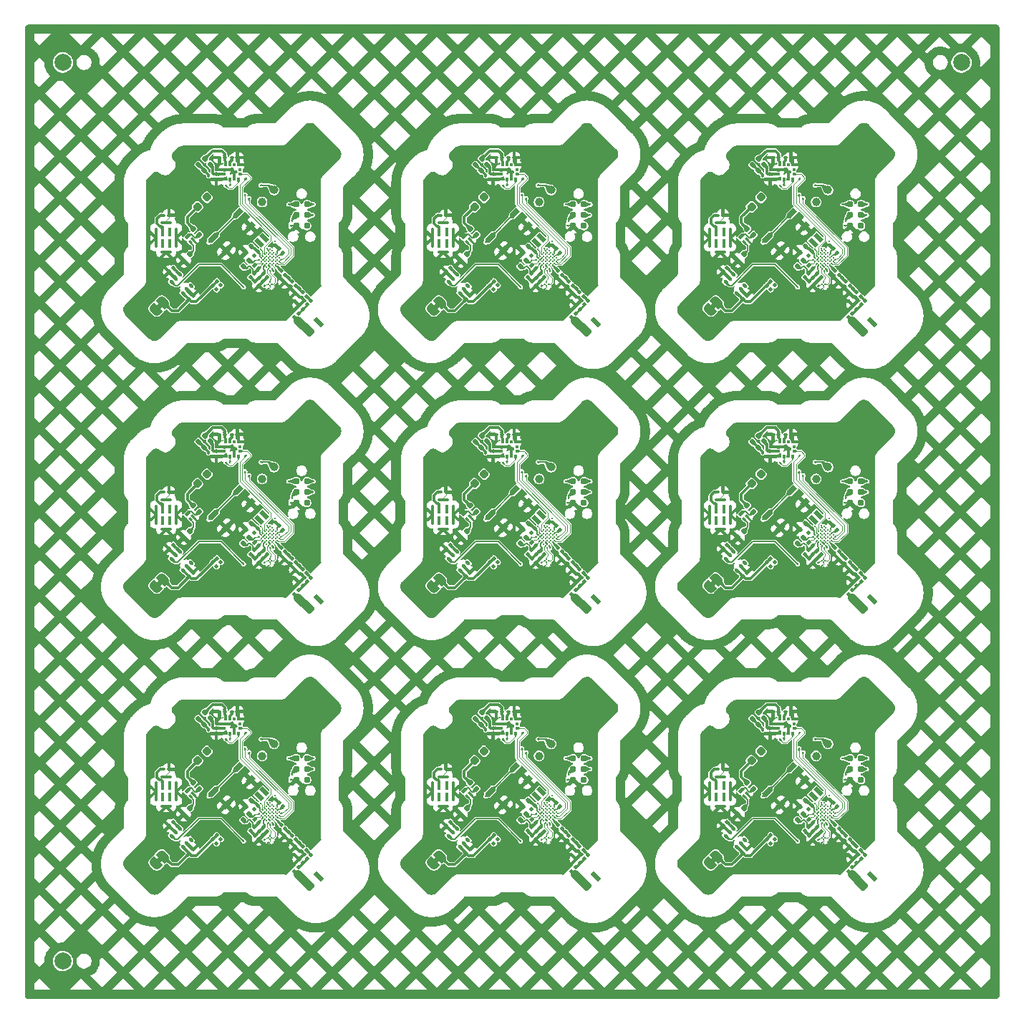
<source format=gtl>
%TF.GenerationSoftware,KiCad,Pcbnew,9.0.0-rc2-3baa6cd791~182~ubuntu24.04.1*%
%TF.CreationDate,2025-01-31T11:47:19-05:00*%
%TF.ProjectId,PCA20073_nRF54L15_Tiny_Board,50434132-3030-4373-935f-6e524635344c,rev?*%
%TF.SameCoordinates,Original*%
%TF.FileFunction,Copper,L1,Top*%
%TF.FilePolarity,Positive*%
%FSLAX45Y45*%
G04 Gerber Fmt 4.5, Leading zero omitted, Abs format (unit mm)*
G04 Created by KiCad (PCBNEW 9.0.0-rc2-3baa6cd791~182~ubuntu24.04.1) date 2025-01-31 11:47:19*
%MOMM*%
%LPD*%
G01*
G04 APERTURE LIST*
G04 Aperture macros list*
%AMRoundRect*
0 Rectangle with rounded corners*
0 $1 Rounding radius*
0 $2 $3 $4 $5 $6 $7 $8 $9 X,Y pos of 4 corners*
0 Add a 4 corners polygon primitive as box body*
4,1,4,$2,$3,$4,$5,$6,$7,$8,$9,$2,$3,0*
0 Add four circle primitives for the rounded corners*
1,1,$1+$1,$2,$3*
1,1,$1+$1,$4,$5*
1,1,$1+$1,$6,$7*
1,1,$1+$1,$8,$9*
0 Add four rect primitives between the rounded corners*
20,1,$1+$1,$2,$3,$4,$5,0*
20,1,$1+$1,$4,$5,$6,$7,0*
20,1,$1+$1,$6,$7,$8,$9,0*
20,1,$1+$1,$8,$9,$2,$3,0*%
%AMRotRect*
0 Rectangle, with rotation*
0 The origin of the aperture is its center*
0 $1 length*
0 $2 width*
0 $3 Rotation angle, in degrees counterclockwise*
0 Add horizontal line*
21,1,$1,$2,0,0,$3*%
%AMFreePoly0*
4,1,23,0.499999,-0.750000,0.000000,-0.750000,0.000000,-0.745722,-0.065263,-0.745722,-0.191342,-0.711940,-0.304381,-0.646677,-0.396677,-0.554382,-0.461940,-0.441342,-0.495722,-0.315263,-0.495722,-0.250000,-0.500000,-0.250000,-0.500000,0.250000,-0.495722,0.250000,-0.495722,0.315263,-0.461940,0.441342,-0.396677,0.554382,-0.304381,0.646677,-0.191342,0.711940,-0.065263,0.745722,0.000000,0.745722,
0.000000,0.750000,0.499999,0.750000,0.499999,-0.750000,0.499999,-0.750000,$1*%
%AMFreePoly1*
4,1,23,0.000000,0.745722,0.065263,0.745722,0.191342,0.711940,0.304381,0.646677,0.396677,0.554382,0.461940,0.441342,0.495722,0.315263,0.495722,0.250000,0.500000,0.250000,0.500000,-0.250000,0.495722,-0.250000,0.495722,-0.315263,0.461940,-0.441342,0.396677,-0.554382,0.304381,-0.646677,0.191342,-0.711940,0.065263,-0.745722,0.000000,-0.745722,0.000000,-0.750000,-0.499999,-0.750000,
-0.499999,0.750000,0.000000,0.750000,0.000000,0.745722,0.000000,0.745722,$1*%
G04 Aperture macros list end*
%TA.AperFunction,EtchedComponent*%
%ADD10C,0.000000*%
%TD*%
%TA.AperFunction,ConnectorPad*%
%ADD11C,0.787400*%
%TD*%
%TA.AperFunction,SMDPad,CuDef*%
%ADD12RoundRect,0.100000X-0.162635X0.021213X0.021213X-0.162635X0.162635X-0.021213X-0.021213X0.162635X0*%
%TD*%
%TA.AperFunction,SMDPad,CuDef*%
%ADD13RoundRect,0.100000X-0.100000X0.130000X-0.100000X-0.130000X0.100000X-0.130000X0.100000X0.130000X0*%
%TD*%
%TA.AperFunction,SMDPad,CuDef*%
%ADD14RoundRect,0.100000X0.021213X0.162635X-0.162635X-0.021213X-0.021213X-0.162635X0.162635X0.021213X0*%
%TD*%
%TA.AperFunction,SMDPad,CuDef*%
%ADD15RoundRect,0.100000X-0.130000X-0.100000X0.130000X-0.100000X0.130000X0.100000X-0.130000X0.100000X0*%
%TD*%
%TA.AperFunction,SMDPad,CuDef*%
%ADD16RoundRect,0.135000X-0.226274X-0.035355X-0.035355X-0.226274X0.226274X0.035355X0.035355X0.226274X0*%
%TD*%
%TA.AperFunction,SMDPad,CuDef*%
%ADD17RoundRect,0.100000X0.162635X-0.021213X-0.021213X0.162635X-0.162635X0.021213X0.021213X-0.162635X0*%
%TD*%
%TA.AperFunction,SMDPad,CuDef*%
%ADD18RoundRect,0.100000X-0.021213X-0.162635X0.162635X0.021213X0.021213X0.162635X-0.162635X-0.021213X0*%
%TD*%
%TA.AperFunction,SMDPad,CuDef*%
%ADD19RoundRect,0.135000X-0.035355X0.226274X-0.226274X0.035355X0.035355X-0.226274X0.226274X-0.035355X0*%
%TD*%
%TA.AperFunction,SMDPad,CuDef*%
%ADD20C,0.200000*%
%TD*%
%TA.AperFunction,SMDPad,CuDef*%
%ADD21RoundRect,0.140000X-0.021213X0.219203X-0.219203X0.021213X0.021213X-0.219203X0.219203X-0.021213X0*%
%TD*%
%TA.AperFunction,SMDPad,CuDef*%
%ADD22RoundRect,0.075000X-0.282843X0.530330X-0.530330X0.282843X0.282843X-0.530330X0.530330X-0.282843X0*%
%TD*%
%TA.AperFunction,SMDPad,CuDef*%
%ADD23RoundRect,0.150000X0.000000X0.494975X-0.494975X0.000000X0.000000X-0.494975X0.494975X0.000000X0*%
%TD*%
%TA.AperFunction,SMDPad,CuDef*%
%ADD24RotRect,0.250000X0.400000X45.000000*%
%TD*%
%TA.AperFunction,SMDPad,CuDef*%
%ADD25RotRect,0.700000X0.400000X45.000000*%
%TD*%
%TA.AperFunction,SMDPad,CuDef*%
%ADD26C,1.000000*%
%TD*%
%TA.AperFunction,SMDPad,CuDef*%
%ADD27RoundRect,0.100000X-0.229810X0.088388X0.088388X-0.229810X0.229810X-0.088388X-0.088388X0.229810X0*%
%TD*%
%TA.AperFunction,SMDPad,CuDef*%
%ADD28RoundRect,0.147500X0.017678X-0.226274X0.226274X-0.017678X-0.017678X0.226274X-0.226274X0.017678X0*%
%TD*%
%TA.AperFunction,SMDPad,CuDef*%
%ADD29RotRect,0.575000X1.114000X45.000000*%
%TD*%
%TA.AperFunction,SMDPad,CuDef*%
%ADD30RoundRect,0.060000X-0.140000X-0.415000X0.140000X-0.415000X0.140000X0.415000X-0.140000X0.415000X0*%
%TD*%
%TA.AperFunction,SMDPad,CuDef*%
%ADD31RoundRect,0.052500X-0.122500X1.097500X-0.122500X-1.097500X0.122500X-1.097500X0.122500X1.097500X0*%
%TD*%
%TA.AperFunction,SMDPad,CuDef*%
%ADD32RoundRect,0.052500X0.597500X0.122500X-0.597500X0.122500X-0.597500X-0.122500X0.597500X-0.122500X0*%
%TD*%
%TA.AperFunction,SMDPad,CuDef*%
%ADD33FreePoly0,45.000000*%
%TD*%
%TA.AperFunction,SMDPad,CuDef*%
%ADD34FreePoly1,45.000000*%
%TD*%
%TA.AperFunction,SMDPad,CuDef*%
%ADD35RoundRect,0.100000X0.130000X0.100000X-0.130000X0.100000X-0.130000X-0.100000X0.130000X-0.100000X0*%
%TD*%
%TA.AperFunction,SMDPad,CuDef*%
%ADD36RoundRect,0.218750X0.026517X-0.335876X0.335876X-0.026517X-0.026517X0.335876X-0.335876X0.026517X0*%
%TD*%
%TA.AperFunction,SMDPad,CuDef*%
%ADD37RoundRect,0.033000X0.132000X-0.162000X0.132000X0.162000X-0.132000X0.162000X-0.132000X-0.162000X0*%
%TD*%
%TA.AperFunction,SMDPad,CuDef*%
%ADD38RoundRect,0.033000X0.162000X-0.132000X0.162000X0.132000X-0.162000X0.132000X-0.162000X-0.132000X0*%
%TD*%
%TA.AperFunction,SMDPad,CuDef*%
%ADD39C,0.175000*%
%TD*%
%TA.AperFunction,SMDPad,CuDef*%
%ADD40RotRect,1.050000X0.650000X45.000000*%
%TD*%
%TA.AperFunction,SMDPad,CuDef*%
%ADD41C,2.000000*%
%TD*%
%TA.AperFunction,ViaPad*%
%ADD42C,0.250000*%
%TD*%
%TA.AperFunction,ViaPad*%
%ADD43C,0.300000*%
%TD*%
%TA.AperFunction,ViaPad*%
%ADD44C,0.600000*%
%TD*%
%TA.AperFunction,Conductor*%
%ADD45C,0.100000*%
%TD*%
%TA.AperFunction,Conductor*%
%ADD46C,0.150000*%
%TD*%
%TA.AperFunction,Conductor*%
%ADD47C,0.075000*%
%TD*%
%TA.AperFunction,Conductor*%
%ADD48C,0.300000*%
%TD*%
%TA.AperFunction,Conductor*%
%ADD49C,1.000000*%
%TD*%
%TA.AperFunction,Conductor*%
%ADD50C,0.292621*%
%TD*%
G04 APERTURE END LIST*
D10*
%TA.AperFunction,EtchedComponent*%
%TO.C,JP1*%
G36*
X17265739Y-8657271D02*
G01*
X17230384Y-8692627D01*
X17187957Y-8650200D01*
X17223313Y-8614845D01*
X17265739Y-8657271D01*
G37*
%TD.AperFunction*%
%TA.AperFunction,EtchedComponent*%
G36*
X13990865Y-8657271D02*
G01*
X13955510Y-8692627D01*
X13913083Y-8650200D01*
X13948439Y-8614845D01*
X13990865Y-8657271D01*
G37*
%TD.AperFunction*%
%TA.AperFunction,EtchedComponent*%
G36*
X10715992Y-8657271D02*
G01*
X10680636Y-8692627D01*
X10638210Y-8650200D01*
X10673565Y-8614845D01*
X10715992Y-8657271D01*
G37*
%TD.AperFunction*%
%TA.AperFunction,EtchedComponent*%
G36*
X10715992Y-11932145D02*
G01*
X10680636Y-11967500D01*
X10638210Y-11925074D01*
X10673565Y-11889718D01*
X10715992Y-11932145D01*
G37*
%TD.AperFunction*%
%TA.AperFunction,EtchedComponent*%
G36*
X17265739Y-5382397D02*
G01*
X17230384Y-5417753D01*
X17187957Y-5375326D01*
X17223313Y-5339971D01*
X17265739Y-5382397D01*
G37*
%TD.AperFunction*%
%TA.AperFunction,EtchedComponent*%
G36*
X17265739Y-11932145D02*
G01*
X17230384Y-11967500D01*
X17187957Y-11925074D01*
X17223313Y-11889718D01*
X17265739Y-11932145D01*
G37*
%TD.AperFunction*%
%TA.AperFunction,EtchedComponent*%
G36*
X13990865Y-11932145D02*
G01*
X13955510Y-11967500D01*
X13913083Y-11925074D01*
X13948439Y-11889718D01*
X13990865Y-11932145D01*
G37*
%TD.AperFunction*%
%TA.AperFunction,EtchedComponent*%
G36*
X13990865Y-5382397D02*
G01*
X13955510Y-5417753D01*
X13913083Y-5375326D01*
X13948439Y-5339971D01*
X13990865Y-5382397D01*
G37*
%TD.AperFunction*%
%TA.AperFunction,EtchedComponent*%
G36*
X10715992Y-5382397D02*
G01*
X10680636Y-5417753D01*
X10638210Y-5375326D01*
X10673565Y-5339971D01*
X10715992Y-5382397D01*
G37*
%TD.AperFunction*%
%TD*%
D11*
%TO.P,J1,1,VCC*%
%TO.N,Board_6-VDD*%
X12296515Y-10726807D03*
%TO.P,J1,2,SWDIO*%
%TO.N,Board_6-Net-(J1-SWDIO)*%
X12423515Y-10726807D03*
%TO.P,J1,3,~{RESET}*%
%TO.N,Board_6-Net-(J1-~{RESET})*%
X12296515Y-10853807D03*
%TO.P,J1,4,SWCLK*%
%TO.N,Board_6-Net-(J1-SWCLK)*%
X12423515Y-10853807D03*
%TO.P,J1,5,GND*%
%TO.N,Board_6-GND*%
X12296515Y-10980807D03*
%TO.P,J1,6,SWO*%
%TO.N,Board_6-unconnected-(J1-SWO-Pad6)*%
X12423515Y-10980807D03*
%TD*%
D12*
%TO.P,C2,1*%
%TO.N,Board_0-Net-(U1-DECA)*%
X11808033Y-5091338D03*
%TO.P,C2,2*%
%TO.N,Board_0-GND*%
X11853288Y-5136593D03*
%TD*%
%TO.P,C12,1*%
%TO.N,Board_0-Net-(U1-DECA)*%
X11857531Y-5041841D03*
%TO.P,C12,2*%
%TO.N,Board_0-GND*%
X11902785Y-5087095D03*
%TD*%
D13*
%TO.P,C16,1*%
%TO.N,Board_2-Net-(JP2-A)*%
X17900014Y-3819511D03*
%TO.P,C16,2*%
%TO.N,Board_2-GND*%
X17900014Y-3883511D03*
%TD*%
D12*
%TO.P,L2,1*%
%TO.N,Board_0-Net-(U1-ANT)*%
X12118184Y-4963083D03*
%TO.P,L2,2*%
%TO.N,Board_0-Net-(C6-Pad1)*%
X12163439Y-5008338D03*
%TD*%
D14*
%TO.P,C4,1*%
%TO.N,Board_7-/VDD_LS*%
X14116730Y-11478182D03*
%TO.P,C4,2*%
%TO.N,Board_7-GND*%
X14071475Y-11523437D03*
%TD*%
D12*
%TO.P,C2,1*%
%TO.N,Board_6-Net-(U1-DECA)*%
X11808033Y-11641085D03*
%TO.P,C2,2*%
%TO.N,Board_6-GND*%
X11853288Y-11686340D03*
%TD*%
D13*
%TO.P,C16,1*%
%TO.N,Board_3-Net-(JP2-A)*%
X11350266Y-7094385D03*
%TO.P,C16,2*%
%TO.N,Board_3-GND*%
X11350266Y-7158385D03*
%TD*%
D15*
%TO.P,C20,1*%
%TO.N,Board_6-/VDD_LS*%
X10728539Y-10855221D03*
%TO.P,C20,2*%
%TO.N,Board_6-GND*%
X10792539Y-10855221D03*
%TD*%
D16*
%TO.P,R1,1*%
%TO.N,Board_4-Net-(D1-K)*%
X14354318Y-7740861D03*
%TO.P,R1,2*%
%TO.N,Board_4-Net-(Q1-D)*%
X14426443Y-7812985D03*
%TD*%
D12*
%TO.P,C2,1*%
%TO.N,Board_3-Net-(U1-DECA)*%
X11808033Y-8366212D03*
%TO.P,C2,2*%
%TO.N,Board_3-GND*%
X11853288Y-8411467D03*
%TD*%
D14*
%TO.P,C6,1*%
%TO.N,Board_4-Net-(C6-Pad1)*%
X15479325Y-8324224D03*
%TO.P,C6,2*%
%TO.N,Board_4-GND*%
X15434070Y-8369479D03*
%TD*%
D17*
%TO.P,C1,1*%
%TO.N,Board_4-Net-(U1-DECD)*%
X15128869Y-8214184D03*
%TO.P,C1,2*%
%TO.N,Board_4-GND*%
X15083614Y-8168929D03*
%TD*%
D18*
%TO.P,FB1,1*%
%TO.N,Board_0-Net-(U1-DECA)*%
X11757121Y-5036184D03*
%TO.P,FB1,2*%
%TO.N,Board_0-Net-(U1-DECD)*%
X11802376Y-4990929D03*
%TD*%
D19*
%TO.P,JP3,1,A*%
%TO.N,Board_4-Net-(JP3-A)*%
X14489375Y-6912839D03*
%TO.P,JP3,2,B*%
%TO.N,Board_4-/VDD_LS*%
X14417251Y-6984963D03*
%TD*%
D14*
%TO.P,C11,1*%
%TO.N,Board_7-VDD*%
X15119676Y-11286118D03*
%TO.P,C11,2*%
%TO.N,Board_7-GND*%
X15074422Y-11331373D03*
%TD*%
D20*
%TO.P,U1,A1,XC1*%
%TO.N,Board_5-Net-(U1-XC1)*%
X18539323Y-8234789D03*
%TO.P,U1,A2,XC2*%
%TO.N,Board_5-Net-(U1-XC2)*%
X18518110Y-8213576D03*
%TO.P,U1,A3,P1.12*%
%TO.N,Board_5-/UART_RX*%
X18496897Y-8192362D03*
%TO.P,U1,A4,DECA*%
%TO.N,Board_5-Net-(U1-DECA)*%
X18475684Y-8171149D03*
%TO.P,U1,A5,DECD*%
%TO.N,Board_5-Net-(U1-DECD)*%
X18454470Y-8149936D03*
%TO.P,U1,A6,VSS*%
%TO.N,Board_5-GND*%
X18433257Y-8128723D03*
%TO.P,U1,A7,DCC*%
%TO.N,Board_5-Net-(U1-DCC)*%
X18412044Y-8107510D03*
%TO.P,U1,B1,DECRF*%
%TO.N,Board_5-Net-(U1-DECA)*%
X18560536Y-8213576D03*
%TO.P,U1,B3,P1.09*%
%TO.N,Board_5-/LED*%
X18518110Y-8171149D03*
%TO.P,U1,B4,P1.13*%
%TO.N,Board_5-unconnected-(U1-P1.13-PadB4)*%
X18496897Y-8149936D03*
%TO.P,U1,B5,P1.14*%
%TO.N,Board_5-unconnected-(U1-P1.14-PadB5)*%
X18475684Y-8128723D03*
%TO.P,U1,B6,P1.15*%
%TO.N,Board_5-/LFCLK1*%
X18454470Y-8107510D03*
%TO.P,U1,B7,VDD*%
%TO.N,Board_5-VDD*%
X18433257Y-8086296D03*
%TO.P,U1,C2,VSS_PA*%
%TO.N,Board_5-GND*%
X18560536Y-8171149D03*
%TO.P,U1,C3,P1.10*%
%TO.N,Board_5-/LSW*%
X18539323Y-8149936D03*
%TO.P,U1,C4,P1.11*%
%TO.N,Board_5-unconnected-(U1-P1.11-PadC4)*%
X18518110Y-8128723D03*
%TO.P,U1,C5,P1.00*%
%TO.N,Board_5-Net-(U1-P1.00)*%
X18496897Y-8107510D03*
%TO.P,U1,C6,P1.01*%
%TO.N,Board_5-/LFCLK1*%
X18475684Y-8086296D03*
%TO.P,U1,C7,P1.02*%
%TO.N,Board_5-/BUTTON0*%
X18454470Y-8065083D03*
%TO.P,U1,D1,ANT*%
%TO.N,Board_5-Net-(U1-ANT)*%
X18602963Y-8171149D03*
%TO.P,U1,D2,~{RESET}*%
%TO.N,Board_5-Net-(J1-~{RESET})*%
X18581750Y-8149936D03*
%TO.P,U1,D3,P0.04*%
%TO.N,Board_5-unconnected-(U1-P0.04-PadD3)*%
X18560536Y-8128723D03*
%TO.P,U1,D4,P2.08*%
%TO.N,Board_5-unconnected-(U1-P2.08-PadD4)*%
X18539323Y-8107510D03*
%TO.P,U1,D5,P1.03*%
%TO.N,Board_5-unconnected-(U1-P1.03-PadD5)*%
X18518110Y-8086296D03*
%TO.P,U1,D6,P1.04*%
%TO.N,Board_5-/SDA*%
X18496897Y-8065083D03*
%TO.P,U1,D7,P1.06*%
%TO.N,Board_5-/INT2*%
X18475684Y-8043870D03*
%TO.P,U1,E1,P0.03*%
%TO.N,Board_5-/PDM_CLK*%
X18624176Y-8149936D03*
%TO.P,U1,E2,P0.02*%
%TO.N,Board_5-unconnected-(U1-P0.02-PadE2)*%
X18602963Y-8128723D03*
%TO.P,U1,E3,SWDCLK*%
%TO.N,Board_5-Net-(J1-SWCLK)*%
X18581750Y-8107510D03*
%TO.P,U1,E4,P2.07*%
%TO.N,Board_5-unconnected-(U1-P2.07-PadE4)*%
X18560536Y-8086296D03*
%TO.P,U1,E5,P2.03*%
%TO.N,Board_5-unconnected-(U1-P2.03-PadE5)*%
X18539323Y-8065083D03*
%TO.P,U1,E6,P1.05*%
%TO.N,Board_5-unconnected-(U1-P1.05-PadE6)*%
X18518110Y-8043870D03*
%TO.P,U1,E7,P1.07*%
%TO.N,Board_5-/UART_TX*%
X18496897Y-8022657D03*
%TO.P,U1,F1,P0.01*%
%TO.N,Board_5-/PDM_DATA*%
X18645389Y-8128723D03*
%TO.P,U1,F2,SWDIO*%
%TO.N,Board_5-Net-(J1-SWDIO)*%
X18624176Y-8107510D03*
%TO.P,U1,F3,P2.09*%
%TO.N,Board_5-unconnected-(U1-P2.09-PadF3)*%
X18602963Y-8086296D03*
%TO.P,U1,F4,P2.06*%
%TO.N,Board_5-unconnected-(U1-P2.06-PadF4)*%
X18581750Y-8065083D03*
%TO.P,U1,F5,P2.04*%
%TO.N,Board_5-unconnected-(U1-P2.04-PadF5)*%
X18560536Y-8043870D03*
%TO.P,U1,F6,P2.02*%
%TO.N,Board_5-unconnected-(U1-P2.02-PadF6)*%
X18539323Y-8022657D03*
%TO.P,U1,F7,P1.08*%
%TO.N,Board_5-/SCL*%
X18518110Y-8001444D03*
%TO.P,U1,G1,P0.00*%
%TO.N,Board_5-/INT1*%
X18666602Y-8107510D03*
%TO.P,U1,G2,P2.10*%
%TO.N,Board_5-unconnected-(U1-P2.10-PadG2)*%
X18645389Y-8086296D03*
%TO.P,U1,G3,VDD*%
%TO.N,Board_5-VDD*%
X18624176Y-8065083D03*
%TO.P,U1,G4,VSS*%
%TO.N,Board_5-GND*%
X18602963Y-8043870D03*
%TO.P,U1,G5,P2.05*%
%TO.N,Board_5-unconnected-(U1-P2.05-PadG5)*%
X18581750Y-8022657D03*
%TO.P,U1,G6,P2.00*%
%TO.N,Board_5-unconnected-(U1-P2.00-PadG6)*%
X18560536Y-8001444D03*
%TO.P,U1,G7,P2.01*%
%TO.N,Board_5-unconnected-(U1-P2.01-PadG7)*%
X18539323Y-7980230D03*
%TD*%
D14*
%TO.P,C4,1*%
%TO.N,Board_2-/VDD_LS*%
X17391604Y-4928435D03*
%TO.P,C4,2*%
%TO.N,Board_2-GND*%
X17346349Y-4973690D03*
%TD*%
D12*
%TO.P,L3,1*%
%TO.N,Board_3-Net-(C6-Pad1)*%
X12245464Y-8365236D03*
%TO.P,L3,2*%
%TO.N,Board_3-Net-(C9-Pad1)*%
X12290718Y-8410491D03*
%TD*%
%TO.P,R2,1*%
%TO.N,Board_8-VDD*%
X17859002Y-11685364D03*
%TO.P,R2,2*%
%TO.N,Board_8-/SDA*%
X17904256Y-11730619D03*
%TD*%
D21*
%TO.P,C10,1*%
%TO.N,Board_1-VDD*%
X15043040Y-4673876D03*
%TO.P,C10,2*%
%TO.N,Board_1-GND*%
X14975158Y-4741759D03*
%TD*%
D12*
%TO.P,L2,1*%
%TO.N,Board_3-Net-(U1-ANT)*%
X12118184Y-8237957D03*
%TO.P,L2,2*%
%TO.N,Board_3-Net-(C6-Pad1)*%
X12163439Y-8283211D03*
%TD*%
D14*
%TO.P,C9,1*%
%TO.N,Board_5-Net-(C9-Pad1)*%
X18881478Y-8451503D03*
%TO.P,C9,2*%
%TO.N,Board_5-GND*%
X18836223Y-8496758D03*
%TD*%
D20*
%TO.P,U1,A1,XC1*%
%TO.N,Board_3-Net-(U1-XC1)*%
X11989576Y-8234789D03*
%TO.P,U1,A2,XC2*%
%TO.N,Board_3-Net-(U1-XC2)*%
X11968362Y-8213576D03*
%TO.P,U1,A3,P1.12*%
%TO.N,Board_3-/UART_RX*%
X11947149Y-8192362D03*
%TO.P,U1,A4,DECA*%
%TO.N,Board_3-Net-(U1-DECA)*%
X11925936Y-8171149D03*
%TO.P,U1,A5,DECD*%
%TO.N,Board_3-Net-(U1-DECD)*%
X11904723Y-8149936D03*
%TO.P,U1,A6,VSS*%
%TO.N,Board_3-GND*%
X11883510Y-8128723D03*
%TO.P,U1,A7,DCC*%
%TO.N,Board_3-Net-(U1-DCC)*%
X11862296Y-8107510D03*
%TO.P,U1,B1,DECRF*%
%TO.N,Board_3-Net-(U1-DECA)*%
X12010789Y-8213576D03*
%TO.P,U1,B3,P1.09*%
%TO.N,Board_3-/LED*%
X11968362Y-8171149D03*
%TO.P,U1,B4,P1.13*%
%TO.N,Board_3-unconnected-(U1-P1.13-PadB4)*%
X11947149Y-8149936D03*
%TO.P,U1,B5,P1.14*%
%TO.N,Board_3-unconnected-(U1-P1.14-PadB5)*%
X11925936Y-8128723D03*
%TO.P,U1,B6,P1.15*%
%TO.N,Board_3-/LFCLK1*%
X11904723Y-8107510D03*
%TO.P,U1,B7,VDD*%
%TO.N,Board_3-VDD*%
X11883510Y-8086296D03*
%TO.P,U1,C2,VSS_PA*%
%TO.N,Board_3-GND*%
X12010789Y-8171149D03*
%TO.P,U1,C3,P1.10*%
%TO.N,Board_3-/LSW*%
X11989576Y-8149936D03*
%TO.P,U1,C4,P1.11*%
%TO.N,Board_3-unconnected-(U1-P1.11-PadC4)*%
X11968362Y-8128723D03*
%TO.P,U1,C5,P1.00*%
%TO.N,Board_3-Net-(U1-P1.00)*%
X11947149Y-8107510D03*
%TO.P,U1,C6,P1.01*%
%TO.N,Board_3-/LFCLK1*%
X11925936Y-8086296D03*
%TO.P,U1,C7,P1.02*%
%TO.N,Board_3-/BUTTON0*%
X11904723Y-8065083D03*
%TO.P,U1,D1,ANT*%
%TO.N,Board_3-Net-(U1-ANT)*%
X12053215Y-8171149D03*
%TO.P,U1,D2,~{RESET}*%
%TO.N,Board_3-Net-(J1-~{RESET})*%
X12032002Y-8149936D03*
%TO.P,U1,D3,P0.04*%
%TO.N,Board_3-unconnected-(U1-P0.04-PadD3)*%
X12010789Y-8128723D03*
%TO.P,U1,D4,P2.08*%
%TO.N,Board_3-unconnected-(U1-P2.08-PadD4)*%
X11989576Y-8107510D03*
%TO.P,U1,D5,P1.03*%
%TO.N,Board_3-unconnected-(U1-P1.03-PadD5)*%
X11968362Y-8086296D03*
%TO.P,U1,D6,P1.04*%
%TO.N,Board_3-/SDA*%
X11947149Y-8065083D03*
%TO.P,U1,D7,P1.06*%
%TO.N,Board_3-/INT2*%
X11925936Y-8043870D03*
%TO.P,U1,E1,P0.03*%
%TO.N,Board_3-/PDM_CLK*%
X12074429Y-8149936D03*
%TO.P,U1,E2,P0.02*%
%TO.N,Board_3-unconnected-(U1-P0.02-PadE2)*%
X12053215Y-8128723D03*
%TO.P,U1,E3,SWDCLK*%
%TO.N,Board_3-Net-(J1-SWCLK)*%
X12032002Y-8107510D03*
%TO.P,U1,E4,P2.07*%
%TO.N,Board_3-unconnected-(U1-P2.07-PadE4)*%
X12010789Y-8086296D03*
%TO.P,U1,E5,P2.03*%
%TO.N,Board_3-unconnected-(U1-P2.03-PadE5)*%
X11989576Y-8065083D03*
%TO.P,U1,E6,P1.05*%
%TO.N,Board_3-unconnected-(U1-P1.05-PadE6)*%
X11968362Y-8043870D03*
%TO.P,U1,E7,P1.07*%
%TO.N,Board_3-/UART_TX*%
X11947149Y-8022657D03*
%TO.P,U1,F1,P0.01*%
%TO.N,Board_3-/PDM_DATA*%
X12095642Y-8128723D03*
%TO.P,U1,F2,SWDIO*%
%TO.N,Board_3-Net-(J1-SWDIO)*%
X12074429Y-8107510D03*
%TO.P,U1,F3,P2.09*%
%TO.N,Board_3-unconnected-(U1-P2.09-PadF3)*%
X12053215Y-8086296D03*
%TO.P,U1,F4,P2.06*%
%TO.N,Board_3-unconnected-(U1-P2.06-PadF4)*%
X12032002Y-8065083D03*
%TO.P,U1,F5,P2.04*%
%TO.N,Board_3-unconnected-(U1-P2.04-PadF5)*%
X12010789Y-8043870D03*
%TO.P,U1,F6,P2.02*%
%TO.N,Board_3-unconnected-(U1-P2.02-PadF6)*%
X11989576Y-8022657D03*
%TO.P,U1,F7,P1.08*%
%TO.N,Board_3-/SCL*%
X11968362Y-8001444D03*
%TO.P,U1,G1,P0.00*%
%TO.N,Board_3-/INT1*%
X12116855Y-8107510D03*
%TO.P,U1,G2,P2.10*%
%TO.N,Board_3-unconnected-(U1-P2.10-PadG2)*%
X12095642Y-8086296D03*
%TO.P,U1,G3,VDD*%
%TO.N,Board_3-VDD*%
X12074429Y-8065083D03*
%TO.P,U1,G4,VSS*%
%TO.N,Board_3-GND*%
X12053215Y-8043870D03*
%TO.P,U1,G5,P2.05*%
%TO.N,Board_3-unconnected-(U1-P2.05-PadG5)*%
X12032002Y-8022657D03*
%TO.P,U1,G6,P2.00*%
%TO.N,Board_3-unconnected-(U1-P2.00-PadG6)*%
X12010789Y-8001444D03*
%TO.P,U1,G7,P2.01*%
%TO.N,Board_3-unconnected-(U1-P2.01-PadG7)*%
X11989576Y-7980230D03*
%TD*%
D12*
%TO.P,R3,1*%
%TO.N,Board_4-VDD*%
X14633625Y-8360993D03*
%TO.P,R3,2*%
%TO.N,Board_4-/SCL*%
X14678880Y-8406248D03*
%TD*%
D20*
%TO.P,U1,A1,XC1*%
%TO.N,Board_8-Net-(U1-XC1)*%
X18539323Y-11509663D03*
%TO.P,U1,A2,XC2*%
%TO.N,Board_8-Net-(U1-XC2)*%
X18518110Y-11488449D03*
%TO.P,U1,A3,P1.12*%
%TO.N,Board_8-/UART_RX*%
X18496897Y-11467236D03*
%TO.P,U1,A4,DECA*%
%TO.N,Board_8-Net-(U1-DECA)*%
X18475684Y-11446023D03*
%TO.P,U1,A5,DECD*%
%TO.N,Board_8-Net-(U1-DECD)*%
X18454470Y-11424810D03*
%TO.P,U1,A6,VSS*%
%TO.N,Board_8-GND*%
X18433257Y-11403596D03*
%TO.P,U1,A7,DCC*%
%TO.N,Board_8-Net-(U1-DCC)*%
X18412044Y-11382383D03*
%TO.P,U1,B1,DECRF*%
%TO.N,Board_8-Net-(U1-DECA)*%
X18560536Y-11488449D03*
%TO.P,U1,B3,P1.09*%
%TO.N,Board_8-/LED*%
X18518110Y-11446023D03*
%TO.P,U1,B4,P1.13*%
%TO.N,Board_8-unconnected-(U1-P1.13-PadB4)*%
X18496897Y-11424810D03*
%TO.P,U1,B5,P1.14*%
%TO.N,Board_8-unconnected-(U1-P1.14-PadB5)*%
X18475684Y-11403596D03*
%TO.P,U1,B6,P1.15*%
%TO.N,Board_8-/LFCLK1*%
X18454470Y-11382383D03*
%TO.P,U1,B7,VDD*%
%TO.N,Board_8-VDD*%
X18433257Y-11361170D03*
%TO.P,U1,C2,VSS_PA*%
%TO.N,Board_8-GND*%
X18560536Y-11446023D03*
%TO.P,U1,C3,P1.10*%
%TO.N,Board_8-/LSW*%
X18539323Y-11424810D03*
%TO.P,U1,C4,P1.11*%
%TO.N,Board_8-unconnected-(U1-P1.11-PadC4)*%
X18518110Y-11403596D03*
%TO.P,U1,C5,P1.00*%
%TO.N,Board_8-Net-(U1-P1.00)*%
X18496897Y-11382383D03*
%TO.P,U1,C6,P1.01*%
%TO.N,Board_8-/LFCLK1*%
X18475684Y-11361170D03*
%TO.P,U1,C7,P1.02*%
%TO.N,Board_8-/BUTTON0*%
X18454470Y-11339957D03*
%TO.P,U1,D1,ANT*%
%TO.N,Board_8-Net-(U1-ANT)*%
X18602963Y-11446023D03*
%TO.P,U1,D2,~{RESET}*%
%TO.N,Board_8-Net-(J1-~{RESET})*%
X18581750Y-11424810D03*
%TO.P,U1,D3,P0.04*%
%TO.N,Board_8-unconnected-(U1-P0.04-PadD3)*%
X18560536Y-11403596D03*
%TO.P,U1,D4,P2.08*%
%TO.N,Board_8-unconnected-(U1-P2.08-PadD4)*%
X18539323Y-11382383D03*
%TO.P,U1,D5,P1.03*%
%TO.N,Board_8-unconnected-(U1-P1.03-PadD5)*%
X18518110Y-11361170D03*
%TO.P,U1,D6,P1.04*%
%TO.N,Board_8-/SDA*%
X18496897Y-11339957D03*
%TO.P,U1,D7,P1.06*%
%TO.N,Board_8-/INT2*%
X18475684Y-11318744D03*
%TO.P,U1,E1,P0.03*%
%TO.N,Board_8-/PDM_CLK*%
X18624176Y-11424810D03*
%TO.P,U1,E2,P0.02*%
%TO.N,Board_8-unconnected-(U1-P0.02-PadE2)*%
X18602963Y-11403596D03*
%TO.P,U1,E3,SWDCLK*%
%TO.N,Board_8-Net-(J1-SWCLK)*%
X18581750Y-11382383D03*
%TO.P,U1,E4,P2.07*%
%TO.N,Board_8-unconnected-(U1-P2.07-PadE4)*%
X18560536Y-11361170D03*
%TO.P,U1,E5,P2.03*%
%TO.N,Board_8-unconnected-(U1-P2.03-PadE5)*%
X18539323Y-11339957D03*
%TO.P,U1,E6,P1.05*%
%TO.N,Board_8-unconnected-(U1-P1.05-PadE6)*%
X18518110Y-11318744D03*
%TO.P,U1,E7,P1.07*%
%TO.N,Board_8-/UART_TX*%
X18496897Y-11297530D03*
%TO.P,U1,F1,P0.01*%
%TO.N,Board_8-/PDM_DATA*%
X18645389Y-11403596D03*
%TO.P,U1,F2,SWDIO*%
%TO.N,Board_8-Net-(J1-SWDIO)*%
X18624176Y-11382383D03*
%TO.P,U1,F3,P2.09*%
%TO.N,Board_8-unconnected-(U1-P2.09-PadF3)*%
X18602963Y-11361170D03*
%TO.P,U1,F4,P2.06*%
%TO.N,Board_8-unconnected-(U1-P2.06-PadF4)*%
X18581750Y-11339957D03*
%TO.P,U1,F5,P2.04*%
%TO.N,Board_8-unconnected-(U1-P2.04-PadF5)*%
X18560536Y-11318744D03*
%TO.P,U1,F6,P2.02*%
%TO.N,Board_8-unconnected-(U1-P2.02-PadF6)*%
X18539323Y-11297530D03*
%TO.P,U1,F7,P1.08*%
%TO.N,Board_8-/SCL*%
X18518110Y-11276317D03*
%TO.P,U1,G1,P0.00*%
%TO.N,Board_8-/INT1*%
X18666602Y-11382383D03*
%TO.P,U1,G2,P2.10*%
%TO.N,Board_8-unconnected-(U1-P2.10-PadG2)*%
X18645389Y-11361170D03*
%TO.P,U1,G3,VDD*%
%TO.N,Board_8-VDD*%
X18624176Y-11339957D03*
%TO.P,U1,G4,VSS*%
%TO.N,Board_8-GND*%
X18602963Y-11318744D03*
%TO.P,U1,G5,P2.05*%
%TO.N,Board_8-unconnected-(U1-P2.05-PadG5)*%
X18581750Y-11297530D03*
%TO.P,U1,G6,P2.00*%
%TO.N,Board_8-unconnected-(U1-P2.00-PadG6)*%
X18560536Y-11276317D03*
%TO.P,U1,G7,P2.01*%
%TO.N,Board_8-unconnected-(U1-P2.01-PadG7)*%
X18539323Y-11255104D03*
%TD*%
D12*
%TO.P,L4,1*%
%TO.N,Board_2-Net-(C9-Pad1)*%
X18922490Y-5217642D03*
%TO.P,L4,2*%
%TO.N,Board_2-Net-(L4-Pad2)*%
X18967745Y-5262896D03*
%TD*%
D22*
%TO.P,AE1,1,FEED*%
%TO.N,Board_5-unconnected-(AE1-FEED-Pad1)*%
X19109874Y-8849604D03*
D23*
%TO.P,AE1,2,PCB_Trace*%
%TO.N,Board_5-Net-(AE1-PCB_Trace)*%
X19000272Y-8959206D03*
%TD*%
D18*
%TO.P,FB1,1*%
%TO.N,Board_3-Net-(U1-DECA)*%
X11757121Y-8311057D03*
%TO.P,FB1,2*%
%TO.N,Board_3-Net-(U1-DECD)*%
X11802376Y-8265803D03*
%TD*%
D14*
%TO.P,C6,1*%
%TO.N,Board_8-Net-(C6-Pad1)*%
X18754199Y-11599097D03*
%TO.P,C6,2*%
%TO.N,Board_8-GND*%
X18708944Y-11644352D03*
%TD*%
D17*
%TO.P,C8,1*%
%TO.N,Board_3-VDD*%
X12140871Y-8022937D03*
%TO.P,C8,2*%
%TO.N,Board_3-GND*%
X12095616Y-7977682D03*
%TD*%
D12*
%TO.P,L4,1*%
%TO.N,Board_1-Net-(C9-Pad1)*%
X15647616Y-5217642D03*
%TO.P,L4,2*%
%TO.N,Board_1-Net-(L4-Pad2)*%
X15692871Y-5262896D03*
%TD*%
%TO.P,R3,1*%
%TO.N,Board_0-VDD*%
X11358752Y-5086120D03*
%TO.P,R3,2*%
%TO.N,Board_0-/SCL*%
X11404006Y-5131374D03*
%TD*%
D24*
%TO.P,Q1,1,G*%
%TO.N,Board_2-/LED*%
X17592776Y-4624025D03*
%TO.P,Q1,2,S*%
%TO.N,Board_2-GND*%
X17624596Y-4592206D03*
D25*
%TO.P,Q1,3,D*%
%TO.N,Board_2-Net-(Q1-D)*%
X17559188Y-4558618D03*
%TD*%
D26*
%TO.P,TP1,1,1*%
%TO.N,Board_7-/UART_TX*%
X15168198Y-10698243D03*
%TD*%
D18*
%TO.P,FB1,1*%
%TO.N,Board_5-Net-(U1-DECA)*%
X18306869Y-8311057D03*
%TO.P,FB1,2*%
%TO.N,Board_5-Net-(U1-DECD)*%
X18352124Y-8265803D03*
%TD*%
D27*
%TO.P,U2,1,OUT*%
%TO.N,Board_3-/VDD_LS*%
X10917517Y-8278969D03*
%TO.P,U2,2,GND*%
%TO.N,Board_3-GND*%
X10871555Y-8324931D03*
%TO.P,U2,3,~{ON}*%
%TO.N,Board_3-/LSW*%
X10825593Y-8370893D03*
%TO.P,U2,4,IN*%
%TO.N,Board_3-VDD*%
X10959943Y-8505243D03*
%TO.P,U2,5,GND*%
%TO.N,Board_3-GND*%
X11005905Y-8459281D03*
%TO.P,U2,6,NC*%
%TO.N,Board_3-unconnected-(U2-NC-Pad6)*%
X11051867Y-8413319D03*
%TD*%
D12*
%TO.P,C2,1*%
%TO.N,Board_2-Net-(U1-DECA)*%
X18357781Y-5091338D03*
%TO.P,C2,2*%
%TO.N,Board_2-GND*%
X18403035Y-5136593D03*
%TD*%
D17*
%TO.P,C1,1*%
%TO.N,Board_3-Net-(U1-DECD)*%
X11853995Y-8214184D03*
%TO.P,C1,2*%
%TO.N,Board_3-GND*%
X11808740Y-8168929D03*
%TD*%
D18*
%TO.P,FB1,1*%
%TO.N,Board_7-Net-(U1-DECA)*%
X15031995Y-11585931D03*
%TO.P,FB1,2*%
%TO.N,Board_7-Net-(U1-DECD)*%
X15077250Y-11540676D03*
%TD*%
D24*
%TO.P,Q1,1,G*%
%TO.N,Board_1-/LED*%
X14317902Y-4624025D03*
%TO.P,Q1,2,S*%
%TO.N,Board_1-GND*%
X14349722Y-4592206D03*
D25*
%TO.P,Q1,3,D*%
%TO.N,Board_1-Net-(Q1-D)*%
X14284315Y-4558618D03*
%TD*%
D12*
%TO.P,L2,1*%
%TO.N,Board_1-Net-(U1-ANT)*%
X15393058Y-4963083D03*
%TO.P,L2,2*%
%TO.N,Board_1-Net-(C6-Pad1)*%
X15438313Y-5008338D03*
%TD*%
D28*
%TO.P,L1,1*%
%TO.N,Board_8-Net-(U1-DECD)*%
X18223077Y-11459005D03*
%TO.P,L1,2*%
%TO.N,Board_8-Net-(U1-DCC)*%
X18291666Y-11390416D03*
%TD*%
D29*
%TO.P,Y1,1,1*%
%TO.N,Board_3-/LFCLK1*%
X11859523Y-7903282D03*
%TO.P,Y1,2,2*%
%TO.N,Board_3-Net-(U1-P1.00)*%
X11917860Y-7844945D03*
%TD*%
D15*
%TO.P,C20,1*%
%TO.N,Board_2-/VDD_LS*%
X17278287Y-4305474D03*
%TO.P,C20,2*%
%TO.N,Board_2-GND*%
X17342287Y-4305474D03*
%TD*%
D17*
%TO.P,C8,1*%
%TO.N,Board_2-VDD*%
X18690619Y-4748063D03*
%TO.P,C8,2*%
%TO.N,Board_2-GND*%
X18645364Y-4702808D03*
%TD*%
%TO.P,L18,1*%
%TO.N,Board_0-Net-(L18-Pad1)*%
X12374864Y-5414924D03*
%TO.P,L18,2*%
%TO.N,Board_0-GND*%
X12329609Y-5369669D03*
%TD*%
D15*
%TO.P,C20,1*%
%TO.N,Board_3-/VDD_LS*%
X10728539Y-7580347D03*
%TO.P,C20,2*%
%TO.N,Board_3-GND*%
X10792539Y-7580347D03*
%TD*%
D14*
%TO.P,C11,1*%
%TO.N,Board_6-VDD*%
X11844803Y-11286118D03*
%TO.P,C11,2*%
%TO.N,Board_6-GND*%
X11799548Y-11331373D03*
%TD*%
D16*
%TO.P,R1,1*%
%TO.N,Board_6-Net-(D1-K)*%
X11079445Y-11015734D03*
%TO.P,R1,2*%
%TO.N,Board_6-Net-(Q1-D)*%
X11151569Y-11087859D03*
%TD*%
D29*
%TO.P,Y1,1,1*%
%TO.N,Board_0-/LFCLK1*%
X11859523Y-4628408D03*
%TO.P,Y1,2,2*%
%TO.N,Board_0-Net-(U1-P1.00)*%
X11917860Y-4570072D03*
%TD*%
D30*
%TO.P,MK1,1,VDD*%
%TO.N,Board_7-/VDD_LS*%
X13988443Y-11051624D03*
%TO.P,MK1,2,SEL*%
%TO.N,Board_7-GND*%
X13988443Y-11186624D03*
%TO.P,MK1,3,CLOCK*%
%TO.N,Board_7-/PDM_CLK*%
X14078443Y-11186624D03*
%TO.P,MK1,4,DATA*%
%TO.N,Board_7-/PDM_DATA*%
X14078443Y-11051624D03*
D31*
%TO.P,MK1,5,GND*%
%TO.N,Board_7-GND*%
X13910943Y-11119124D03*
D32*
X14033443Y-10946624D03*
X14033443Y-11291624D03*
D31*
X14155943Y-11119124D03*
%TD*%
D26*
%TO.P,TP1,1,1*%
%TO.N,Board_6-/UART_TX*%
X11893324Y-10698243D03*
%TD*%
D17*
%TO.P,C8,1*%
%TO.N,Board_6-VDD*%
X12140871Y-11297810D03*
%TO.P,C8,2*%
%TO.N,Board_6-GND*%
X12095616Y-11252556D03*
%TD*%
D33*
%TO.P,JP1,1,A*%
%TO.N,Board_5-Net-(BT1-+)*%
X17180886Y-8699698D03*
D34*
%TO.P,JP1,2,B*%
%TO.N,Board_5-VDD*%
X17272810Y-8607774D03*
%TD*%
D27*
%TO.P,U2,1,OUT*%
%TO.N,Board_1-/VDD_LS*%
X14192391Y-5004095D03*
%TO.P,U2,2,GND*%
%TO.N,Board_1-GND*%
X14146429Y-5050057D03*
%TO.P,U2,3,~{ON}*%
%TO.N,Board_1-/LSW*%
X14100467Y-5096019D03*
%TO.P,U2,4,IN*%
%TO.N,Board_1-VDD*%
X14234817Y-5230369D03*
%TO.P,U2,5,GND*%
%TO.N,Board_1-GND*%
X14280779Y-5184407D03*
%TO.P,U2,6,NC*%
%TO.N,Board_1-unconnected-(U2-NC-Pad6)*%
X14326741Y-5138446D03*
%TD*%
D35*
%TO.P,C17,1*%
%TO.N,Board_4-Net-(JP3-A)*%
X14725729Y-6897989D03*
%TO.P,C17,2*%
%TO.N,Board_4-GND*%
X14661729Y-6897989D03*
%TD*%
D36*
%TO.P,D1,1,K*%
%TO.N,Board_7-Net-(D1-K)*%
X14405407Y-10753928D03*
%TO.P,D1,2,A*%
%TO.N,Board_7-VDD*%
X14516776Y-10642559D03*
%TD*%
D17*
%TO.P,C1,1*%
%TO.N,Board_1-Net-(U1-DECD)*%
X15128869Y-4939310D03*
%TO.P,C1,2*%
%TO.N,Board_1-GND*%
X15083614Y-4894055D03*
%TD*%
D18*
%TO.P,C3,1*%
%TO.N,Board_1-VDD*%
X14306235Y-5300373D03*
%TO.P,C3,2*%
%TO.N,Board_1-GND*%
X14351490Y-5255118D03*
%TD*%
D19*
%TO.P,JP3,1,A*%
%TO.N,Board_3-Net-(JP3-A)*%
X11214502Y-6912839D03*
%TO.P,JP3,2,B*%
%TO.N,Board_3-/VDD_LS*%
X11142377Y-6984963D03*
%TD*%
D14*
%TO.P,L6,1*%
%TO.N,Board_4-Net-(L4-Pad2)*%
X15747318Y-8592217D03*
%TO.P,L6,2*%
%TO.N,Board_4-Net-(L18-Pad1)*%
X15702064Y-8637472D03*
%TD*%
D24*
%TO.P,Q1,1,G*%
%TO.N,Board_3-/LED*%
X11043029Y-7898899D03*
%TO.P,Q1,2,S*%
%TO.N,Board_3-GND*%
X11074848Y-7867079D03*
D25*
%TO.P,Q1,3,D*%
%TO.N,Board_3-Net-(Q1-D)*%
X11009441Y-7833492D03*
%TD*%
D30*
%TO.P,MK1,1,VDD*%
%TO.N,Board_1-/VDD_LS*%
X13988443Y-4501876D03*
%TO.P,MK1,2,SEL*%
%TO.N,Board_1-GND*%
X13988443Y-4636876D03*
%TO.P,MK1,3,CLOCK*%
%TO.N,Board_1-/PDM_CLK*%
X14078443Y-4636876D03*
%TO.P,MK1,4,DATA*%
%TO.N,Board_1-/PDM_DATA*%
X14078443Y-4501876D03*
D31*
%TO.P,MK1,5,GND*%
%TO.N,Board_1-GND*%
X13910943Y-4569376D03*
D32*
X14033443Y-4396876D03*
X14033443Y-4741876D03*
D31*
X14155943Y-4569376D03*
%TD*%
D12*
%TO.P,C5,1*%
%TO.N,Board_5-Net-(U1-DECA)*%
X18457483Y-8267924D03*
%TO.P,C5,2*%
%TO.N,Board_5-GND*%
X18502738Y-8313179D03*
%TD*%
D21*
%TO.P,C10,1*%
%TO.N,Board_3-VDD*%
X11768166Y-7948750D03*
%TO.P,C10,2*%
%TO.N,Board_3-GND*%
X11700284Y-8016632D03*
%TD*%
D14*
%TO.P,L7,1*%
%TO.N,Board_7-Net-(L18-Pad1)*%
X15598119Y-12016290D03*
%TO.P,L7,2*%
%TO.N,Board_7-Net-(AE1-PCB_Trace)*%
X15552864Y-12061545D03*
%TD*%
D19*
%TO.P,JP2,1,A*%
%TO.N,Board_1-Net-(JP2-A)*%
X14555844Y-3704433D03*
%TO.P,JP2,2,B*%
%TO.N,Board_1-/VDD_LS*%
X14483719Y-3776558D03*
%TD*%
D17*
%TO.P,C8,1*%
%TO.N,Board_7-VDD*%
X15415745Y-11297810D03*
%TO.P,C8,2*%
%TO.N,Board_7-GND*%
X15370490Y-11252556D03*
%TD*%
D37*
%TO.P,U3,1,SCLK*%
%TO.N,Board_1-GND*%
X14739645Y-3880943D03*
%TO.P,U3,2,MOSI/SDA*%
%TO.N,Board_1-/SDA*%
X14789645Y-3880943D03*
%TO.P,U3,3,MISO/ASEL*%
%TO.N,Board_1-GND*%
X14839645Y-3880943D03*
%TO.P,U3,4,~{CS}/SCL*%
%TO.N,Board_1-/SCL*%
X14889645Y-3880943D03*
D38*
%TO.P,U3,5,INT1*%
%TO.N,Board_1-/INT1*%
X14906085Y-3819943D03*
%TO.P,U3,6,INT2*%
%TO.N,Board_1-/INT2*%
X14906085Y-3769943D03*
D37*
%TO.P,U3,7,GND*%
%TO.N,Board_1-GND*%
X14889645Y-3708943D03*
%TO.P,U3,8,ADC_IN*%
%TO.N,Board_1-unconnected-(U3-ADC_IN-Pad8)*%
X14839645Y-3708943D03*
%TO.P,U3,9,V_{REG_OUT}*%
%TO.N,Board_1-Net-(U3-V_{REG_OUT})*%
X14789645Y-3708943D03*
%TO.P,U3,10,V_{S}*%
%TO.N,Board_1-Net-(JP3-A)*%
X14739645Y-3708943D03*
D38*
%TO.P,U3,11,GND*%
%TO.N,Board_1-GND*%
X14723205Y-3769943D03*
%TO.P,U3,12,V_{DDIO}*%
%TO.N,Board_1-Net-(JP2-A)*%
X14723205Y-3819943D03*
%TD*%
D14*
%TO.P,L7,1*%
%TO.N,Board_2-Net-(L18-Pad1)*%
X18872993Y-5466543D03*
%TO.P,L7,2*%
%TO.N,Board_2-Net-(AE1-PCB_Trace)*%
X18827738Y-5511798D03*
%TD*%
D13*
%TO.P,C16,1*%
%TO.N,Board_0-Net-(JP2-A)*%
X11350266Y-3819511D03*
%TO.P,C16,2*%
%TO.N,Board_0-GND*%
X11350266Y-3883511D03*
%TD*%
D12*
%TO.P,L2,1*%
%TO.N,Board_7-Net-(U1-ANT)*%
X15393058Y-11512830D03*
%TO.P,L2,2*%
%TO.N,Board_7-Net-(C6-Pad1)*%
X15438313Y-11558085D03*
%TD*%
D14*
%TO.P,C11,1*%
%TO.N,Board_1-VDD*%
X15119676Y-4736371D03*
%TO.P,C11,2*%
%TO.N,Board_1-GND*%
X15074422Y-4781625D03*
%TD*%
D17*
%TO.P,C8,1*%
%TO.N,Board_1-VDD*%
X15415745Y-4748063D03*
%TO.P,C8,2*%
%TO.N,Board_1-GND*%
X15370490Y-4702808D03*
%TD*%
D12*
%TO.P,C5,1*%
%TO.N,Board_7-Net-(U1-DECA)*%
X15182609Y-11542798D03*
%TO.P,C5,2*%
%TO.N,Board_7-GND*%
X15227864Y-11588052D03*
%TD*%
D17*
%TO.P,C1,1*%
%TO.N,Board_2-Net-(U1-DECD)*%
X18403743Y-4939310D03*
%TO.P,C1,2*%
%TO.N,Board_2-GND*%
X18358488Y-4894055D03*
%TD*%
D13*
%TO.P,C16,1*%
%TO.N,Board_6-Net-(JP2-A)*%
X11350266Y-10369259D03*
%TO.P,C16,2*%
%TO.N,Board_6-GND*%
X11350266Y-10433259D03*
%TD*%
D19*
%TO.P,JP3,1,A*%
%TO.N,Board_6-Net-(JP3-A)*%
X11214502Y-10187712D03*
%TO.P,JP3,2,B*%
%TO.N,Board_6-/VDD_LS*%
X11142377Y-10259837D03*
%TD*%
%TO.P,JP2,1,A*%
%TO.N,Board_3-Net-(JP2-A)*%
X11280970Y-6979307D03*
%TO.P,JP2,2,B*%
%TO.N,Board_3-/VDD_LS*%
X11208845Y-7051431D03*
%TD*%
D14*
%TO.P,L6,1*%
%TO.N,Board_8-Net-(L4-Pad2)*%
X19022192Y-11867091D03*
%TO.P,L6,2*%
%TO.N,Board_8-Net-(L18-Pad1)*%
X18976937Y-11912346D03*
%TD*%
D17*
%TO.P,C8,1*%
%TO.N,Board_0-VDD*%
X12140871Y-4748063D03*
%TO.P,C8,2*%
%TO.N,Board_0-GND*%
X12095616Y-4702808D03*
%TD*%
D20*
%TO.P,U1,A1,XC1*%
%TO.N,Board_6-Net-(U1-XC1)*%
X11989576Y-11509663D03*
%TO.P,U1,A2,XC2*%
%TO.N,Board_6-Net-(U1-XC2)*%
X11968362Y-11488449D03*
%TO.P,U1,A3,P1.12*%
%TO.N,Board_6-/UART_RX*%
X11947149Y-11467236D03*
%TO.P,U1,A4,DECA*%
%TO.N,Board_6-Net-(U1-DECA)*%
X11925936Y-11446023D03*
%TO.P,U1,A5,DECD*%
%TO.N,Board_6-Net-(U1-DECD)*%
X11904723Y-11424810D03*
%TO.P,U1,A6,VSS*%
%TO.N,Board_6-GND*%
X11883510Y-11403596D03*
%TO.P,U1,A7,DCC*%
%TO.N,Board_6-Net-(U1-DCC)*%
X11862296Y-11382383D03*
%TO.P,U1,B1,DECRF*%
%TO.N,Board_6-Net-(U1-DECA)*%
X12010789Y-11488449D03*
%TO.P,U1,B3,P1.09*%
%TO.N,Board_6-/LED*%
X11968362Y-11446023D03*
%TO.P,U1,B4,P1.13*%
%TO.N,Board_6-unconnected-(U1-P1.13-PadB4)*%
X11947149Y-11424810D03*
%TO.P,U1,B5,P1.14*%
%TO.N,Board_6-unconnected-(U1-P1.14-PadB5)*%
X11925936Y-11403596D03*
%TO.P,U1,B6,P1.15*%
%TO.N,Board_6-/LFCLK1*%
X11904723Y-11382383D03*
%TO.P,U1,B7,VDD*%
%TO.N,Board_6-VDD*%
X11883510Y-11361170D03*
%TO.P,U1,C2,VSS_PA*%
%TO.N,Board_6-GND*%
X12010789Y-11446023D03*
%TO.P,U1,C3,P1.10*%
%TO.N,Board_6-/LSW*%
X11989576Y-11424810D03*
%TO.P,U1,C4,P1.11*%
%TO.N,Board_6-unconnected-(U1-P1.11-PadC4)*%
X11968362Y-11403596D03*
%TO.P,U1,C5,P1.00*%
%TO.N,Board_6-Net-(U1-P1.00)*%
X11947149Y-11382383D03*
%TO.P,U1,C6,P1.01*%
%TO.N,Board_6-/LFCLK1*%
X11925936Y-11361170D03*
%TO.P,U1,C7,P1.02*%
%TO.N,Board_6-/BUTTON0*%
X11904723Y-11339957D03*
%TO.P,U1,D1,ANT*%
%TO.N,Board_6-Net-(U1-ANT)*%
X12053215Y-11446023D03*
%TO.P,U1,D2,~{RESET}*%
%TO.N,Board_6-Net-(J1-~{RESET})*%
X12032002Y-11424810D03*
%TO.P,U1,D3,P0.04*%
%TO.N,Board_6-unconnected-(U1-P0.04-PadD3)*%
X12010789Y-11403596D03*
%TO.P,U1,D4,P2.08*%
%TO.N,Board_6-unconnected-(U1-P2.08-PadD4)*%
X11989576Y-11382383D03*
%TO.P,U1,D5,P1.03*%
%TO.N,Board_6-unconnected-(U1-P1.03-PadD5)*%
X11968362Y-11361170D03*
%TO.P,U1,D6,P1.04*%
%TO.N,Board_6-/SDA*%
X11947149Y-11339957D03*
%TO.P,U1,D7,P1.06*%
%TO.N,Board_6-/INT2*%
X11925936Y-11318744D03*
%TO.P,U1,E1,P0.03*%
%TO.N,Board_6-/PDM_CLK*%
X12074429Y-11424810D03*
%TO.P,U1,E2,P0.02*%
%TO.N,Board_6-unconnected-(U1-P0.02-PadE2)*%
X12053215Y-11403596D03*
%TO.P,U1,E3,SWDCLK*%
%TO.N,Board_6-Net-(J1-SWCLK)*%
X12032002Y-11382383D03*
%TO.P,U1,E4,P2.07*%
%TO.N,Board_6-unconnected-(U1-P2.07-PadE4)*%
X12010789Y-11361170D03*
%TO.P,U1,E5,P2.03*%
%TO.N,Board_6-unconnected-(U1-P2.03-PadE5)*%
X11989576Y-11339957D03*
%TO.P,U1,E6,P1.05*%
%TO.N,Board_6-unconnected-(U1-P1.05-PadE6)*%
X11968362Y-11318744D03*
%TO.P,U1,E7,P1.07*%
%TO.N,Board_6-/UART_TX*%
X11947149Y-11297530D03*
%TO.P,U1,F1,P0.01*%
%TO.N,Board_6-/PDM_DATA*%
X12095642Y-11403596D03*
%TO.P,U1,F2,SWDIO*%
%TO.N,Board_6-Net-(J1-SWDIO)*%
X12074429Y-11382383D03*
%TO.P,U1,F3,P2.09*%
%TO.N,Board_6-unconnected-(U1-P2.09-PadF3)*%
X12053215Y-11361170D03*
%TO.P,U1,F4,P2.06*%
%TO.N,Board_6-unconnected-(U1-P2.06-PadF4)*%
X12032002Y-11339957D03*
%TO.P,U1,F5,P2.04*%
%TO.N,Board_6-unconnected-(U1-P2.04-PadF5)*%
X12010789Y-11318744D03*
%TO.P,U1,F6,P2.02*%
%TO.N,Board_6-unconnected-(U1-P2.02-PadF6)*%
X11989576Y-11297530D03*
%TO.P,U1,F7,P1.08*%
%TO.N,Board_6-/SCL*%
X11968362Y-11276317D03*
%TO.P,U1,G1,P0.00*%
%TO.N,Board_6-/INT1*%
X12116855Y-11382383D03*
%TO.P,U1,G2,P2.10*%
%TO.N,Board_6-unconnected-(U1-P2.10-PadG2)*%
X12095642Y-11361170D03*
%TO.P,U1,G3,VDD*%
%TO.N,Board_6-VDD*%
X12074429Y-11339957D03*
%TO.P,U1,G4,VSS*%
%TO.N,Board_6-GND*%
X12053215Y-11318744D03*
%TO.P,U1,G5,P2.05*%
%TO.N,Board_6-unconnected-(U1-P2.05-PadG5)*%
X12032002Y-11297530D03*
%TO.P,U1,G6,P2.00*%
%TO.N,Board_6-unconnected-(U1-P2.00-PadG6)*%
X12010789Y-11276317D03*
%TO.P,U1,G7,P2.01*%
%TO.N,Board_6-unconnected-(U1-P2.01-PadG7)*%
X11989576Y-11255104D03*
%TD*%
D12*
%TO.P,L2,1*%
%TO.N,Board_8-Net-(U1-ANT)*%
X18667932Y-11512830D03*
%TO.P,L2,2*%
%TO.N,Board_8-Net-(C6-Pad1)*%
X18713187Y-11558085D03*
%TD*%
D16*
%TO.P,R1,1*%
%TO.N,Board_0-Net-(D1-K)*%
X11079445Y-4465987D03*
%TO.P,R1,2*%
%TO.N,Board_0-Net-(Q1-D)*%
X11151569Y-4538112D03*
%TD*%
D12*
%TO.P,L4,1*%
%TO.N,Board_7-Net-(C9-Pad1)*%
X15647616Y-11767389D03*
%TO.P,L4,2*%
%TO.N,Board_7-Net-(L4-Pad2)*%
X15692871Y-11812644D03*
%TD*%
D35*
%TO.P,C17,1*%
%TO.N,Board_0-Net-(JP3-A)*%
X11450856Y-3623116D03*
%TO.P,C17,2*%
%TO.N,Board_0-GND*%
X11386856Y-3623116D03*
%TD*%
D21*
%TO.P,C10,1*%
%TO.N,Board_7-VDD*%
X15043040Y-11223624D03*
%TO.P,C10,2*%
%TO.N,Board_7-GND*%
X14975158Y-11291506D03*
%TD*%
D12*
%TO.P,L3,1*%
%TO.N,Board_7-Net-(C6-Pad1)*%
X15520337Y-11640110D03*
%TO.P,L3,2*%
%TO.N,Board_7-Net-(C9-Pad1)*%
X15565592Y-11685364D03*
%TD*%
D28*
%TO.P,L1,1*%
%TO.N,Board_0-Net-(U1-DECD)*%
X11673329Y-4909258D03*
%TO.P,L1,2*%
%TO.N,Board_0-Net-(U1-DCC)*%
X11741919Y-4840669D03*
%TD*%
D12*
%TO.P,C5,1*%
%TO.N,Board_4-Net-(U1-DECA)*%
X15182609Y-8267924D03*
%TO.P,C5,2*%
%TO.N,Board_4-GND*%
X15227864Y-8313179D03*
%TD*%
D26*
%TO.P,TP1,1,1*%
%TO.N,Board_4-/UART_TX*%
X15168198Y-7423370D03*
%TD*%
D14*
%TO.P,C4,1*%
%TO.N,Board_3-/VDD_LS*%
X10841857Y-8203308D03*
%TO.P,C4,2*%
%TO.N,Board_3-GND*%
X10796602Y-8248563D03*
%TD*%
D11*
%TO.P,J1,1,VCC*%
%TO.N,Board_5-VDD*%
X18846262Y-7451933D03*
%TO.P,J1,2,SWDIO*%
%TO.N,Board_5-Net-(J1-SWDIO)*%
X18973262Y-7451933D03*
%TO.P,J1,3,~{RESET}*%
%TO.N,Board_5-Net-(J1-~{RESET})*%
X18846262Y-7578933D03*
%TO.P,J1,4,SWCLK*%
%TO.N,Board_5-Net-(J1-SWCLK)*%
X18973262Y-7578933D03*
%TO.P,J1,5,GND*%
%TO.N,Board_5-GND*%
X18846262Y-7705933D03*
%TO.P,J1,6,SWO*%
%TO.N,Board_5-unconnected-(J1-SWO-Pad6)*%
X18973262Y-7705933D03*
%TD*%
D26*
%TO.P,TP2,1,1*%
%TO.N,Board_3-/UART_RX*%
X12034746Y-7281948D03*
%TD*%
D17*
%TO.P,L18,1*%
%TO.N,Board_5-Net-(L18-Pad1)*%
X18924612Y-8689798D03*
%TO.P,L18,2*%
%TO.N,Board_5-GND*%
X18879357Y-8644543D03*
%TD*%
D18*
%TO.P,FB1,1*%
%TO.N,Board_4-Net-(U1-DECA)*%
X15031995Y-8311057D03*
%TO.P,FB1,2*%
%TO.N,Board_4-Net-(U1-DECD)*%
X15077250Y-8265803D03*
%TD*%
D16*
%TO.P,R1,1*%
%TO.N,Board_7-Net-(D1-K)*%
X14354318Y-11015734D03*
%TO.P,R1,2*%
%TO.N,Board_7-Net-(Q1-D)*%
X14426443Y-11087859D03*
%TD*%
D21*
%TO.P,C10,1*%
%TO.N,Board_5-VDD*%
X18317914Y-7948750D03*
%TO.P,C10,2*%
%TO.N,Board_5-GND*%
X18250032Y-8016632D03*
%TD*%
D14*
%TO.P,C6,1*%
%TO.N,Board_0-Net-(C6-Pad1)*%
X12204451Y-5049350D03*
%TO.P,C6,2*%
%TO.N,Board_0-GND*%
X12159197Y-5094605D03*
%TD*%
D12*
%TO.P,C5,1*%
%TO.N,Board_2-Net-(U1-DECA)*%
X18457483Y-4993050D03*
%TO.P,C5,2*%
%TO.N,Board_2-GND*%
X18502738Y-5038305D03*
%TD*%
D37*
%TO.P,U3,1,SCLK*%
%TO.N,Board_2-GND*%
X18014518Y-3880943D03*
%TO.P,U3,2,MOSI/SDA*%
%TO.N,Board_2-/SDA*%
X18064518Y-3880943D03*
%TO.P,U3,3,MISO/ASEL*%
%TO.N,Board_2-GND*%
X18114518Y-3880943D03*
%TO.P,U3,4,~{CS}/SCL*%
%TO.N,Board_2-/SCL*%
X18164518Y-3880943D03*
D38*
%TO.P,U3,5,INT1*%
%TO.N,Board_2-/INT1*%
X18180958Y-3819943D03*
%TO.P,U3,6,INT2*%
%TO.N,Board_2-/INT2*%
X18180958Y-3769943D03*
D37*
%TO.P,U3,7,GND*%
%TO.N,Board_2-GND*%
X18164518Y-3708943D03*
%TO.P,U3,8,ADC_IN*%
%TO.N,Board_2-unconnected-(U3-ADC_IN-Pad8)*%
X18114518Y-3708943D03*
%TO.P,U3,9,V_{REG_OUT}*%
%TO.N,Board_2-Net-(U3-V_{REG_OUT})*%
X18064518Y-3708943D03*
%TO.P,U3,10,V_{S}*%
%TO.N,Board_2-Net-(JP3-A)*%
X18014518Y-3708943D03*
D38*
%TO.P,U3,11,GND*%
%TO.N,Board_2-GND*%
X17998078Y-3769943D03*
%TO.P,U3,12,V_{DDIO}*%
%TO.N,Board_2-Net-(JP2-A)*%
X17998078Y-3819943D03*
%TD*%
D21*
%TO.P,C10,1*%
%TO.N,Board_8-VDD*%
X18317914Y-11223624D03*
%TO.P,C10,2*%
%TO.N,Board_8-GND*%
X18250032Y-11291506D03*
%TD*%
D14*
%TO.P,C6,1*%
%TO.N,Board_6-Net-(C6-Pad1)*%
X12204451Y-11599097D03*
%TO.P,C6,2*%
%TO.N,Board_6-GND*%
X12159197Y-11644352D03*
%TD*%
D17*
%TO.P,C1,1*%
%TO.N,Board_0-Net-(U1-DECD)*%
X11853995Y-4939310D03*
%TO.P,C1,2*%
%TO.N,Board_0-GND*%
X11808740Y-4894055D03*
%TD*%
D12*
%TO.P,C12,1*%
%TO.N,Board_6-Net-(U1-DECA)*%
X11857531Y-11591588D03*
%TO.P,C12,2*%
%TO.N,Board_6-GND*%
X11902785Y-11636843D03*
%TD*%
D19*
%TO.P,R4,1*%
%TO.N,Board_5-/LED*%
X17587473Y-8041381D03*
%TO.P,R4,2*%
%TO.N,Board_5-GND*%
X17515348Y-8113506D03*
%TD*%
%TO.P,JP3,1,A*%
%TO.N,Board_2-Net-(JP3-A)*%
X17764249Y-3637965D03*
%TO.P,JP3,2,B*%
%TO.N,Board_2-/VDD_LS*%
X17692124Y-3710090D03*
%TD*%
D27*
%TO.P,U2,1,OUT*%
%TO.N,Board_5-/VDD_LS*%
X17467264Y-8278969D03*
%TO.P,U2,2,GND*%
%TO.N,Board_5-GND*%
X17421303Y-8324931D03*
%TO.P,U2,3,~{ON}*%
%TO.N,Board_5-/LSW*%
X17375341Y-8370893D03*
%TO.P,U2,4,IN*%
%TO.N,Board_5-VDD*%
X17509691Y-8505243D03*
%TO.P,U2,5,GND*%
%TO.N,Board_5-GND*%
X17555653Y-8459281D03*
%TO.P,U2,6,NC*%
%TO.N,Board_5-unconnected-(U2-NC-Pad6)*%
X17601615Y-8413319D03*
%TD*%
D14*
%TO.P,C9,1*%
%TO.N,Board_6-Net-(C9-Pad1)*%
X12331731Y-11726377D03*
%TO.P,C9,2*%
%TO.N,Board_6-GND*%
X12286476Y-11771631D03*
%TD*%
D26*
%TO.P,TP1,1,1*%
%TO.N,Board_2-/UART_TX*%
X18443072Y-4148496D03*
%TD*%
%TO.P,TP2,1,1*%
%TO.N,Board_8-/UART_RX*%
X18584493Y-10556822D03*
%TD*%
D33*
%TO.P,JP1,1,A*%
%TO.N,Board_4-Net-(BT1-+)*%
X13906012Y-8699698D03*
D34*
%TO.P,JP1,2,B*%
%TO.N,Board_4-VDD*%
X13997936Y-8607774D03*
%TD*%
D18*
%TO.P,C3,1*%
%TO.N,Board_0-VDD*%
X11031361Y-5300373D03*
%TO.P,C3,2*%
%TO.N,Board_0-GND*%
X11076616Y-5255118D03*
%TD*%
D15*
%TO.P,C15,1*%
%TO.N,Board_8-Net-(U3-V_{REG_OUT})*%
X18084389Y-10173570D03*
%TO.P,C15,2*%
%TO.N,Board_8-GND*%
X18148389Y-10173570D03*
%TD*%
D12*
%TO.P,L2,1*%
%TO.N,Board_4-Net-(U1-ANT)*%
X15393058Y-8237957D03*
%TO.P,L2,2*%
%TO.N,Board_4-Net-(C6-Pad1)*%
X15438313Y-8283211D03*
%TD*%
D13*
%TO.P,C16,1*%
%TO.N,Board_7-Net-(JP2-A)*%
X14625140Y-10369259D03*
%TO.P,C16,2*%
%TO.N,Board_7-GND*%
X14625140Y-10433259D03*
%TD*%
D19*
%TO.P,JP2,1,A*%
%TO.N,Board_0-Net-(JP2-A)*%
X11280970Y-3704433D03*
%TO.P,JP2,2,B*%
%TO.N,Board_0-/VDD_LS*%
X11208845Y-3776558D03*
%TD*%
D12*
%TO.P,R3,1*%
%TO.N,Board_2-VDD*%
X17908499Y-5086120D03*
%TO.P,R3,2*%
%TO.N,Board_2-/SCL*%
X17953754Y-5131374D03*
%TD*%
%TO.P,L3,1*%
%TO.N,Board_4-Net-(C6-Pad1)*%
X15520337Y-8365236D03*
%TO.P,L3,2*%
%TO.N,Board_4-Net-(C9-Pad1)*%
X15565592Y-8410491D03*
%TD*%
%TO.P,C5,1*%
%TO.N,Board_0-Net-(U1-DECA)*%
X11907735Y-4993050D03*
%TO.P,C5,2*%
%TO.N,Board_0-GND*%
X11952990Y-5038305D03*
%TD*%
%TO.P,L3,1*%
%TO.N,Board_2-Net-(C6-Pad1)*%
X18795211Y-5090362D03*
%TO.P,L3,2*%
%TO.N,Board_2-Net-(C9-Pad1)*%
X18840466Y-5135617D03*
%TD*%
%TO.P,R3,1*%
%TO.N,Board_3-VDD*%
X11358752Y-8360993D03*
%TO.P,R3,2*%
%TO.N,Board_3-/SCL*%
X11404006Y-8406248D03*
%TD*%
D14*
%TO.P,L7,1*%
%TO.N,Board_3-Net-(L18-Pad1)*%
X12323245Y-8741417D03*
%TO.P,L7,2*%
%TO.N,Board_3-Net-(AE1-PCB_Trace)*%
X12277990Y-8786672D03*
%TD*%
D39*
%TO.P,Y2,1,1*%
%TO.N,Board_1-Net-(U1-XC1)*%
X15275947Y-5118208D03*
%TO.P,Y2,2,2*%
%TO.N,Board_1-GND*%
X15258269Y-5135886D03*
%TO.P,Y2,3,3*%
X15240592Y-5118208D03*
%TO.P,Y2,4,4*%
%TO.N,Board_1-Net-(U1-XC2)*%
X15258269Y-5100530D03*
%TD*%
D35*
%TO.P,C17,1*%
%TO.N,Board_8-Net-(JP3-A)*%
X18000603Y-10172863D03*
%TO.P,C17,2*%
%TO.N,Board_8-GND*%
X17936603Y-10172863D03*
%TD*%
D12*
%TO.P,C2,1*%
%TO.N,Board_7-Net-(U1-DECA)*%
X15082907Y-11641085D03*
%TO.P,C2,2*%
%TO.N,Board_7-GND*%
X15128162Y-11686340D03*
%TD*%
D26*
%TO.P,TP2,1,1*%
%TO.N,Board_1-/UART_RX*%
X15309619Y-4007075D03*
%TD*%
D14*
%TO.P,L7,1*%
%TO.N,Board_5-Net-(L18-Pad1)*%
X18872993Y-8741417D03*
%TO.P,L7,2*%
%TO.N,Board_5-Net-(AE1-PCB_Trace)*%
X18827738Y-8786672D03*
%TD*%
D19*
%TO.P,JP2,1,A*%
%TO.N,Board_4-Net-(JP2-A)*%
X14555844Y-6979307D03*
%TO.P,JP2,2,B*%
%TO.N,Board_4-/VDD_LS*%
X14483719Y-7051431D03*
%TD*%
D33*
%TO.P,JP1,1,A*%
%TO.N,Board_3-Net-(BT1-+)*%
X10631139Y-8699698D03*
D34*
%TO.P,JP1,2,B*%
%TO.N,Board_3-VDD*%
X10723063Y-8607774D03*
%TD*%
D15*
%TO.P,C15,1*%
%TO.N,Board_4-Net-(U3-V_{REG_OUT})*%
X14809515Y-6898696D03*
%TO.P,C15,2*%
%TO.N,Board_4-GND*%
X14873515Y-6898696D03*
%TD*%
D26*
%TO.P,TP2,1,1*%
%TO.N,Board_2-/UART_RX*%
X18584493Y-4007075D03*
%TD*%
D19*
%TO.P,JP3,1,A*%
%TO.N,Board_1-Net-(JP3-A)*%
X14489375Y-3637965D03*
%TO.P,JP3,2,B*%
%TO.N,Board_1-/VDD_LS*%
X14417251Y-3710090D03*
%TD*%
D24*
%TO.P,Q1,1,G*%
%TO.N,Board_0-/LED*%
X11043029Y-4624025D03*
%TO.P,Q1,2,S*%
%TO.N,Board_0-GND*%
X11074848Y-4592206D03*
D25*
%TO.P,Q1,3,D*%
%TO.N,Board_0-Net-(Q1-D)*%
X11009441Y-4558618D03*
%TD*%
D30*
%TO.P,MK1,1,VDD*%
%TO.N,Board_4-/VDD_LS*%
X13988443Y-7776750D03*
%TO.P,MK1,2,SEL*%
%TO.N,Board_4-GND*%
X13988443Y-7911750D03*
%TO.P,MK1,3,CLOCK*%
%TO.N,Board_4-/PDM_CLK*%
X14078443Y-7911750D03*
%TO.P,MK1,4,DATA*%
%TO.N,Board_4-/PDM_DATA*%
X14078443Y-7776750D03*
D31*
%TO.P,MK1,5,GND*%
%TO.N,Board_4-GND*%
X13910943Y-7844250D03*
D32*
X14033443Y-7671750D03*
X14033443Y-8016750D03*
D31*
X14155943Y-7844250D03*
%TD*%
D12*
%TO.P,C12,1*%
%TO.N,Board_7-Net-(U1-DECA)*%
X15132404Y-11591588D03*
%TO.P,C12,2*%
%TO.N,Board_7-GND*%
X15177659Y-11636843D03*
%TD*%
D14*
%TO.P,L6,1*%
%TO.N,Board_0-Net-(L4-Pad2)*%
X12472445Y-5317344D03*
%TO.P,L6,2*%
%TO.N,Board_0-Net-(L18-Pad1)*%
X12427190Y-5362598D03*
%TD*%
D39*
%TO.P,Y2,1,1*%
%TO.N,Board_3-Net-(U1-XC1)*%
X12001073Y-8393082D03*
%TO.P,Y2,2,2*%
%TO.N,Board_3-GND*%
X11983396Y-8410760D03*
%TO.P,Y2,3,3*%
X11965718Y-8393082D03*
%TO.P,Y2,4,4*%
%TO.N,Board_3-Net-(U1-XC2)*%
X11983396Y-8375404D03*
%TD*%
D12*
%TO.P,C2,1*%
%TO.N,Board_1-Net-(U1-DECA)*%
X15082907Y-5091338D03*
%TO.P,C2,2*%
%TO.N,Board_1-GND*%
X15128162Y-5136593D03*
%TD*%
D17*
%TO.P,C8,1*%
%TO.N,Board_8-VDD*%
X18690619Y-11297810D03*
%TO.P,C8,2*%
%TO.N,Board_8-GND*%
X18645364Y-11252556D03*
%TD*%
D40*
%TO.P,SW1,1,1*%
%TO.N,Board_7-/BUTTON0*%
X14591906Y-11122508D03*
X14885355Y-10829058D03*
%TO.P,SW1,2,2*%
%TO.N,Board_7-GND*%
X14743934Y-11274535D03*
X15035616Y-10982854D03*
%TD*%
D22*
%TO.P,AE1,1,FEED*%
%TO.N,Board_2-unconnected-(AE1-FEED-Pad1)*%
X19109874Y-5574730D03*
D23*
%TO.P,AE1,2,PCB_Trace*%
%TO.N,Board_2-Net-(AE1-PCB_Trace)*%
X19000272Y-5684332D03*
%TD*%
D21*
%TO.P,C10,1*%
%TO.N,Board_2-VDD*%
X18317914Y-4673876D03*
%TO.P,C10,2*%
%TO.N,Board_2-GND*%
X18250032Y-4741759D03*
%TD*%
D29*
%TO.P,Y1,1,1*%
%TO.N,Board_1-/LFCLK1*%
X15134397Y-4628408D03*
%TO.P,Y1,2,2*%
%TO.N,Board_1-Net-(U1-P1.00)*%
X15192733Y-4570072D03*
%TD*%
D12*
%TO.P,L3,1*%
%TO.N,Board_6-Net-(C6-Pad1)*%
X12245464Y-11640110D03*
%TO.P,L3,2*%
%TO.N,Board_6-Net-(C9-Pad1)*%
X12290718Y-11685364D03*
%TD*%
%TO.P,L2,1*%
%TO.N,Board_5-Net-(U1-ANT)*%
X18667932Y-8237957D03*
%TO.P,L2,2*%
%TO.N,Board_5-Net-(C6-Pad1)*%
X18713187Y-8283211D03*
%TD*%
D20*
%TO.P,U1,A1,XC1*%
%TO.N,Board_0-Net-(U1-XC1)*%
X11989576Y-4959915D03*
%TO.P,U1,A2,XC2*%
%TO.N,Board_0-Net-(U1-XC2)*%
X11968362Y-4938702D03*
%TO.P,U1,A3,P1.12*%
%TO.N,Board_0-/UART_RX*%
X11947149Y-4917489D03*
%TO.P,U1,A4,DECA*%
%TO.N,Board_0-Net-(U1-DECA)*%
X11925936Y-4896276D03*
%TO.P,U1,A5,DECD*%
%TO.N,Board_0-Net-(U1-DECD)*%
X11904723Y-4875062D03*
%TO.P,U1,A6,VSS*%
%TO.N,Board_0-GND*%
X11883510Y-4853849D03*
%TO.P,U1,A7,DCC*%
%TO.N,Board_0-Net-(U1-DCC)*%
X11862296Y-4832636D03*
%TO.P,U1,B1,DECRF*%
%TO.N,Board_0-Net-(U1-DECA)*%
X12010789Y-4938702D03*
%TO.P,U1,B3,P1.09*%
%TO.N,Board_0-/LED*%
X11968362Y-4896276D03*
%TO.P,U1,B4,P1.13*%
%TO.N,Board_0-unconnected-(U1-P1.13-PadB4)*%
X11947149Y-4875062D03*
%TO.P,U1,B5,P1.14*%
%TO.N,Board_0-unconnected-(U1-P1.14-PadB5)*%
X11925936Y-4853849D03*
%TO.P,U1,B6,P1.15*%
%TO.N,Board_0-/LFCLK1*%
X11904723Y-4832636D03*
%TO.P,U1,B7,VDD*%
%TO.N,Board_0-VDD*%
X11883510Y-4811423D03*
%TO.P,U1,C2,VSS_PA*%
%TO.N,Board_0-GND*%
X12010789Y-4896276D03*
%TO.P,U1,C3,P1.10*%
%TO.N,Board_0-/LSW*%
X11989576Y-4875062D03*
%TO.P,U1,C4,P1.11*%
%TO.N,Board_0-unconnected-(U1-P1.11-PadC4)*%
X11968362Y-4853849D03*
%TO.P,U1,C5,P1.00*%
%TO.N,Board_0-Net-(U1-P1.00)*%
X11947149Y-4832636D03*
%TO.P,U1,C6,P1.01*%
%TO.N,Board_0-/LFCLK1*%
X11925936Y-4811423D03*
%TO.P,U1,C7,P1.02*%
%TO.N,Board_0-/BUTTON0*%
X11904723Y-4790210D03*
%TO.P,U1,D1,ANT*%
%TO.N,Board_0-Net-(U1-ANT)*%
X12053215Y-4896276D03*
%TO.P,U1,D2,~{RESET}*%
%TO.N,Board_0-Net-(J1-~{RESET})*%
X12032002Y-4875062D03*
%TO.P,U1,D3,P0.04*%
%TO.N,Board_0-unconnected-(U1-P0.04-PadD3)*%
X12010789Y-4853849D03*
%TO.P,U1,D4,P2.08*%
%TO.N,Board_0-unconnected-(U1-P2.08-PadD4)*%
X11989576Y-4832636D03*
%TO.P,U1,D5,P1.03*%
%TO.N,Board_0-unconnected-(U1-P1.03-PadD5)*%
X11968362Y-4811423D03*
%TO.P,U1,D6,P1.04*%
%TO.N,Board_0-/SDA*%
X11947149Y-4790210D03*
%TO.P,U1,D7,P1.06*%
%TO.N,Board_0-/INT2*%
X11925936Y-4768996D03*
%TO.P,U1,E1,P0.03*%
%TO.N,Board_0-/PDM_CLK*%
X12074429Y-4875062D03*
%TO.P,U1,E2,P0.02*%
%TO.N,Board_0-unconnected-(U1-P0.02-PadE2)*%
X12053215Y-4853849D03*
%TO.P,U1,E3,SWDCLK*%
%TO.N,Board_0-Net-(J1-SWCLK)*%
X12032002Y-4832636D03*
%TO.P,U1,E4,P2.07*%
%TO.N,Board_0-unconnected-(U1-P2.07-PadE4)*%
X12010789Y-4811423D03*
%TO.P,U1,E5,P2.03*%
%TO.N,Board_0-unconnected-(U1-P2.03-PadE5)*%
X11989576Y-4790210D03*
%TO.P,U1,E6,P1.05*%
%TO.N,Board_0-unconnected-(U1-P1.05-PadE6)*%
X11968362Y-4768996D03*
%TO.P,U1,E7,P1.07*%
%TO.N,Board_0-/UART_TX*%
X11947149Y-4747783D03*
%TO.P,U1,F1,P0.01*%
%TO.N,Board_0-/PDM_DATA*%
X12095642Y-4853849D03*
%TO.P,U1,F2,SWDIO*%
%TO.N,Board_0-Net-(J1-SWDIO)*%
X12074429Y-4832636D03*
%TO.P,U1,F3,P2.09*%
%TO.N,Board_0-unconnected-(U1-P2.09-PadF3)*%
X12053215Y-4811423D03*
%TO.P,U1,F4,P2.06*%
%TO.N,Board_0-unconnected-(U1-P2.06-PadF4)*%
X12032002Y-4790210D03*
%TO.P,U1,F5,P2.04*%
%TO.N,Board_0-unconnected-(U1-P2.04-PadF5)*%
X12010789Y-4768996D03*
%TO.P,U1,F6,P2.02*%
%TO.N,Board_0-unconnected-(U1-P2.02-PadF6)*%
X11989576Y-4747783D03*
%TO.P,U1,F7,P1.08*%
%TO.N,Board_0-/SCL*%
X11968362Y-4726570D03*
%TO.P,U1,G1,P0.00*%
%TO.N,Board_0-/INT1*%
X12116855Y-4832636D03*
%TO.P,U1,G2,P2.10*%
%TO.N,Board_0-unconnected-(U1-P2.10-PadG2)*%
X12095642Y-4811423D03*
%TO.P,U1,G3,VDD*%
%TO.N,Board_0-VDD*%
X12074429Y-4790210D03*
%TO.P,U1,G4,VSS*%
%TO.N,Board_0-GND*%
X12053215Y-4768996D03*
%TO.P,U1,G5,P2.05*%
%TO.N,Board_0-unconnected-(U1-P2.05-PadG5)*%
X12032002Y-4747783D03*
%TO.P,U1,G6,P2.00*%
%TO.N,Board_0-unconnected-(U1-P2.00-PadG6)*%
X12010789Y-4726570D03*
%TO.P,U1,G7,P2.01*%
%TO.N,Board_0-unconnected-(U1-P2.01-PadG7)*%
X11989576Y-4705357D03*
%TD*%
D16*
%TO.P,R1,1*%
%TO.N,Board_1-Net-(D1-K)*%
X14354318Y-4465987D03*
%TO.P,R1,2*%
%TO.N,Board_1-Net-(Q1-D)*%
X14426443Y-4538112D03*
%TD*%
D12*
%TO.P,R3,1*%
%TO.N,Board_7-VDD*%
X14633625Y-11635867D03*
%TO.P,R3,2*%
%TO.N,Board_7-/SCL*%
X14678880Y-11681122D03*
%TD*%
D24*
%TO.P,Q1,1,G*%
%TO.N,Board_8-/LED*%
X17592776Y-11173773D03*
%TO.P,Q1,2,S*%
%TO.N,Board_8-GND*%
X17624596Y-11141953D03*
D25*
%TO.P,Q1,3,D*%
%TO.N,Board_8-Net-(Q1-D)*%
X17559188Y-11108365D03*
%TD*%
D18*
%TO.P,C3,1*%
%TO.N,Board_2-VDD*%
X17581109Y-5300373D03*
%TO.P,C3,2*%
%TO.N,Board_2-GND*%
X17626364Y-5255118D03*
%TD*%
D27*
%TO.P,U2,1,OUT*%
%TO.N,Board_0-/VDD_LS*%
X10917517Y-5004095D03*
%TO.P,U2,2,GND*%
%TO.N,Board_0-GND*%
X10871555Y-5050057D03*
%TO.P,U2,3,~{ON}*%
%TO.N,Board_0-/LSW*%
X10825593Y-5096019D03*
%TO.P,U2,4,IN*%
%TO.N,Board_0-VDD*%
X10959943Y-5230369D03*
%TO.P,U2,5,GND*%
%TO.N,Board_0-GND*%
X11005905Y-5184407D03*
%TO.P,U2,6,NC*%
%TO.N,Board_0-unconnected-(U2-NC-Pad6)*%
X11051867Y-5138446D03*
%TD*%
D15*
%TO.P,C20,1*%
%TO.N,Board_0-/VDD_LS*%
X10728539Y-4305474D03*
%TO.P,C20,2*%
%TO.N,Board_0-GND*%
X10792539Y-4305474D03*
%TD*%
D12*
%TO.P,L2,1*%
%TO.N,Board_2-Net-(U1-ANT)*%
X18667932Y-4963083D03*
%TO.P,L2,2*%
%TO.N,Board_2-Net-(C6-Pad1)*%
X18713187Y-5008338D03*
%TD*%
D18*
%TO.P,FB1,1*%
%TO.N,Board_2-Net-(U1-DECA)*%
X18306869Y-5036184D03*
%TO.P,FB1,2*%
%TO.N,Board_2-Net-(U1-DECD)*%
X18352124Y-4990929D03*
%TD*%
D15*
%TO.P,C15,1*%
%TO.N,Board_2-Net-(U3-V_{REG_OUT})*%
X18084389Y-3623823D03*
%TO.P,C15,2*%
%TO.N,Board_2-GND*%
X18148389Y-3623823D03*
%TD*%
D39*
%TO.P,Y2,1,1*%
%TO.N,Board_0-Net-(U1-XC1)*%
X12001073Y-5118208D03*
%TO.P,Y2,2,2*%
%TO.N,Board_0-GND*%
X11983396Y-5135886D03*
%TO.P,Y2,3,3*%
X11965718Y-5118208D03*
%TO.P,Y2,4,4*%
%TO.N,Board_0-Net-(U1-XC2)*%
X11983396Y-5100530D03*
%TD*%
D12*
%TO.P,C12,1*%
%TO.N,Board_8-Net-(U1-DECA)*%
X18407278Y-11591588D03*
%TO.P,C12,2*%
%TO.N,Board_8-GND*%
X18452533Y-11636843D03*
%TD*%
D16*
%TO.P,R1,1*%
%TO.N,Board_2-Net-(D1-K)*%
X17629192Y-4465987D03*
%TO.P,R1,2*%
%TO.N,Board_2-Net-(Q1-D)*%
X17701317Y-4538112D03*
%TD*%
D12*
%TO.P,R3,1*%
%TO.N,Board_8-VDD*%
X17908499Y-11635867D03*
%TO.P,R3,2*%
%TO.N,Board_8-/SCL*%
X17953754Y-11681122D03*
%TD*%
%TO.P,C2,1*%
%TO.N,Board_4-Net-(U1-DECA)*%
X15082907Y-8366212D03*
%TO.P,C2,2*%
%TO.N,Board_4-GND*%
X15128162Y-8411467D03*
%TD*%
D14*
%TO.P,C4,1*%
%TO.N,Board_5-/VDD_LS*%
X17391604Y-8203308D03*
%TO.P,C4,2*%
%TO.N,Board_5-GND*%
X17346349Y-8248563D03*
%TD*%
D28*
%TO.P,L1,1*%
%TO.N,Board_4-Net-(U1-DECD)*%
X14948203Y-8184132D03*
%TO.P,L1,2*%
%TO.N,Board_4-Net-(U1-DCC)*%
X15016792Y-8115542D03*
%TD*%
D40*
%TO.P,SW1,1,1*%
%TO.N,Board_8-/BUTTON0*%
X17866780Y-11122508D03*
X18160229Y-10829058D03*
%TO.P,SW1,2,2*%
%TO.N,Board_8-GND*%
X18018808Y-11274535D03*
X18310489Y-10982854D03*
%TD*%
D12*
%TO.P,R2,1*%
%TO.N,Board_1-VDD*%
X14584128Y-5135617D03*
%TO.P,R2,2*%
%TO.N,Board_1-/SDA*%
X14629383Y-5180872D03*
%TD*%
D40*
%TO.P,SW1,1,1*%
%TO.N,Board_4-/BUTTON0*%
X14591906Y-7847634D03*
X14885355Y-7554184D03*
%TO.P,SW1,2,2*%
%TO.N,Board_4-GND*%
X14743934Y-7999662D03*
X15035616Y-7707980D03*
%TD*%
D36*
%TO.P,D1,1,K*%
%TO.N,Board_6-Net-(D1-K)*%
X11130533Y-10753928D03*
%TO.P,D1,2,A*%
%TO.N,Board_6-VDD*%
X11241902Y-10642559D03*
%TD*%
D15*
%TO.P,C20,1*%
%TO.N,Board_4-/VDD_LS*%
X14003413Y-7580347D03*
%TO.P,C20,2*%
%TO.N,Board_4-GND*%
X14067413Y-7580347D03*
%TD*%
D17*
%TO.P,L18,1*%
%TO.N,Board_1-Net-(L18-Pad1)*%
X15649738Y-5414924D03*
%TO.P,L18,2*%
%TO.N,Board_1-GND*%
X15604483Y-5369669D03*
%TD*%
D18*
%TO.P,C3,1*%
%TO.N,Board_8-VDD*%
X17581109Y-11850120D03*
%TO.P,C3,2*%
%TO.N,Board_8-GND*%
X17626364Y-11804865D03*
%TD*%
D33*
%TO.P,JP1,1,A*%
%TO.N,Board_6-Net-(BT1-+)*%
X10631139Y-11974571D03*
D34*
%TO.P,JP1,2,B*%
%TO.N,Board_6-VDD*%
X10723063Y-11882647D03*
%TD*%
D18*
%TO.P,FB1,1*%
%TO.N,Board_8-Net-(U1-DECA)*%
X18306869Y-11585931D03*
%TO.P,FB1,2*%
%TO.N,Board_8-Net-(U1-DECD)*%
X18352124Y-11540676D03*
%TD*%
D37*
%TO.P,U3,1,SCLK*%
%TO.N,Board_5-GND*%
X18014518Y-7155816D03*
%TO.P,U3,2,MOSI/SDA*%
%TO.N,Board_5-/SDA*%
X18064518Y-7155816D03*
%TO.P,U3,3,MISO/ASEL*%
%TO.N,Board_5-GND*%
X18114518Y-7155816D03*
%TO.P,U3,4,~{CS}/SCL*%
%TO.N,Board_5-/SCL*%
X18164518Y-7155816D03*
D38*
%TO.P,U3,5,INT1*%
%TO.N,Board_5-/INT1*%
X18180958Y-7094816D03*
%TO.P,U3,6,INT2*%
%TO.N,Board_5-/INT2*%
X18180958Y-7044816D03*
D37*
%TO.P,U3,7,GND*%
%TO.N,Board_5-GND*%
X18164518Y-6983816D03*
%TO.P,U3,8,ADC_IN*%
%TO.N,Board_5-unconnected-(U3-ADC_IN-Pad8)*%
X18114518Y-6983816D03*
%TO.P,U3,9,V_{REG_OUT}*%
%TO.N,Board_5-Net-(U3-V_{REG_OUT})*%
X18064518Y-6983816D03*
%TO.P,U3,10,V_{S}*%
%TO.N,Board_5-Net-(JP3-A)*%
X18014518Y-6983816D03*
D38*
%TO.P,U3,11,GND*%
%TO.N,Board_5-GND*%
X17998078Y-7044816D03*
%TO.P,U3,12,V_{DDIO}*%
%TO.N,Board_5-Net-(JP2-A)*%
X17998078Y-7094816D03*
%TD*%
D39*
%TO.P,Y2,1,1*%
%TO.N,Board_4-Net-(U1-XC1)*%
X15275947Y-8393082D03*
%TO.P,Y2,2,2*%
%TO.N,Board_4-GND*%
X15258269Y-8410760D03*
%TO.P,Y2,3,3*%
X15240592Y-8393082D03*
%TO.P,Y2,4,4*%
%TO.N,Board_4-Net-(U1-XC2)*%
X15258269Y-8375404D03*
%TD*%
D21*
%TO.P,C10,1*%
%TO.N,Board_6-VDD*%
X11768166Y-11223624D03*
%TO.P,C10,2*%
%TO.N,Board_6-GND*%
X11700284Y-11291506D03*
%TD*%
D16*
%TO.P,R1,1*%
%TO.N,Board_3-Net-(D1-K)*%
X11079445Y-7740861D03*
%TO.P,R1,2*%
%TO.N,Board_3-Net-(Q1-D)*%
X11151569Y-7812985D03*
%TD*%
D14*
%TO.P,C4,1*%
%TO.N,Board_1-/VDD_LS*%
X14116730Y-4928435D03*
%TO.P,C4,2*%
%TO.N,Board_1-GND*%
X14071475Y-4973690D03*
%TD*%
D29*
%TO.P,Y1,1,1*%
%TO.N,Board_7-/LFCLK1*%
X15134397Y-11178155D03*
%TO.P,Y1,2,2*%
%TO.N,Board_7-Net-(U1-P1.00)*%
X15192733Y-11119819D03*
%TD*%
D14*
%TO.P,C6,1*%
%TO.N,Board_1-Net-(C6-Pad1)*%
X15479325Y-5049350D03*
%TO.P,C6,2*%
%TO.N,Board_1-GND*%
X15434070Y-5094605D03*
%TD*%
D18*
%TO.P,C3,1*%
%TO.N,Board_6-VDD*%
X11031361Y-11850120D03*
%TO.P,C3,2*%
%TO.N,Board_6-GND*%
X11076616Y-11804865D03*
%TD*%
D36*
%TO.P,D1,1,K*%
%TO.N,Board_0-Net-(D1-K)*%
X11130533Y-4204181D03*
%TO.P,D1,2,A*%
%TO.N,Board_0-VDD*%
X11241902Y-4092811D03*
%TD*%
D15*
%TO.P,C20,1*%
%TO.N,Board_8-/VDD_LS*%
X17278287Y-10855221D03*
%TO.P,C20,2*%
%TO.N,Board_8-GND*%
X17342287Y-10855221D03*
%TD*%
D12*
%TO.P,C2,1*%
%TO.N,Board_5-Net-(U1-DECA)*%
X18357781Y-8366212D03*
%TO.P,C2,2*%
%TO.N,Board_5-GND*%
X18403035Y-8411467D03*
%TD*%
D13*
%TO.P,C16,1*%
%TO.N,Board_8-Net-(JP2-A)*%
X17900014Y-10369259D03*
%TO.P,C16,2*%
%TO.N,Board_8-GND*%
X17900014Y-10433259D03*
%TD*%
D15*
%TO.P,C15,1*%
%TO.N,Board_0-Net-(U3-V_{REG_OUT})*%
X11534641Y-3623823D03*
%TO.P,C15,2*%
%TO.N,Board_0-GND*%
X11598641Y-3623823D03*
%TD*%
D40*
%TO.P,SW1,1,1*%
%TO.N,Board_6-/BUTTON0*%
X11317032Y-11122508D03*
X11610482Y-10829058D03*
%TO.P,SW1,2,2*%
%TO.N,Board_6-GND*%
X11469060Y-11274535D03*
X11760742Y-10982854D03*
%TD*%
D19*
%TO.P,R4,1*%
%TO.N,Board_4-/LED*%
X14312599Y-8041381D03*
%TO.P,R4,2*%
%TO.N,Board_4-GND*%
X14240474Y-8113506D03*
%TD*%
D29*
%TO.P,Y1,1,1*%
%TO.N,Board_4-/LFCLK1*%
X15134397Y-7903282D03*
%TO.P,Y1,2,2*%
%TO.N,Board_4-Net-(U1-P1.00)*%
X15192733Y-7844945D03*
%TD*%
D20*
%TO.P,U1,A1,XC1*%
%TO.N,Board_7-Net-(U1-XC1)*%
X15264449Y-11509663D03*
%TO.P,U1,A2,XC2*%
%TO.N,Board_7-Net-(U1-XC2)*%
X15243236Y-11488449D03*
%TO.P,U1,A3,P1.12*%
%TO.N,Board_7-/UART_RX*%
X15222023Y-11467236D03*
%TO.P,U1,A4,DECA*%
%TO.N,Board_7-Net-(U1-DECA)*%
X15200810Y-11446023D03*
%TO.P,U1,A5,DECD*%
%TO.N,Board_7-Net-(U1-DECD)*%
X15179597Y-11424810D03*
%TO.P,U1,A6,VSS*%
%TO.N,Board_7-GND*%
X15158383Y-11403596D03*
%TO.P,U1,A7,DCC*%
%TO.N,Board_7-Net-(U1-DCC)*%
X15137170Y-11382383D03*
%TO.P,U1,B1,DECRF*%
%TO.N,Board_7-Net-(U1-DECA)*%
X15285663Y-11488449D03*
%TO.P,U1,B3,P1.09*%
%TO.N,Board_7-/LED*%
X15243236Y-11446023D03*
%TO.P,U1,B4,P1.13*%
%TO.N,Board_7-unconnected-(U1-P1.13-PadB4)*%
X15222023Y-11424810D03*
%TO.P,U1,B5,P1.14*%
%TO.N,Board_7-unconnected-(U1-P1.14-PadB5)*%
X15200810Y-11403596D03*
%TO.P,U1,B6,P1.15*%
%TO.N,Board_7-/LFCLK1*%
X15179597Y-11382383D03*
%TO.P,U1,B7,VDD*%
%TO.N,Board_7-VDD*%
X15158383Y-11361170D03*
%TO.P,U1,C2,VSS_PA*%
%TO.N,Board_7-GND*%
X15285663Y-11446023D03*
%TO.P,U1,C3,P1.10*%
%TO.N,Board_7-/LSW*%
X15264449Y-11424810D03*
%TO.P,U1,C4,P1.11*%
%TO.N,Board_7-unconnected-(U1-P1.11-PadC4)*%
X15243236Y-11403596D03*
%TO.P,U1,C5,P1.00*%
%TO.N,Board_7-Net-(U1-P1.00)*%
X15222023Y-11382383D03*
%TO.P,U1,C6,P1.01*%
%TO.N,Board_7-/LFCLK1*%
X15200810Y-11361170D03*
%TO.P,U1,C7,P1.02*%
%TO.N,Board_7-/BUTTON0*%
X15179597Y-11339957D03*
%TO.P,U1,D1,ANT*%
%TO.N,Board_7-Net-(U1-ANT)*%
X15328089Y-11446023D03*
%TO.P,U1,D2,~{RESET}*%
%TO.N,Board_7-Net-(J1-~{RESET})*%
X15306876Y-11424810D03*
%TO.P,U1,D3,P0.04*%
%TO.N,Board_7-unconnected-(U1-P0.04-PadD3)*%
X15285663Y-11403596D03*
%TO.P,U1,D4,P2.08*%
%TO.N,Board_7-unconnected-(U1-P2.08-PadD4)*%
X15264449Y-11382383D03*
%TO.P,U1,D5,P1.03*%
%TO.N,Board_7-unconnected-(U1-P1.03-PadD5)*%
X15243236Y-11361170D03*
%TO.P,U1,D6,P1.04*%
%TO.N,Board_7-/SDA*%
X15222023Y-11339957D03*
%TO.P,U1,D7,P1.06*%
%TO.N,Board_7-/INT2*%
X15200810Y-11318744D03*
%TO.P,U1,E1,P0.03*%
%TO.N,Board_7-/PDM_CLK*%
X15349302Y-11424810D03*
%TO.P,U1,E2,P0.02*%
%TO.N,Board_7-unconnected-(U1-P0.02-PadE2)*%
X15328089Y-11403596D03*
%TO.P,U1,E3,SWDCLK*%
%TO.N,Board_7-Net-(J1-SWCLK)*%
X15306876Y-11382383D03*
%TO.P,U1,E4,P2.07*%
%TO.N,Board_7-unconnected-(U1-P2.07-PadE4)*%
X15285663Y-11361170D03*
%TO.P,U1,E5,P2.03*%
%TO.N,Board_7-unconnected-(U1-P2.03-PadE5)*%
X15264449Y-11339957D03*
%TO.P,U1,E6,P1.05*%
%TO.N,Board_7-unconnected-(U1-P1.05-PadE6)*%
X15243236Y-11318744D03*
%TO.P,U1,E7,P1.07*%
%TO.N,Board_7-/UART_TX*%
X15222023Y-11297530D03*
%TO.P,U1,F1,P0.01*%
%TO.N,Board_7-/PDM_DATA*%
X15370515Y-11403596D03*
%TO.P,U1,F2,SWDIO*%
%TO.N,Board_7-Net-(J1-SWDIO)*%
X15349302Y-11382383D03*
%TO.P,U1,F3,P2.09*%
%TO.N,Board_7-unconnected-(U1-P2.09-PadF3)*%
X15328089Y-11361170D03*
%TO.P,U1,F4,P2.06*%
%TO.N,Board_7-unconnected-(U1-P2.06-PadF4)*%
X15306876Y-11339957D03*
%TO.P,U1,F5,P2.04*%
%TO.N,Board_7-unconnected-(U1-P2.04-PadF5)*%
X15285663Y-11318744D03*
%TO.P,U1,F6,P2.02*%
%TO.N,Board_7-unconnected-(U1-P2.02-PadF6)*%
X15264449Y-11297530D03*
%TO.P,U1,F7,P1.08*%
%TO.N,Board_7-/SCL*%
X15243236Y-11276317D03*
%TO.P,U1,G1,P0.00*%
%TO.N,Board_7-/INT1*%
X15391729Y-11382383D03*
%TO.P,U1,G2,P2.10*%
%TO.N,Board_7-unconnected-(U1-P2.10-PadG2)*%
X15370515Y-11361170D03*
%TO.P,U1,G3,VDD*%
%TO.N,Board_7-VDD*%
X15349302Y-11339957D03*
%TO.P,U1,G4,VSS*%
%TO.N,Board_7-GND*%
X15328089Y-11318744D03*
%TO.P,U1,G5,P2.05*%
%TO.N,Board_7-unconnected-(U1-P2.05-PadG5)*%
X15306876Y-11297530D03*
%TO.P,U1,G6,P2.00*%
%TO.N,Board_7-unconnected-(U1-P2.00-PadG6)*%
X15285663Y-11276317D03*
%TO.P,U1,G7,P2.01*%
%TO.N,Board_7-unconnected-(U1-P2.01-PadG7)*%
X15264449Y-11255104D03*
%TD*%
D24*
%TO.P,Q1,1,G*%
%TO.N,Board_5-/LED*%
X17592776Y-7898899D03*
%TO.P,Q1,2,S*%
%TO.N,Board_5-GND*%
X17624596Y-7867079D03*
D25*
%TO.P,Q1,3,D*%
%TO.N,Board_5-Net-(Q1-D)*%
X17559188Y-7833492D03*
%TD*%
D26*
%TO.P,TP2,1,1*%
%TO.N,Board_0-/UART_RX*%
X12034746Y-4007075D03*
%TD*%
D36*
%TO.P,D1,1,K*%
%TO.N,Board_1-Net-(D1-K)*%
X14405407Y-4204181D03*
%TO.P,D1,2,A*%
%TO.N,Board_1-VDD*%
X14516776Y-4092811D03*
%TD*%
D18*
%TO.P,C3,1*%
%TO.N,Board_7-VDD*%
X14306235Y-11850120D03*
%TO.P,C3,2*%
%TO.N,Board_7-GND*%
X14351490Y-11804865D03*
%TD*%
D22*
%TO.P,AE1,1,FEED*%
%TO.N,Board_0-unconnected-(AE1-FEED-Pad1)*%
X12560126Y-5574730D03*
D23*
%TO.P,AE1,2,PCB_Trace*%
%TO.N,Board_0-Net-(AE1-PCB_Trace)*%
X12450524Y-5684332D03*
%TD*%
D33*
%TO.P,JP1,1,A*%
%TO.N,Board_2-Net-(BT1-+)*%
X17180886Y-5424824D03*
D34*
%TO.P,JP1,2,B*%
%TO.N,Board_2-VDD*%
X17272810Y-5332900D03*
%TD*%
D29*
%TO.P,Y1,1,1*%
%TO.N,Board_8-/LFCLK1*%
X18409271Y-11178155D03*
%TO.P,Y1,2,2*%
%TO.N,Board_8-Net-(U1-P1.00)*%
X18467607Y-11119819D03*
%TD*%
D27*
%TO.P,U2,1,OUT*%
%TO.N,Board_2-/VDD_LS*%
X17467264Y-5004095D03*
%TO.P,U2,2,GND*%
%TO.N,Board_2-GND*%
X17421303Y-5050057D03*
%TO.P,U2,3,~{ON}*%
%TO.N,Board_2-/LSW*%
X17375341Y-5096019D03*
%TO.P,U2,4,IN*%
%TO.N,Board_2-VDD*%
X17509691Y-5230369D03*
%TO.P,U2,5,GND*%
%TO.N,Board_2-GND*%
X17555653Y-5184407D03*
%TO.P,U2,6,NC*%
%TO.N,Board_2-unconnected-(U2-NC-Pad6)*%
X17601615Y-5138446D03*
%TD*%
%TO.P,U2,1,OUT*%
%TO.N,Board_4-/VDD_LS*%
X14192391Y-8278969D03*
%TO.P,U2,2,GND*%
%TO.N,Board_4-GND*%
X14146429Y-8324931D03*
%TO.P,U2,3,~{ON}*%
%TO.N,Board_4-/LSW*%
X14100467Y-8370893D03*
%TO.P,U2,4,IN*%
%TO.N,Board_4-VDD*%
X14234817Y-8505243D03*
%TO.P,U2,5,GND*%
%TO.N,Board_4-GND*%
X14280779Y-8459281D03*
%TO.P,U2,6,NC*%
%TO.N,Board_4-unconnected-(U2-NC-Pad6)*%
X14326741Y-8413319D03*
%TD*%
D26*
%TO.P,TP1,1,1*%
%TO.N,Board_5-/UART_TX*%
X18443072Y-7423370D03*
%TD*%
D12*
%TO.P,R2,1*%
%TO.N,Board_0-VDD*%
X11309254Y-5135617D03*
%TO.P,R2,2*%
%TO.N,Board_0-/SDA*%
X11354509Y-5180872D03*
%TD*%
D14*
%TO.P,L6,1*%
%TO.N,Board_3-Net-(L4-Pad2)*%
X12472445Y-8592217D03*
%TO.P,L6,2*%
%TO.N,Board_3-Net-(L18-Pad1)*%
X12427190Y-8637472D03*
%TD*%
D37*
%TO.P,U3,1,SCLK*%
%TO.N,Board_6-GND*%
X11464771Y-10430690D03*
%TO.P,U3,2,MOSI/SDA*%
%TO.N,Board_6-/SDA*%
X11514771Y-10430690D03*
%TO.P,U3,3,MISO/ASEL*%
%TO.N,Board_6-GND*%
X11564771Y-10430690D03*
%TO.P,U3,4,~{CS}/SCL*%
%TO.N,Board_6-/SCL*%
X11614771Y-10430690D03*
D38*
%TO.P,U3,5,INT1*%
%TO.N,Board_6-/INT1*%
X11631211Y-10369690D03*
%TO.P,U3,6,INT2*%
%TO.N,Board_6-/INT2*%
X11631211Y-10319690D03*
D37*
%TO.P,U3,7,GND*%
%TO.N,Board_6-GND*%
X11614771Y-10258690D03*
%TO.P,U3,8,ADC_IN*%
%TO.N,Board_6-unconnected-(U3-ADC_IN-Pad8)*%
X11564771Y-10258690D03*
%TO.P,U3,9,V_{REG_OUT}*%
%TO.N,Board_6-Net-(U3-V_{REG_OUT})*%
X11514771Y-10258690D03*
%TO.P,U3,10,V_{S}*%
%TO.N,Board_6-Net-(JP3-A)*%
X11464771Y-10258690D03*
D38*
%TO.P,U3,11,GND*%
%TO.N,Board_6-GND*%
X11448331Y-10319690D03*
%TO.P,U3,12,V_{DDIO}*%
%TO.N,Board_6-Net-(JP2-A)*%
X11448331Y-10369690D03*
%TD*%
D17*
%TO.P,C1,1*%
%TO.N,Board_7-Net-(U1-DECD)*%
X15128869Y-11489057D03*
%TO.P,C1,2*%
%TO.N,Board_7-GND*%
X15083614Y-11443803D03*
%TD*%
%TO.P,L18,1*%
%TO.N,Board_3-Net-(L18-Pad1)*%
X12374864Y-8689798D03*
%TO.P,L18,2*%
%TO.N,Board_3-GND*%
X12329609Y-8644543D03*
%TD*%
D12*
%TO.P,R3,1*%
%TO.N,Board_5-VDD*%
X17908499Y-8360993D03*
%TO.P,R3,2*%
%TO.N,Board_5-/SCL*%
X17953754Y-8406248D03*
%TD*%
D19*
%TO.P,R4,1*%
%TO.N,Board_7-/LED*%
X14312599Y-11316255D03*
%TO.P,R4,2*%
%TO.N,Board_7-GND*%
X14240474Y-11388380D03*
%TD*%
D24*
%TO.P,Q1,1,G*%
%TO.N,Board_7-/LED*%
X14317902Y-11173773D03*
%TO.P,Q1,2,S*%
%TO.N,Board_7-GND*%
X14349722Y-11141953D03*
D25*
%TO.P,Q1,3,D*%
%TO.N,Board_7-Net-(Q1-D)*%
X14284315Y-11108365D03*
%TD*%
D18*
%TO.P,C3,1*%
%TO.N,Board_3-VDD*%
X11031361Y-8575247D03*
%TO.P,C3,2*%
%TO.N,Board_3-GND*%
X11076616Y-8529992D03*
%TD*%
D33*
%TO.P,JP1,1,A*%
%TO.N,Board_8-Net-(BT1-+)*%
X17180886Y-11974571D03*
D34*
%TO.P,JP1,2,B*%
%TO.N,Board_8-VDD*%
X17272810Y-11882647D03*
%TD*%
D36*
%TO.P,D1,1,K*%
%TO.N,Board_4-Net-(D1-K)*%
X14405407Y-7479054D03*
%TO.P,D1,2,A*%
%TO.N,Board_4-VDD*%
X14516776Y-7367685D03*
%TD*%
D14*
%TO.P,L7,1*%
%TO.N,Board_8-Net-(L18-Pad1)*%
X18872993Y-12016290D03*
%TO.P,L7,2*%
%TO.N,Board_8-Net-(AE1-PCB_Trace)*%
X18827738Y-12061545D03*
%TD*%
D19*
%TO.P,R4,1*%
%TO.N,Board_8-/LED*%
X17587473Y-11316255D03*
%TO.P,R4,2*%
%TO.N,Board_8-GND*%
X17515348Y-11388380D03*
%TD*%
D29*
%TO.P,Y1,1,1*%
%TO.N,Board_6-/LFCLK1*%
X11859523Y-11178155D03*
%TO.P,Y1,2,2*%
%TO.N,Board_6-Net-(U1-P1.00)*%
X11917860Y-11119819D03*
%TD*%
D26*
%TO.P,TP2,1,1*%
%TO.N,Board_7-/UART_RX*%
X15309619Y-10556822D03*
%TD*%
%TO.P,TP1,1,1*%
%TO.N,Board_1-/UART_TX*%
X15168198Y-4148496D03*
%TD*%
D16*
%TO.P,R1,1*%
%TO.N,Board_5-Net-(D1-K)*%
X17629192Y-7740861D03*
%TO.P,R1,2*%
%TO.N,Board_5-Net-(Q1-D)*%
X17701317Y-7812985D03*
%TD*%
D28*
%TO.P,L1,1*%
%TO.N,Board_3-Net-(U1-DECD)*%
X11673329Y-8184132D03*
%TO.P,L1,2*%
%TO.N,Board_3-Net-(U1-DCC)*%
X11741919Y-8115542D03*
%TD*%
D30*
%TO.P,MK1,1,VDD*%
%TO.N,Board_3-/VDD_LS*%
X10713570Y-7776750D03*
%TO.P,MK1,2,SEL*%
%TO.N,Board_3-GND*%
X10713570Y-7911750D03*
%TO.P,MK1,3,CLOCK*%
%TO.N,Board_3-/PDM_CLK*%
X10803570Y-7911750D03*
%TO.P,MK1,4,DATA*%
%TO.N,Board_3-/PDM_DATA*%
X10803570Y-7776750D03*
D31*
%TO.P,MK1,5,GND*%
%TO.N,Board_3-GND*%
X10636070Y-7844250D03*
D32*
X10758570Y-7671750D03*
X10758570Y-8016750D03*
D31*
X10881070Y-7844250D03*
%TD*%
D17*
%TO.P,L18,1*%
%TO.N,Board_7-Net-(L18-Pad1)*%
X15649738Y-11964672D03*
%TO.P,L18,2*%
%TO.N,Board_7-GND*%
X15604483Y-11919417D03*
%TD*%
%TO.P,C8,1*%
%TO.N,Board_5-VDD*%
X18690619Y-8022937D03*
%TO.P,C8,2*%
%TO.N,Board_5-GND*%
X18645364Y-7977682D03*
%TD*%
D19*
%TO.P,JP3,1,A*%
%TO.N,Board_0-Net-(JP3-A)*%
X11214502Y-3637965D03*
%TO.P,JP3,2,B*%
%TO.N,Board_0-/VDD_LS*%
X11142377Y-3710090D03*
%TD*%
%TO.P,JP2,1,A*%
%TO.N,Board_6-Net-(JP2-A)*%
X11280970Y-10254180D03*
%TO.P,JP2,2,B*%
%TO.N,Board_6-/VDD_LS*%
X11208845Y-10326305D03*
%TD*%
D12*
%TO.P,R2,1*%
%TO.N,Board_4-VDD*%
X14584128Y-8410491D03*
%TO.P,R2,2*%
%TO.N,Board_4-/SDA*%
X14629383Y-8455746D03*
%TD*%
D40*
%TO.P,SW1,1,1*%
%TO.N,Board_2-/BUTTON0*%
X17866780Y-4572760D03*
X18160229Y-4279311D03*
%TO.P,SW1,2,2*%
%TO.N,Board_2-GND*%
X18018808Y-4724788D03*
X18310489Y-4433107D03*
%TD*%
D28*
%TO.P,L1,1*%
%TO.N,Board_1-Net-(U1-DECD)*%
X14948203Y-4909258D03*
%TO.P,L1,2*%
%TO.N,Board_1-Net-(U1-DCC)*%
X15016792Y-4840669D03*
%TD*%
D12*
%TO.P,C12,1*%
%TO.N,Board_3-Net-(U1-DECA)*%
X11857531Y-8316714D03*
%TO.P,C12,2*%
%TO.N,Board_3-GND*%
X11902785Y-8361969D03*
%TD*%
D40*
%TO.P,SW1,1,1*%
%TO.N,Board_1-/BUTTON0*%
X14591906Y-4572760D03*
X14885355Y-4279311D03*
%TO.P,SW1,2,2*%
%TO.N,Board_1-GND*%
X14743934Y-4724788D03*
X15035616Y-4433107D03*
%TD*%
D12*
%TO.P,R2,1*%
%TO.N,Board_7-VDD*%
X14584128Y-11685364D03*
%TO.P,R2,2*%
%TO.N,Board_7-/SDA*%
X14629383Y-11730619D03*
%TD*%
D17*
%TO.P,C1,1*%
%TO.N,Board_6-Net-(U1-DECD)*%
X11853995Y-11489057D03*
%TO.P,C1,2*%
%TO.N,Board_6-GND*%
X11808740Y-11443803D03*
%TD*%
D14*
%TO.P,L7,1*%
%TO.N,Board_0-Net-(L18-Pad1)*%
X12323245Y-5466543D03*
%TO.P,L7,2*%
%TO.N,Board_0-Net-(AE1-PCB_Trace)*%
X12277990Y-5511798D03*
%TD*%
D19*
%TO.P,JP3,1,A*%
%TO.N,Board_5-Net-(JP3-A)*%
X17764249Y-6912839D03*
%TO.P,JP3,2,B*%
%TO.N,Board_5-/VDD_LS*%
X17692124Y-6984963D03*
%TD*%
D12*
%TO.P,C5,1*%
%TO.N,Board_8-Net-(U1-DECA)*%
X18457483Y-11542798D03*
%TO.P,C5,2*%
%TO.N,Board_8-GND*%
X18502738Y-11588052D03*
%TD*%
D33*
%TO.P,JP1,1,A*%
%TO.N,Board_7-Net-(BT1-+)*%
X13906012Y-11974571D03*
D34*
%TO.P,JP1,2,B*%
%TO.N,Board_7-VDD*%
X13997936Y-11882647D03*
%TD*%
D13*
%TO.P,C16,1*%
%TO.N,Board_5-Net-(JP2-A)*%
X17900014Y-7094385D03*
%TO.P,C16,2*%
%TO.N,Board_5-GND*%
X17900014Y-7158385D03*
%TD*%
D12*
%TO.P,C2,1*%
%TO.N,Board_8-Net-(U1-DECA)*%
X18357781Y-11641085D03*
%TO.P,C2,2*%
%TO.N,Board_8-GND*%
X18403035Y-11686340D03*
%TD*%
D29*
%TO.P,Y1,1,1*%
%TO.N,Board_5-/LFCLK1*%
X18409271Y-7903282D03*
%TO.P,Y1,2,2*%
%TO.N,Board_5-Net-(U1-P1.00)*%
X18467607Y-7844945D03*
%TD*%
D12*
%TO.P,C5,1*%
%TO.N,Board_6-Net-(U1-DECA)*%
X11907735Y-11542798D03*
%TO.P,C5,2*%
%TO.N,Board_6-GND*%
X11952990Y-11588052D03*
%TD*%
D14*
%TO.P,L6,1*%
%TO.N,Board_6-Net-(L4-Pad2)*%
X12472445Y-11867091D03*
%TO.P,L6,2*%
%TO.N,Board_6-Net-(L18-Pad1)*%
X12427190Y-11912346D03*
%TD*%
D11*
%TO.P,J1,1,VCC*%
%TO.N,Board_0-VDD*%
X12296515Y-4177059D03*
%TO.P,J1,2,SWDIO*%
%TO.N,Board_0-Net-(J1-SWDIO)*%
X12423515Y-4177059D03*
%TO.P,J1,3,~{RESET}*%
%TO.N,Board_0-Net-(J1-~{RESET})*%
X12296515Y-4304060D03*
%TO.P,J1,4,SWCLK*%
%TO.N,Board_0-Net-(J1-SWCLK)*%
X12423515Y-4304060D03*
%TO.P,J1,5,GND*%
%TO.N,Board_0-GND*%
X12296515Y-4431060D03*
%TO.P,J1,6,SWO*%
%TO.N,Board_0-unconnected-(J1-SWO-Pad6)*%
X12423515Y-4431060D03*
%TD*%
D26*
%TO.P,TP1,1,1*%
%TO.N,Board_0-/UART_TX*%
X11893324Y-4148496D03*
%TD*%
D14*
%TO.P,C9,1*%
%TO.N,Board_3-Net-(C9-Pad1)*%
X12331731Y-8451503D03*
%TO.P,C9,2*%
%TO.N,Board_3-GND*%
X12286476Y-8496758D03*
%TD*%
D11*
%TO.P,J1,1,VCC*%
%TO.N,Board_3-VDD*%
X12296515Y-7451933D03*
%TO.P,J1,2,SWDIO*%
%TO.N,Board_3-Net-(J1-SWDIO)*%
X12423515Y-7451933D03*
%TO.P,J1,3,~{RESET}*%
%TO.N,Board_3-Net-(J1-~{RESET})*%
X12296515Y-7578933D03*
%TO.P,J1,4,SWCLK*%
%TO.N,Board_3-Net-(J1-SWCLK)*%
X12423515Y-7578933D03*
%TO.P,J1,5,GND*%
%TO.N,Board_3-GND*%
X12296515Y-7705933D03*
%TO.P,J1,6,SWO*%
%TO.N,Board_3-unconnected-(J1-SWO-Pad6)*%
X12423515Y-7705933D03*
%TD*%
D39*
%TO.P,Y2,1,1*%
%TO.N,Board_6-Net-(U1-XC1)*%
X12001073Y-11667955D03*
%TO.P,Y2,2,2*%
%TO.N,Board_6-GND*%
X11983396Y-11685633D03*
%TO.P,Y2,3,3*%
X11965718Y-11667955D03*
%TO.P,Y2,4,4*%
%TO.N,Board_6-Net-(U1-XC2)*%
X11983396Y-11650278D03*
%TD*%
D27*
%TO.P,U2,1,OUT*%
%TO.N,Board_6-/VDD_LS*%
X10917517Y-11553843D03*
%TO.P,U2,2,GND*%
%TO.N,Board_6-GND*%
X10871555Y-11599805D03*
%TO.P,U2,3,~{ON}*%
%TO.N,Board_6-/LSW*%
X10825593Y-11645766D03*
%TO.P,U2,4,IN*%
%TO.N,Board_6-VDD*%
X10959943Y-11780117D03*
%TO.P,U2,5,GND*%
%TO.N,Board_6-GND*%
X11005905Y-11734155D03*
%TO.P,U2,6,NC*%
%TO.N,Board_6-unconnected-(U2-NC-Pad6)*%
X11051867Y-11688193D03*
%TD*%
D12*
%TO.P,L3,1*%
%TO.N,Board_5-Net-(C6-Pad1)*%
X18795211Y-8365236D03*
%TO.P,L3,2*%
%TO.N,Board_5-Net-(C9-Pad1)*%
X18840466Y-8410491D03*
%TD*%
D14*
%TO.P,C4,1*%
%TO.N,Board_0-/VDD_LS*%
X10841857Y-4928435D03*
%TO.P,C4,2*%
%TO.N,Board_0-GND*%
X10796602Y-4973690D03*
%TD*%
D37*
%TO.P,U3,1,SCLK*%
%TO.N,Board_4-GND*%
X14739645Y-7155816D03*
%TO.P,U3,2,MOSI/SDA*%
%TO.N,Board_4-/SDA*%
X14789645Y-7155816D03*
%TO.P,U3,3,MISO/ASEL*%
%TO.N,Board_4-GND*%
X14839645Y-7155816D03*
%TO.P,U3,4,~{CS}/SCL*%
%TO.N,Board_4-/SCL*%
X14889645Y-7155816D03*
D38*
%TO.P,U3,5,INT1*%
%TO.N,Board_4-/INT1*%
X14906085Y-7094816D03*
%TO.P,U3,6,INT2*%
%TO.N,Board_4-/INT2*%
X14906085Y-7044816D03*
D37*
%TO.P,U3,7,GND*%
%TO.N,Board_4-GND*%
X14889645Y-6983816D03*
%TO.P,U3,8,ADC_IN*%
%TO.N,Board_4-unconnected-(U3-ADC_IN-Pad8)*%
X14839645Y-6983816D03*
%TO.P,U3,9,V_{REG_OUT}*%
%TO.N,Board_4-Net-(U3-V_{REG_OUT})*%
X14789645Y-6983816D03*
%TO.P,U3,10,V_{S}*%
%TO.N,Board_4-Net-(JP3-A)*%
X14739645Y-6983816D03*
D38*
%TO.P,U3,11,GND*%
%TO.N,Board_4-GND*%
X14723205Y-7044816D03*
%TO.P,U3,12,V_{DDIO}*%
%TO.N,Board_4-Net-(JP2-A)*%
X14723205Y-7094816D03*
%TD*%
D12*
%TO.P,L3,1*%
%TO.N,Board_0-Net-(C6-Pad1)*%
X12245464Y-5090362D03*
%TO.P,L3,2*%
%TO.N,Board_0-Net-(C9-Pad1)*%
X12290718Y-5135617D03*
%TD*%
D14*
%TO.P,L7,1*%
%TO.N,Board_6-Net-(L18-Pad1)*%
X12323245Y-12016290D03*
%TO.P,L7,2*%
%TO.N,Board_6-Net-(AE1-PCB_Trace)*%
X12277990Y-12061545D03*
%TD*%
D35*
%TO.P,C17,1*%
%TO.N,Board_5-Net-(JP3-A)*%
X18000603Y-6897989D03*
%TO.P,C17,2*%
%TO.N,Board_5-GND*%
X17936603Y-6897989D03*
%TD*%
D14*
%TO.P,L7,1*%
%TO.N,Board_4-Net-(L18-Pad1)*%
X15598119Y-8741417D03*
%TO.P,L7,2*%
%TO.N,Board_4-Net-(AE1-PCB_Trace)*%
X15552864Y-8786672D03*
%TD*%
D11*
%TO.P,J1,1,VCC*%
%TO.N,Board_8-VDD*%
X18846262Y-10726807D03*
%TO.P,J1,2,SWDIO*%
%TO.N,Board_8-Net-(J1-SWDIO)*%
X18973262Y-10726807D03*
%TO.P,J1,3,~{RESET}*%
%TO.N,Board_8-Net-(J1-~{RESET})*%
X18846262Y-10853807D03*
%TO.P,J1,4,SWCLK*%
%TO.N,Board_8-Net-(J1-SWCLK)*%
X18973262Y-10853807D03*
%TO.P,J1,5,GND*%
%TO.N,Board_8-GND*%
X18846262Y-10980807D03*
%TO.P,J1,6,SWO*%
%TO.N,Board_8-unconnected-(J1-SWO-Pad6)*%
X18973262Y-10980807D03*
%TD*%
D19*
%TO.P,R4,1*%
%TO.N,Board_1-/LED*%
X14312599Y-4766507D03*
%TO.P,R4,2*%
%TO.N,Board_1-GND*%
X14240474Y-4838632D03*
%TD*%
D14*
%TO.P,C11,1*%
%TO.N,Board_3-VDD*%
X11844803Y-8011244D03*
%TO.P,C11,2*%
%TO.N,Board_3-GND*%
X11799548Y-8056499D03*
%TD*%
D28*
%TO.P,L1,1*%
%TO.N,Board_7-Net-(U1-DECD)*%
X14948203Y-11459005D03*
%TO.P,L1,2*%
%TO.N,Board_7-Net-(U1-DCC)*%
X15016792Y-11390416D03*
%TD*%
D41*
%TO.P,KiKit_FID_T_3,*%
%TO.N,*%
X9537722Y-13124557D03*
%TD*%
D39*
%TO.P,Y2,1,1*%
%TO.N,Board_2-Net-(U1-XC1)*%
X18550821Y-5118208D03*
%TO.P,Y2,2,2*%
%TO.N,Board_2-GND*%
X18533143Y-5135886D03*
%TO.P,Y2,3,3*%
X18515465Y-5118208D03*
%TO.P,Y2,4,4*%
%TO.N,Board_2-Net-(U1-XC2)*%
X18533143Y-5100530D03*
%TD*%
D17*
%TO.P,C1,1*%
%TO.N,Board_8-Net-(U1-DECD)*%
X18403743Y-11489057D03*
%TO.P,C1,2*%
%TO.N,Board_8-GND*%
X18358488Y-11443803D03*
%TD*%
D13*
%TO.P,C16,1*%
%TO.N,Board_4-Net-(JP2-A)*%
X14625140Y-7094385D03*
%TO.P,C16,2*%
%TO.N,Board_4-GND*%
X14625140Y-7158385D03*
%TD*%
D18*
%TO.P,FB1,1*%
%TO.N,Board_6-Net-(U1-DECA)*%
X11757121Y-11585931D03*
%TO.P,FB1,2*%
%TO.N,Board_6-Net-(U1-DECD)*%
X11802376Y-11540676D03*
%TD*%
D14*
%TO.P,C9,1*%
%TO.N,Board_8-Net-(C9-Pad1)*%
X18881478Y-11726377D03*
%TO.P,C9,2*%
%TO.N,Board_8-GND*%
X18836223Y-11771631D03*
%TD*%
%TO.P,C6,1*%
%TO.N,Board_2-Net-(C6-Pad1)*%
X18754199Y-5049350D03*
%TO.P,C6,2*%
%TO.N,Board_2-GND*%
X18708944Y-5094605D03*
%TD*%
%TO.P,C9,1*%
%TO.N,Board_1-Net-(C9-Pad1)*%
X15606604Y-5176629D03*
%TO.P,C9,2*%
%TO.N,Board_1-GND*%
X15561349Y-5221884D03*
%TD*%
D12*
%TO.P,R2,1*%
%TO.N,Board_6-VDD*%
X11309254Y-11685364D03*
%TO.P,R2,2*%
%TO.N,Board_6-/SDA*%
X11354509Y-11730619D03*
%TD*%
D14*
%TO.P,C11,1*%
%TO.N,Board_2-VDD*%
X18394550Y-4736371D03*
%TO.P,C11,2*%
%TO.N,Board_2-GND*%
X18349295Y-4781625D03*
%TD*%
D19*
%TO.P,R4,1*%
%TO.N,Board_0-/LED*%
X11037725Y-4766507D03*
%TO.P,R4,2*%
%TO.N,Board_0-GND*%
X10965600Y-4838632D03*
%TD*%
D14*
%TO.P,C9,1*%
%TO.N,Board_7-Net-(C9-Pad1)*%
X15606604Y-11726377D03*
%TO.P,C9,2*%
%TO.N,Board_7-GND*%
X15561349Y-11771631D03*
%TD*%
D39*
%TO.P,Y2,1,1*%
%TO.N,Board_5-Net-(U1-XC1)*%
X18550821Y-8393082D03*
%TO.P,Y2,2,2*%
%TO.N,Board_5-GND*%
X18533143Y-8410760D03*
%TO.P,Y2,3,3*%
X18515465Y-8393082D03*
%TO.P,Y2,4,4*%
%TO.N,Board_5-Net-(U1-XC2)*%
X18533143Y-8375404D03*
%TD*%
D22*
%TO.P,AE1,1,FEED*%
%TO.N,Board_3-unconnected-(AE1-FEED-Pad1)*%
X12560126Y-8849604D03*
D23*
%TO.P,AE1,2,PCB_Trace*%
%TO.N,Board_3-Net-(AE1-PCB_Trace)*%
X12450524Y-8959206D03*
%TD*%
D21*
%TO.P,C10,1*%
%TO.N,Board_4-VDD*%
X15043040Y-7948750D03*
%TO.P,C10,2*%
%TO.N,Board_4-GND*%
X14975158Y-8016632D03*
%TD*%
D14*
%TO.P,C6,1*%
%TO.N,Board_5-Net-(C6-Pad1)*%
X18754199Y-8324224D03*
%TO.P,C6,2*%
%TO.N,Board_5-GND*%
X18708944Y-8369479D03*
%TD*%
D12*
%TO.P,R2,1*%
%TO.N,Board_5-VDD*%
X17859002Y-8410491D03*
%TO.P,R2,2*%
%TO.N,Board_5-/SDA*%
X17904256Y-8455746D03*
%TD*%
D14*
%TO.P,C9,1*%
%TO.N,Board_4-Net-(C9-Pad1)*%
X15606604Y-8451503D03*
%TO.P,C9,2*%
%TO.N,Board_4-GND*%
X15561349Y-8496758D03*
%TD*%
D18*
%TO.P,FB1,1*%
%TO.N,Board_1-Net-(U1-DECA)*%
X15031995Y-5036184D03*
%TO.P,FB1,2*%
%TO.N,Board_1-Net-(U1-DECD)*%
X15077250Y-4990929D03*
%TD*%
D12*
%TO.P,R2,1*%
%TO.N,Board_2-VDD*%
X17859002Y-5135617D03*
%TO.P,R2,2*%
%TO.N,Board_2-/SDA*%
X17904256Y-5180872D03*
%TD*%
D14*
%TO.P,L7,1*%
%TO.N,Board_1-Net-(L18-Pad1)*%
X15598119Y-5466543D03*
%TO.P,L7,2*%
%TO.N,Board_1-Net-(AE1-PCB_Trace)*%
X15552864Y-5511798D03*
%TD*%
D28*
%TO.P,L1,1*%
%TO.N,Board_2-Net-(U1-DECD)*%
X18223077Y-4909258D03*
%TO.P,L1,2*%
%TO.N,Board_2-Net-(U1-DCC)*%
X18291666Y-4840669D03*
%TD*%
D22*
%TO.P,AE1,1,FEED*%
%TO.N,Board_7-unconnected-(AE1-FEED-Pad1)*%
X15835000Y-12124478D03*
D23*
%TO.P,AE1,2,PCB_Trace*%
%TO.N,Board_7-Net-(AE1-PCB_Trace)*%
X15725398Y-12234079D03*
%TD*%
D40*
%TO.P,SW1,1,1*%
%TO.N,Board_3-/BUTTON0*%
X11317032Y-7847634D03*
X11610482Y-7554184D03*
%TO.P,SW1,2,2*%
%TO.N,Board_3-GND*%
X11469060Y-7999662D03*
X11760742Y-7707980D03*
%TD*%
D12*
%TO.P,C5,1*%
%TO.N,Board_3-Net-(U1-DECA)*%
X11907735Y-8267924D03*
%TO.P,C5,2*%
%TO.N,Board_3-GND*%
X11952990Y-8313179D03*
%TD*%
D26*
%TO.P,TP2,1,1*%
%TO.N,Board_5-/UART_RX*%
X18584493Y-7281948D03*
%TD*%
D28*
%TO.P,L1,1*%
%TO.N,Board_6-Net-(U1-DECD)*%
X11673329Y-11459005D03*
%TO.P,L1,2*%
%TO.N,Board_6-Net-(U1-DCC)*%
X11741919Y-11390416D03*
%TD*%
D12*
%TO.P,L3,1*%
%TO.N,Board_8-Net-(C6-Pad1)*%
X18795211Y-11640110D03*
%TO.P,L3,2*%
%TO.N,Board_8-Net-(C9-Pad1)*%
X18840466Y-11685364D03*
%TD*%
D22*
%TO.P,AE1,1,FEED*%
%TO.N,Board_8-unconnected-(AE1-FEED-Pad1)*%
X19109874Y-12124478D03*
D23*
%TO.P,AE1,2,PCB_Trace*%
%TO.N,Board_8-Net-(AE1-PCB_Trace)*%
X19000272Y-12234079D03*
%TD*%
D12*
%TO.P,R3,1*%
%TO.N,Board_1-VDD*%
X14633625Y-5086120D03*
%TO.P,R3,2*%
%TO.N,Board_1-/SCL*%
X14678880Y-5131374D03*
%TD*%
D37*
%TO.P,U3,1,SCLK*%
%TO.N,Board_7-GND*%
X14739645Y-10430690D03*
%TO.P,U3,2,MOSI/SDA*%
%TO.N,Board_7-/SDA*%
X14789645Y-10430690D03*
%TO.P,U3,3,MISO/ASEL*%
%TO.N,Board_7-GND*%
X14839645Y-10430690D03*
%TO.P,U3,4,~{CS}/SCL*%
%TO.N,Board_7-/SCL*%
X14889645Y-10430690D03*
D38*
%TO.P,U3,5,INT1*%
%TO.N,Board_7-/INT1*%
X14906085Y-10369690D03*
%TO.P,U3,6,INT2*%
%TO.N,Board_7-/INT2*%
X14906085Y-10319690D03*
D37*
%TO.P,U3,7,GND*%
%TO.N,Board_7-GND*%
X14889645Y-10258690D03*
%TO.P,U3,8,ADC_IN*%
%TO.N,Board_7-unconnected-(U3-ADC_IN-Pad8)*%
X14839645Y-10258690D03*
%TO.P,U3,9,V_{REG_OUT}*%
%TO.N,Board_7-Net-(U3-V_{REG_OUT})*%
X14789645Y-10258690D03*
%TO.P,U3,10,V_{S}*%
%TO.N,Board_7-Net-(JP3-A)*%
X14739645Y-10258690D03*
D38*
%TO.P,U3,11,GND*%
%TO.N,Board_7-GND*%
X14723205Y-10319690D03*
%TO.P,U3,12,V_{DDIO}*%
%TO.N,Board_7-Net-(JP2-A)*%
X14723205Y-10369690D03*
%TD*%
D14*
%TO.P,L6,1*%
%TO.N,Board_1-Net-(L4-Pad2)*%
X15747318Y-5317344D03*
%TO.P,L6,2*%
%TO.N,Board_1-Net-(L18-Pad1)*%
X15702064Y-5362598D03*
%TD*%
D19*
%TO.P,R4,1*%
%TO.N,Board_2-/LED*%
X17587473Y-4766507D03*
%TO.P,R4,2*%
%TO.N,Board_2-GND*%
X17515348Y-4838632D03*
%TD*%
D17*
%TO.P,L18,1*%
%TO.N,Board_4-Net-(L18-Pad1)*%
X15649738Y-8689798D03*
%TO.P,L18,2*%
%TO.N,Board_4-GND*%
X15604483Y-8644543D03*
%TD*%
D20*
%TO.P,U1,A1,XC1*%
%TO.N,Board_2-Net-(U1-XC1)*%
X18539323Y-4959915D03*
%TO.P,U1,A2,XC2*%
%TO.N,Board_2-Net-(U1-XC2)*%
X18518110Y-4938702D03*
%TO.P,U1,A3,P1.12*%
%TO.N,Board_2-/UART_RX*%
X18496897Y-4917489D03*
%TO.P,U1,A4,DECA*%
%TO.N,Board_2-Net-(U1-DECA)*%
X18475684Y-4896276D03*
%TO.P,U1,A5,DECD*%
%TO.N,Board_2-Net-(U1-DECD)*%
X18454470Y-4875062D03*
%TO.P,U1,A6,VSS*%
%TO.N,Board_2-GND*%
X18433257Y-4853849D03*
%TO.P,U1,A7,DCC*%
%TO.N,Board_2-Net-(U1-DCC)*%
X18412044Y-4832636D03*
%TO.P,U1,B1,DECRF*%
%TO.N,Board_2-Net-(U1-DECA)*%
X18560536Y-4938702D03*
%TO.P,U1,B3,P1.09*%
%TO.N,Board_2-/LED*%
X18518110Y-4896276D03*
%TO.P,U1,B4,P1.13*%
%TO.N,Board_2-unconnected-(U1-P1.13-PadB4)*%
X18496897Y-4875062D03*
%TO.P,U1,B5,P1.14*%
%TO.N,Board_2-unconnected-(U1-P1.14-PadB5)*%
X18475684Y-4853849D03*
%TO.P,U1,B6,P1.15*%
%TO.N,Board_2-/LFCLK1*%
X18454470Y-4832636D03*
%TO.P,U1,B7,VDD*%
%TO.N,Board_2-VDD*%
X18433257Y-4811423D03*
%TO.P,U1,C2,VSS_PA*%
%TO.N,Board_2-GND*%
X18560536Y-4896276D03*
%TO.P,U1,C3,P1.10*%
%TO.N,Board_2-/LSW*%
X18539323Y-4875062D03*
%TO.P,U1,C4,P1.11*%
%TO.N,Board_2-unconnected-(U1-P1.11-PadC4)*%
X18518110Y-4853849D03*
%TO.P,U1,C5,P1.00*%
%TO.N,Board_2-Net-(U1-P1.00)*%
X18496897Y-4832636D03*
%TO.P,U1,C6,P1.01*%
%TO.N,Board_2-/LFCLK1*%
X18475684Y-4811423D03*
%TO.P,U1,C7,P1.02*%
%TO.N,Board_2-/BUTTON0*%
X18454470Y-4790210D03*
%TO.P,U1,D1,ANT*%
%TO.N,Board_2-Net-(U1-ANT)*%
X18602963Y-4896276D03*
%TO.P,U1,D2,~{RESET}*%
%TO.N,Board_2-Net-(J1-~{RESET})*%
X18581750Y-4875062D03*
%TO.P,U1,D3,P0.04*%
%TO.N,Board_2-unconnected-(U1-P0.04-PadD3)*%
X18560536Y-4853849D03*
%TO.P,U1,D4,P2.08*%
%TO.N,Board_2-unconnected-(U1-P2.08-PadD4)*%
X18539323Y-4832636D03*
%TO.P,U1,D5,P1.03*%
%TO.N,Board_2-unconnected-(U1-P1.03-PadD5)*%
X18518110Y-4811423D03*
%TO.P,U1,D6,P1.04*%
%TO.N,Board_2-/SDA*%
X18496897Y-4790210D03*
%TO.P,U1,D7,P1.06*%
%TO.N,Board_2-/INT2*%
X18475684Y-4768996D03*
%TO.P,U1,E1,P0.03*%
%TO.N,Board_2-/PDM_CLK*%
X18624176Y-4875062D03*
%TO.P,U1,E2,P0.02*%
%TO.N,Board_2-unconnected-(U1-P0.02-PadE2)*%
X18602963Y-4853849D03*
%TO.P,U1,E3,SWDCLK*%
%TO.N,Board_2-Net-(J1-SWCLK)*%
X18581750Y-4832636D03*
%TO.P,U1,E4,P2.07*%
%TO.N,Board_2-unconnected-(U1-P2.07-PadE4)*%
X18560536Y-4811423D03*
%TO.P,U1,E5,P2.03*%
%TO.N,Board_2-unconnected-(U1-P2.03-PadE5)*%
X18539323Y-4790210D03*
%TO.P,U1,E6,P1.05*%
%TO.N,Board_2-unconnected-(U1-P1.05-PadE6)*%
X18518110Y-4768996D03*
%TO.P,U1,E7,P1.07*%
%TO.N,Board_2-/UART_TX*%
X18496897Y-4747783D03*
%TO.P,U1,F1,P0.01*%
%TO.N,Board_2-/PDM_DATA*%
X18645389Y-4853849D03*
%TO.P,U1,F2,SWDIO*%
%TO.N,Board_2-Net-(J1-SWDIO)*%
X18624176Y-4832636D03*
%TO.P,U1,F3,P2.09*%
%TO.N,Board_2-unconnected-(U1-P2.09-PadF3)*%
X18602963Y-4811423D03*
%TO.P,U1,F4,P2.06*%
%TO.N,Board_2-unconnected-(U1-P2.06-PadF4)*%
X18581750Y-4790210D03*
%TO.P,U1,F5,P2.04*%
%TO.N,Board_2-unconnected-(U1-P2.04-PadF5)*%
X18560536Y-4768996D03*
%TO.P,U1,F6,P2.02*%
%TO.N,Board_2-unconnected-(U1-P2.02-PadF6)*%
X18539323Y-4747783D03*
%TO.P,U1,F7,P1.08*%
%TO.N,Board_2-/SCL*%
X18518110Y-4726570D03*
%TO.P,U1,G1,P0.00*%
%TO.N,Board_2-/INT1*%
X18666602Y-4832636D03*
%TO.P,U1,G2,P2.10*%
%TO.N,Board_2-unconnected-(U1-P2.10-PadG2)*%
X18645389Y-4811423D03*
%TO.P,U1,G3,VDD*%
%TO.N,Board_2-VDD*%
X18624176Y-4790210D03*
%TO.P,U1,G4,VSS*%
%TO.N,Board_2-GND*%
X18602963Y-4768996D03*
%TO.P,U1,G5,P2.05*%
%TO.N,Board_2-unconnected-(U1-P2.05-PadG5)*%
X18581750Y-4747783D03*
%TO.P,U1,G6,P2.00*%
%TO.N,Board_2-unconnected-(U1-P2.00-PadG6)*%
X18560536Y-4726570D03*
%TO.P,U1,G7,P2.01*%
%TO.N,Board_2-unconnected-(U1-P2.01-PadG7)*%
X18539323Y-4705357D03*
%TD*%
D12*
%TO.P,L4,1*%
%TO.N,Board_6-Net-(C9-Pad1)*%
X12372743Y-11767389D03*
%TO.P,L4,2*%
%TO.N,Board_6-Net-(L4-Pad2)*%
X12417998Y-11812644D03*
%TD*%
D15*
%TO.P,C20,1*%
%TO.N,Board_5-/VDD_LS*%
X17278287Y-7580347D03*
%TO.P,C20,2*%
%TO.N,Board_5-GND*%
X17342287Y-7580347D03*
%TD*%
D12*
%TO.P,R2,1*%
%TO.N,Board_3-VDD*%
X11309254Y-8410491D03*
%TO.P,R2,2*%
%TO.N,Board_3-/SDA*%
X11354509Y-8455746D03*
%TD*%
D26*
%TO.P,TP1,1,1*%
%TO.N,Board_8-/UART_TX*%
X18443072Y-10698243D03*
%TD*%
D15*
%TO.P,C15,1*%
%TO.N,Board_6-Net-(U3-V_{REG_OUT})*%
X11534641Y-10173570D03*
%TO.P,C15,2*%
%TO.N,Board_6-GND*%
X11598641Y-10173570D03*
%TD*%
D37*
%TO.P,U3,1,SCLK*%
%TO.N,Board_3-GND*%
X11464771Y-7155816D03*
%TO.P,U3,2,MOSI/SDA*%
%TO.N,Board_3-/SDA*%
X11514771Y-7155816D03*
%TO.P,U3,3,MISO/ASEL*%
%TO.N,Board_3-GND*%
X11564771Y-7155816D03*
%TO.P,U3,4,~{CS}/SCL*%
%TO.N,Board_3-/SCL*%
X11614771Y-7155816D03*
D38*
%TO.P,U3,5,INT1*%
%TO.N,Board_3-/INT1*%
X11631211Y-7094816D03*
%TO.P,U3,6,INT2*%
%TO.N,Board_3-/INT2*%
X11631211Y-7044816D03*
D37*
%TO.P,U3,7,GND*%
%TO.N,Board_3-GND*%
X11614771Y-6983816D03*
%TO.P,U3,8,ADC_IN*%
%TO.N,Board_3-unconnected-(U3-ADC_IN-Pad8)*%
X11564771Y-6983816D03*
%TO.P,U3,9,V_{REG_OUT}*%
%TO.N,Board_3-Net-(U3-V_{REG_OUT})*%
X11514771Y-6983816D03*
%TO.P,U3,10,V_{S}*%
%TO.N,Board_3-Net-(JP3-A)*%
X11464771Y-6983816D03*
D38*
%TO.P,U3,11,GND*%
%TO.N,Board_3-GND*%
X11448331Y-7044816D03*
%TO.P,U3,12,V_{DDIO}*%
%TO.N,Board_3-Net-(JP2-A)*%
X11448331Y-7094816D03*
%TD*%
D39*
%TO.P,Y2,1,1*%
%TO.N,Board_8-Net-(U1-XC1)*%
X18550821Y-11667955D03*
%TO.P,Y2,2,2*%
%TO.N,Board_8-GND*%
X18533143Y-11685633D03*
%TO.P,Y2,3,3*%
X18515465Y-11667955D03*
%TO.P,Y2,4,4*%
%TO.N,Board_8-Net-(U1-XC2)*%
X18533143Y-11650278D03*
%TD*%
D17*
%TO.P,L18,1*%
%TO.N,Board_8-Net-(L18-Pad1)*%
X18924612Y-11964672D03*
%TO.P,L18,2*%
%TO.N,Board_8-GND*%
X18879357Y-11919417D03*
%TD*%
D35*
%TO.P,C17,1*%
%TO.N,Board_7-Net-(JP3-A)*%
X14725729Y-10172863D03*
%TO.P,C17,2*%
%TO.N,Board_7-GND*%
X14661729Y-10172863D03*
%TD*%
D14*
%TO.P,C11,1*%
%TO.N,Board_5-VDD*%
X18394550Y-8011244D03*
%TO.P,C11,2*%
%TO.N,Board_5-GND*%
X18349295Y-8056499D03*
%TD*%
D17*
%TO.P,C1,1*%
%TO.N,Board_5-Net-(U1-DECD)*%
X18403743Y-8214184D03*
%TO.P,C1,2*%
%TO.N,Board_5-GND*%
X18358488Y-8168929D03*
%TD*%
D40*
%TO.P,SW1,1,1*%
%TO.N,Board_5-/BUTTON0*%
X17866780Y-7847634D03*
X18160229Y-7554184D03*
%TO.P,SW1,2,2*%
%TO.N,Board_5-GND*%
X18018808Y-7999662D03*
X18310489Y-7707980D03*
%TD*%
D21*
%TO.P,C10,1*%
%TO.N,Board_0-VDD*%
X11768166Y-4673876D03*
%TO.P,C10,2*%
%TO.N,Board_0-GND*%
X11700284Y-4741759D03*
%TD*%
D13*
%TO.P,C16,1*%
%TO.N,Board_1-Net-(JP2-A)*%
X14625140Y-3819511D03*
%TO.P,C16,2*%
%TO.N,Board_1-GND*%
X14625140Y-3883511D03*
%TD*%
D19*
%TO.P,JP2,1,A*%
%TO.N,Board_7-Net-(JP2-A)*%
X14555844Y-10254180D03*
%TO.P,JP2,2,B*%
%TO.N,Board_7-/VDD_LS*%
X14483719Y-10326305D03*
%TD*%
D15*
%TO.P,C20,1*%
%TO.N,Board_7-/VDD_LS*%
X14003413Y-10855221D03*
%TO.P,C20,2*%
%TO.N,Board_7-GND*%
X14067413Y-10855221D03*
%TD*%
D19*
%TO.P,JP2,1,A*%
%TO.N,Board_5-Net-(JP2-A)*%
X17830717Y-6979307D03*
%TO.P,JP2,2,B*%
%TO.N,Board_5-/VDD_LS*%
X17758593Y-7051431D03*
%TD*%
D12*
%TO.P,L4,1*%
%TO.N,Board_8-Net-(C9-Pad1)*%
X18922490Y-11767389D03*
%TO.P,L4,2*%
%TO.N,Board_8-Net-(L4-Pad2)*%
X18967745Y-11812644D03*
%TD*%
D22*
%TO.P,AE1,1,FEED*%
%TO.N,Board_6-unconnected-(AE1-FEED-Pad1)*%
X12560126Y-12124478D03*
D23*
%TO.P,AE1,2,PCB_Trace*%
%TO.N,Board_6-Net-(AE1-PCB_Trace)*%
X12450524Y-12234079D03*
%TD*%
D37*
%TO.P,U3,1,SCLK*%
%TO.N,Board_0-GND*%
X11464771Y-3880943D03*
%TO.P,U3,2,MOSI/SDA*%
%TO.N,Board_0-/SDA*%
X11514771Y-3880943D03*
%TO.P,U3,3,MISO/ASEL*%
%TO.N,Board_0-GND*%
X11564771Y-3880943D03*
%TO.P,U3,4,~{CS}/SCL*%
%TO.N,Board_0-/SCL*%
X11614771Y-3880943D03*
D38*
%TO.P,U3,5,INT1*%
%TO.N,Board_0-/INT1*%
X11631211Y-3819943D03*
%TO.P,U3,6,INT2*%
%TO.N,Board_0-/INT2*%
X11631211Y-3769943D03*
D37*
%TO.P,U3,7,GND*%
%TO.N,Board_0-GND*%
X11614771Y-3708943D03*
%TO.P,U3,8,ADC_IN*%
%TO.N,Board_0-unconnected-(U3-ADC_IN-Pad8)*%
X11564771Y-3708943D03*
%TO.P,U3,9,V_{REG_OUT}*%
%TO.N,Board_0-Net-(U3-V_{REG_OUT})*%
X11514771Y-3708943D03*
%TO.P,U3,10,V_{S}*%
%TO.N,Board_0-Net-(JP3-A)*%
X11464771Y-3708943D03*
D38*
%TO.P,U3,11,GND*%
%TO.N,Board_0-GND*%
X11448331Y-3769943D03*
%TO.P,U3,12,V_{DDIO}*%
%TO.N,Board_0-Net-(JP2-A)*%
X11448331Y-3819943D03*
%TD*%
D17*
%TO.P,L18,1*%
%TO.N,Board_6-Net-(L18-Pad1)*%
X12374864Y-11964672D03*
%TO.P,L18,2*%
%TO.N,Board_6-GND*%
X12329609Y-11919417D03*
%TD*%
D14*
%TO.P,C9,1*%
%TO.N,Board_0-Net-(C9-Pad1)*%
X12331731Y-5176629D03*
%TO.P,C9,2*%
%TO.N,Board_0-GND*%
X12286476Y-5221884D03*
%TD*%
D35*
%TO.P,C17,1*%
%TO.N,Board_3-Net-(JP3-A)*%
X11450856Y-6897989D03*
%TO.P,C17,2*%
%TO.N,Board_3-GND*%
X11386856Y-6897989D03*
%TD*%
D30*
%TO.P,MK1,1,VDD*%
%TO.N,Board_0-/VDD_LS*%
X10713570Y-4501876D03*
%TO.P,MK1,2,SEL*%
%TO.N,Board_0-GND*%
X10713570Y-4636876D03*
%TO.P,MK1,3,CLOCK*%
%TO.N,Board_0-/PDM_CLK*%
X10803570Y-4636876D03*
%TO.P,MK1,4,DATA*%
%TO.N,Board_0-/PDM_DATA*%
X10803570Y-4501876D03*
D31*
%TO.P,MK1,5,GND*%
%TO.N,Board_0-GND*%
X10636070Y-4569376D03*
D32*
X10758570Y-4396876D03*
X10758570Y-4741876D03*
D31*
X10881070Y-4569376D03*
%TD*%
D12*
%TO.P,C12,1*%
%TO.N,Board_2-Net-(U1-DECA)*%
X18407278Y-5041841D03*
%TO.P,C12,2*%
%TO.N,Board_2-GND*%
X18452533Y-5087095D03*
%TD*%
D14*
%TO.P,L6,1*%
%TO.N,Board_5-Net-(L4-Pad2)*%
X19022192Y-8592217D03*
%TO.P,L6,2*%
%TO.N,Board_5-Net-(L18-Pad1)*%
X18976937Y-8637472D03*
%TD*%
D41*
%TO.P,KiKit_FID_T_2,*%
%TO.N,*%
X20162279Y-2500000D03*
%TD*%
D19*
%TO.P,JP3,1,A*%
%TO.N,Board_7-Net-(JP3-A)*%
X14489375Y-10187712D03*
%TO.P,JP3,2,B*%
%TO.N,Board_7-/VDD_LS*%
X14417251Y-10259837D03*
%TD*%
D15*
%TO.P,C15,1*%
%TO.N,Board_5-Net-(U3-V_{REG_OUT})*%
X18084389Y-6898696D03*
%TO.P,C15,2*%
%TO.N,Board_5-GND*%
X18148389Y-6898696D03*
%TD*%
D18*
%TO.P,C3,1*%
%TO.N,Board_5-VDD*%
X17581109Y-8575247D03*
%TO.P,C3,2*%
%TO.N,Board_5-GND*%
X17626364Y-8529992D03*
%TD*%
D14*
%TO.P,C4,1*%
%TO.N,Board_4-/VDD_LS*%
X14116730Y-8203308D03*
%TO.P,C4,2*%
%TO.N,Board_4-GND*%
X14071475Y-8248563D03*
%TD*%
D19*
%TO.P,JP2,1,A*%
%TO.N,Board_2-Net-(JP2-A)*%
X17830717Y-3704433D03*
%TO.P,JP2,2,B*%
%TO.N,Board_2-/VDD_LS*%
X17758593Y-3776558D03*
%TD*%
D35*
%TO.P,C17,1*%
%TO.N,Board_1-Net-(JP3-A)*%
X14725729Y-3623116D03*
%TO.P,C17,2*%
%TO.N,Board_1-GND*%
X14661729Y-3623116D03*
%TD*%
D30*
%TO.P,MK1,1,VDD*%
%TO.N,Board_8-/VDD_LS*%
X17263317Y-11051624D03*
%TO.P,MK1,2,SEL*%
%TO.N,Board_8-GND*%
X17263317Y-11186624D03*
%TO.P,MK1,3,CLOCK*%
%TO.N,Board_8-/PDM_CLK*%
X17353317Y-11186624D03*
%TO.P,MK1,4,DATA*%
%TO.N,Board_8-/PDM_DATA*%
X17353317Y-11051624D03*
D31*
%TO.P,MK1,5,GND*%
%TO.N,Board_8-GND*%
X17185817Y-11119124D03*
D32*
X17308317Y-10946624D03*
X17308317Y-11291624D03*
D31*
X17430817Y-11119124D03*
%TD*%
D14*
%TO.P,C4,1*%
%TO.N,Board_6-/VDD_LS*%
X10841857Y-11478182D03*
%TO.P,C4,2*%
%TO.N,Board_6-GND*%
X10796602Y-11523437D03*
%TD*%
D36*
%TO.P,D1,1,K*%
%TO.N,Board_8-Net-(D1-K)*%
X17680280Y-10753928D03*
%TO.P,D1,2,A*%
%TO.N,Board_8-VDD*%
X17791650Y-10642559D03*
%TD*%
D12*
%TO.P,R3,1*%
%TO.N,Board_6-VDD*%
X11358752Y-11635867D03*
%TO.P,R3,2*%
%TO.N,Board_6-/SCL*%
X11404006Y-11681122D03*
%TD*%
D14*
%TO.P,C11,1*%
%TO.N,Board_8-VDD*%
X18394550Y-11286118D03*
%TO.P,C11,2*%
%TO.N,Board_8-GND*%
X18349295Y-11331373D03*
%TD*%
D26*
%TO.P,TP2,1,1*%
%TO.N,Board_4-/UART_RX*%
X15309619Y-7281948D03*
%TD*%
D17*
%TO.P,L18,1*%
%TO.N,Board_2-Net-(L18-Pad1)*%
X18924612Y-5414924D03*
%TO.P,L18,2*%
%TO.N,Board_2-GND*%
X18879357Y-5369669D03*
%TD*%
D12*
%TO.P,C12,1*%
%TO.N,Board_5-Net-(U1-DECA)*%
X18407278Y-8316714D03*
%TO.P,C12,2*%
%TO.N,Board_5-GND*%
X18452533Y-8361969D03*
%TD*%
D35*
%TO.P,C17,1*%
%TO.N,Board_6-Net-(JP3-A)*%
X11450856Y-10172863D03*
%TO.P,C17,2*%
%TO.N,Board_6-GND*%
X11386856Y-10172863D03*
%TD*%
D26*
%TO.P,TP2,1,1*%
%TO.N,Board_6-/UART_RX*%
X12034746Y-10556822D03*
%TD*%
D30*
%TO.P,MK1,1,VDD*%
%TO.N,Board_5-/VDD_LS*%
X17263317Y-7776750D03*
%TO.P,MK1,2,SEL*%
%TO.N,Board_5-GND*%
X17263317Y-7911750D03*
%TO.P,MK1,3,CLOCK*%
%TO.N,Board_5-/PDM_CLK*%
X17353317Y-7911750D03*
%TO.P,MK1,4,DATA*%
%TO.N,Board_5-/PDM_DATA*%
X17353317Y-7776750D03*
D31*
%TO.P,MK1,5,GND*%
%TO.N,Board_5-GND*%
X17185817Y-7844250D03*
D32*
X17308317Y-7671750D03*
X17308317Y-8016750D03*
D31*
X17430817Y-7844250D03*
%TD*%
D24*
%TO.P,Q1,1,G*%
%TO.N,Board_6-/LED*%
X11043029Y-11173773D03*
%TO.P,Q1,2,S*%
%TO.N,Board_6-GND*%
X11074848Y-11141953D03*
D25*
%TO.P,Q1,3,D*%
%TO.N,Board_6-Net-(Q1-D)*%
X11009441Y-11108365D03*
%TD*%
D27*
%TO.P,U2,1,OUT*%
%TO.N,Board_8-/VDD_LS*%
X17467264Y-11553843D03*
%TO.P,U2,2,GND*%
%TO.N,Board_8-GND*%
X17421303Y-11599805D03*
%TO.P,U2,3,~{ON}*%
%TO.N,Board_8-/LSW*%
X17375341Y-11645766D03*
%TO.P,U2,4,IN*%
%TO.N,Board_8-VDD*%
X17509691Y-11780117D03*
%TO.P,U2,5,GND*%
%TO.N,Board_8-GND*%
X17555653Y-11734155D03*
%TO.P,U2,6,NC*%
%TO.N,Board_8-unconnected-(U2-NC-Pad6)*%
X17601615Y-11688193D03*
%TD*%
D11*
%TO.P,J1,1,VCC*%
%TO.N,Board_4-VDD*%
X15571389Y-7451933D03*
%TO.P,J1,2,SWDIO*%
%TO.N,Board_4-Net-(J1-SWDIO)*%
X15698389Y-7451933D03*
%TO.P,J1,3,~{RESET}*%
%TO.N,Board_4-Net-(J1-~{RESET})*%
X15571389Y-7578933D03*
%TO.P,J1,4,SWCLK*%
%TO.N,Board_4-Net-(J1-SWCLK)*%
X15698389Y-7578933D03*
%TO.P,J1,5,GND*%
%TO.N,Board_4-GND*%
X15571389Y-7705933D03*
%TO.P,J1,6,SWO*%
%TO.N,Board_4-unconnected-(J1-SWO-Pad6)*%
X15698389Y-7705933D03*
%TD*%
D37*
%TO.P,U3,1,SCLK*%
%TO.N,Board_8-GND*%
X18014518Y-10430690D03*
%TO.P,U3,2,MOSI/SDA*%
%TO.N,Board_8-/SDA*%
X18064518Y-10430690D03*
%TO.P,U3,3,MISO/ASEL*%
%TO.N,Board_8-GND*%
X18114518Y-10430690D03*
%TO.P,U3,4,~{CS}/SCL*%
%TO.N,Board_8-/SCL*%
X18164518Y-10430690D03*
D38*
%TO.P,U3,5,INT1*%
%TO.N,Board_8-/INT1*%
X18180958Y-10369690D03*
%TO.P,U3,6,INT2*%
%TO.N,Board_8-/INT2*%
X18180958Y-10319690D03*
D37*
%TO.P,U3,7,GND*%
%TO.N,Board_8-GND*%
X18164518Y-10258690D03*
%TO.P,U3,8,ADC_IN*%
%TO.N,Board_8-unconnected-(U3-ADC_IN-Pad8)*%
X18114518Y-10258690D03*
%TO.P,U3,9,V_{REG_OUT}*%
%TO.N,Board_8-Net-(U3-V_{REG_OUT})*%
X18064518Y-10258690D03*
%TO.P,U3,10,V_{S}*%
%TO.N,Board_8-Net-(JP3-A)*%
X18014518Y-10258690D03*
D38*
%TO.P,U3,11,GND*%
%TO.N,Board_8-GND*%
X17998078Y-10319690D03*
%TO.P,U3,12,V_{DDIO}*%
%TO.N,Board_8-Net-(JP2-A)*%
X17998078Y-10369690D03*
%TD*%
D12*
%TO.P,C12,1*%
%TO.N,Board_4-Net-(U1-DECA)*%
X15132404Y-8316714D03*
%TO.P,C12,2*%
%TO.N,Board_4-GND*%
X15177659Y-8361969D03*
%TD*%
D14*
%TO.P,C11,1*%
%TO.N,Board_4-VDD*%
X15119676Y-8011244D03*
%TO.P,C11,2*%
%TO.N,Board_4-GND*%
X15074422Y-8056499D03*
%TD*%
%TO.P,C6,1*%
%TO.N,Board_3-Net-(C6-Pad1)*%
X12204451Y-8324224D03*
%TO.P,C6,2*%
%TO.N,Board_3-GND*%
X12159197Y-8369479D03*
%TD*%
D11*
%TO.P,J1,1,VCC*%
%TO.N,Board_7-VDD*%
X15571389Y-10726807D03*
%TO.P,J1,2,SWDIO*%
%TO.N,Board_7-Net-(J1-SWDIO)*%
X15698389Y-10726807D03*
%TO.P,J1,3,~{RESET}*%
%TO.N,Board_7-Net-(J1-~{RESET})*%
X15571389Y-10853807D03*
%TO.P,J1,4,SWCLK*%
%TO.N,Board_7-Net-(J1-SWCLK)*%
X15698389Y-10853807D03*
%TO.P,J1,5,GND*%
%TO.N,Board_7-GND*%
X15571389Y-10980807D03*
%TO.P,J1,6,SWO*%
%TO.N,Board_7-unconnected-(J1-SWO-Pad6)*%
X15698389Y-10980807D03*
%TD*%
D41*
%TO.P,KiKit_FID_T_1,*%
%TO.N,*%
X9537722Y-2500000D03*
%TD*%
D12*
%TO.P,L3,1*%
%TO.N,Board_1-Net-(C6-Pad1)*%
X15520337Y-5090362D03*
%TO.P,L3,2*%
%TO.N,Board_1-Net-(C9-Pad1)*%
X15565592Y-5135617D03*
%TD*%
D39*
%TO.P,Y2,1,1*%
%TO.N,Board_7-Net-(U1-XC1)*%
X15275947Y-11667955D03*
%TO.P,Y2,2,2*%
%TO.N,Board_7-GND*%
X15258269Y-11685633D03*
%TO.P,Y2,3,3*%
X15240592Y-11667955D03*
%TO.P,Y2,4,4*%
%TO.N,Board_7-Net-(U1-XC2)*%
X15258269Y-11650278D03*
%TD*%
D15*
%TO.P,C15,1*%
%TO.N,Board_3-Net-(U3-V_{REG_OUT})*%
X11534641Y-6898696D03*
%TO.P,C15,2*%
%TO.N,Board_3-GND*%
X11598641Y-6898696D03*
%TD*%
D29*
%TO.P,Y1,1,1*%
%TO.N,Board_2-/LFCLK1*%
X18409271Y-4628408D03*
%TO.P,Y1,2,2*%
%TO.N,Board_2-Net-(U1-P1.00)*%
X18467607Y-4570072D03*
%TD*%
D36*
%TO.P,D1,1,K*%
%TO.N,Board_3-Net-(D1-K)*%
X11130533Y-7479054D03*
%TO.P,D1,2,A*%
%TO.N,Board_3-VDD*%
X11241902Y-7367685D03*
%TD*%
D14*
%TO.P,L6,1*%
%TO.N,Board_7-Net-(L4-Pad2)*%
X15747318Y-11867091D03*
%TO.P,L6,2*%
%TO.N,Board_7-Net-(L18-Pad1)*%
X15702064Y-11912346D03*
%TD*%
D24*
%TO.P,Q1,1,G*%
%TO.N,Board_4-/LED*%
X14317902Y-7898899D03*
%TO.P,Q1,2,S*%
%TO.N,Board_4-GND*%
X14349722Y-7867079D03*
D25*
%TO.P,Q1,3,D*%
%TO.N,Board_4-Net-(Q1-D)*%
X14284315Y-7833492D03*
%TD*%
D22*
%TO.P,AE1,1,FEED*%
%TO.N,Board_1-unconnected-(AE1-FEED-Pad1)*%
X15835000Y-5574730D03*
D23*
%TO.P,AE1,2,PCB_Trace*%
%TO.N,Board_1-Net-(AE1-PCB_Trace)*%
X15725398Y-5684332D03*
%TD*%
D18*
%TO.P,C3,1*%
%TO.N,Board_4-VDD*%
X14306235Y-8575247D03*
%TO.P,C3,2*%
%TO.N,Board_4-GND*%
X14351490Y-8529992D03*
%TD*%
D14*
%TO.P,L6,1*%
%TO.N,Board_2-Net-(L4-Pad2)*%
X19022192Y-5317344D03*
%TO.P,L6,2*%
%TO.N,Board_2-Net-(L18-Pad1)*%
X18976937Y-5362598D03*
%TD*%
%TO.P,C4,1*%
%TO.N,Board_8-/VDD_LS*%
X17391604Y-11478182D03*
%TO.P,C4,2*%
%TO.N,Board_8-GND*%
X17346349Y-11523437D03*
%TD*%
D40*
%TO.P,SW1,1,1*%
%TO.N,Board_0-/BUTTON0*%
X11317032Y-4572760D03*
X11610482Y-4279311D03*
%TO.P,SW1,2,2*%
%TO.N,Board_0-GND*%
X11469060Y-4724788D03*
X11760742Y-4433107D03*
%TD*%
D15*
%TO.P,C20,1*%
%TO.N,Board_1-/VDD_LS*%
X14003413Y-4305474D03*
%TO.P,C20,2*%
%TO.N,Board_1-GND*%
X14067413Y-4305474D03*
%TD*%
D28*
%TO.P,L1,1*%
%TO.N,Board_5-Net-(U1-DECD)*%
X18223077Y-8184132D03*
%TO.P,L1,2*%
%TO.N,Board_5-Net-(U1-DCC)*%
X18291666Y-8115542D03*
%TD*%
D19*
%TO.P,R4,1*%
%TO.N,Board_6-/LED*%
X11037725Y-11316255D03*
%TO.P,R4,2*%
%TO.N,Board_6-GND*%
X10965600Y-11388380D03*
%TD*%
D15*
%TO.P,C15,1*%
%TO.N,Board_7-Net-(U3-V_{REG_OUT})*%
X14809515Y-10173570D03*
%TO.P,C15,2*%
%TO.N,Board_7-GND*%
X14873515Y-10173570D03*
%TD*%
D14*
%TO.P,C9,1*%
%TO.N,Board_2-Net-(C9-Pad1)*%
X18881478Y-5176629D03*
%TO.P,C9,2*%
%TO.N,Board_2-GND*%
X18836223Y-5221884D03*
%TD*%
D11*
%TO.P,J1,1,VCC*%
%TO.N,Board_2-VDD*%
X18846262Y-4177059D03*
%TO.P,J1,2,SWDIO*%
%TO.N,Board_2-Net-(J1-SWDIO)*%
X18973262Y-4177059D03*
%TO.P,J1,3,~{RESET}*%
%TO.N,Board_2-Net-(J1-~{RESET})*%
X18846262Y-4304060D03*
%TO.P,J1,4,SWCLK*%
%TO.N,Board_2-Net-(J1-SWCLK)*%
X18973262Y-4304060D03*
%TO.P,J1,5,GND*%
%TO.N,Board_2-GND*%
X18846262Y-4431060D03*
%TO.P,J1,6,SWO*%
%TO.N,Board_2-unconnected-(J1-SWO-Pad6)*%
X18973262Y-4431060D03*
%TD*%
D12*
%TO.P,C5,1*%
%TO.N,Board_1-Net-(U1-DECA)*%
X15182609Y-4993050D03*
%TO.P,C5,2*%
%TO.N,Board_1-GND*%
X15227864Y-5038305D03*
%TD*%
D19*
%TO.P,R4,1*%
%TO.N,Board_3-/LED*%
X11037725Y-8041381D03*
%TO.P,R4,2*%
%TO.N,Board_3-GND*%
X10965600Y-8113506D03*
%TD*%
D33*
%TO.P,JP1,1,A*%
%TO.N,Board_1-Net-(BT1-+)*%
X13906012Y-5424824D03*
D34*
%TO.P,JP1,2,B*%
%TO.N,Board_1-VDD*%
X13997936Y-5332900D03*
%TD*%
D12*
%TO.P,L4,1*%
%TO.N,Board_5-Net-(C9-Pad1)*%
X18922490Y-8492515D03*
%TO.P,L4,2*%
%TO.N,Board_5-Net-(L4-Pad2)*%
X18967745Y-8537770D03*
%TD*%
D36*
%TO.P,D1,1,K*%
%TO.N,Board_2-Net-(D1-K)*%
X17680280Y-4204181D03*
%TO.P,D1,2,A*%
%TO.N,Board_2-VDD*%
X17791650Y-4092811D03*
%TD*%
D30*
%TO.P,MK1,1,VDD*%
%TO.N,Board_2-/VDD_LS*%
X17263317Y-4501876D03*
%TO.P,MK1,2,SEL*%
%TO.N,Board_2-GND*%
X17263317Y-4636876D03*
%TO.P,MK1,3,CLOCK*%
%TO.N,Board_2-/PDM_CLK*%
X17353317Y-4636876D03*
%TO.P,MK1,4,DATA*%
%TO.N,Board_2-/PDM_DATA*%
X17353317Y-4501876D03*
D31*
%TO.P,MK1,5,GND*%
%TO.N,Board_2-GND*%
X17185817Y-4569376D03*
D32*
X17308317Y-4396876D03*
X17308317Y-4741876D03*
D31*
X17430817Y-4569376D03*
%TD*%
D16*
%TO.P,R1,1*%
%TO.N,Board_8-Net-(D1-K)*%
X17629192Y-11015734D03*
%TO.P,R1,2*%
%TO.N,Board_8-Net-(Q1-D)*%
X17701317Y-11087859D03*
%TD*%
D27*
%TO.P,U2,1,OUT*%
%TO.N,Board_7-/VDD_LS*%
X14192391Y-11553843D03*
%TO.P,U2,2,GND*%
%TO.N,Board_7-GND*%
X14146429Y-11599805D03*
%TO.P,U2,3,~{ON}*%
%TO.N,Board_7-/LSW*%
X14100467Y-11645766D03*
%TO.P,U2,4,IN*%
%TO.N,Board_7-VDD*%
X14234817Y-11780117D03*
%TO.P,U2,5,GND*%
%TO.N,Board_7-GND*%
X14280779Y-11734155D03*
%TO.P,U2,6,NC*%
%TO.N,Board_7-unconnected-(U2-NC-Pad6)*%
X14326741Y-11688193D03*
%TD*%
D30*
%TO.P,MK1,1,VDD*%
%TO.N,Board_6-/VDD_LS*%
X10713570Y-11051624D03*
%TO.P,MK1,2,SEL*%
%TO.N,Board_6-GND*%
X10713570Y-11186624D03*
%TO.P,MK1,3,CLOCK*%
%TO.N,Board_6-/PDM_CLK*%
X10803570Y-11186624D03*
%TO.P,MK1,4,DATA*%
%TO.N,Board_6-/PDM_DATA*%
X10803570Y-11051624D03*
D31*
%TO.P,MK1,5,GND*%
%TO.N,Board_6-GND*%
X10636070Y-11119124D03*
D32*
X10758570Y-10946624D03*
X10758570Y-11291624D03*
D31*
X10881070Y-11119124D03*
%TD*%
D12*
%TO.P,L2,1*%
%TO.N,Board_6-Net-(U1-ANT)*%
X12118184Y-11512830D03*
%TO.P,L2,2*%
%TO.N,Board_6-Net-(C6-Pad1)*%
X12163439Y-11558085D03*
%TD*%
%TO.P,L4,1*%
%TO.N,Board_0-Net-(C9-Pad1)*%
X12372743Y-5217642D03*
%TO.P,L4,2*%
%TO.N,Board_0-Net-(L4-Pad2)*%
X12417998Y-5262896D03*
%TD*%
D14*
%TO.P,C11,1*%
%TO.N,Board_0-VDD*%
X11844803Y-4736371D03*
%TO.P,C11,2*%
%TO.N,Board_0-GND*%
X11799548Y-4781625D03*
%TD*%
D26*
%TO.P,TP1,1,1*%
%TO.N,Board_3-/UART_TX*%
X11893324Y-7423370D03*
%TD*%
D20*
%TO.P,U1,A1,XC1*%
%TO.N,Board_4-Net-(U1-XC1)*%
X15264449Y-8234789D03*
%TO.P,U1,A2,XC2*%
%TO.N,Board_4-Net-(U1-XC2)*%
X15243236Y-8213576D03*
%TO.P,U1,A3,P1.12*%
%TO.N,Board_4-/UART_RX*%
X15222023Y-8192362D03*
%TO.P,U1,A4,DECA*%
%TO.N,Board_4-Net-(U1-DECA)*%
X15200810Y-8171149D03*
%TO.P,U1,A5,DECD*%
%TO.N,Board_4-Net-(U1-DECD)*%
X15179597Y-8149936D03*
%TO.P,U1,A6,VSS*%
%TO.N,Board_4-GND*%
X15158383Y-8128723D03*
%TO.P,U1,A7,DCC*%
%TO.N,Board_4-Net-(U1-DCC)*%
X15137170Y-8107510D03*
%TO.P,U1,B1,DECRF*%
%TO.N,Board_4-Net-(U1-DECA)*%
X15285663Y-8213576D03*
%TO.P,U1,B3,P1.09*%
%TO.N,Board_4-/LED*%
X15243236Y-8171149D03*
%TO.P,U1,B4,P1.13*%
%TO.N,Board_4-unconnected-(U1-P1.13-PadB4)*%
X15222023Y-8149936D03*
%TO.P,U1,B5,P1.14*%
%TO.N,Board_4-unconnected-(U1-P1.14-PadB5)*%
X15200810Y-8128723D03*
%TO.P,U1,B6,P1.15*%
%TO.N,Board_4-/LFCLK1*%
X15179597Y-8107510D03*
%TO.P,U1,B7,VDD*%
%TO.N,Board_4-VDD*%
X15158383Y-8086296D03*
%TO.P,U1,C2,VSS_PA*%
%TO.N,Board_4-GND*%
X15285663Y-8171149D03*
%TO.P,U1,C3,P1.10*%
%TO.N,Board_4-/LSW*%
X15264449Y-8149936D03*
%TO.P,U1,C4,P1.11*%
%TO.N,Board_4-unconnected-(U1-P1.11-PadC4)*%
X15243236Y-8128723D03*
%TO.P,U1,C5,P1.00*%
%TO.N,Board_4-Net-(U1-P1.00)*%
X15222023Y-8107510D03*
%TO.P,U1,C6,P1.01*%
%TO.N,Board_4-/LFCLK1*%
X15200810Y-8086296D03*
%TO.P,U1,C7,P1.02*%
%TO.N,Board_4-/BUTTON0*%
X15179597Y-8065083D03*
%TO.P,U1,D1,ANT*%
%TO.N,Board_4-Net-(U1-ANT)*%
X15328089Y-8171149D03*
%TO.P,U1,D2,~{RESET}*%
%TO.N,Board_4-Net-(J1-~{RESET})*%
X15306876Y-8149936D03*
%TO.P,U1,D3,P0.04*%
%TO.N,Board_4-unconnected-(U1-P0.04-PadD3)*%
X15285663Y-8128723D03*
%TO.P,U1,D4,P2.08*%
%TO.N,Board_4-unconnected-(U1-P2.08-PadD4)*%
X15264449Y-8107510D03*
%TO.P,U1,D5,P1.03*%
%TO.N,Board_4-unconnected-(U1-P1.03-PadD5)*%
X15243236Y-8086296D03*
%TO.P,U1,D6,P1.04*%
%TO.N,Board_4-/SDA*%
X15222023Y-8065083D03*
%TO.P,U1,D7,P1.06*%
%TO.N,Board_4-/INT2*%
X15200810Y-8043870D03*
%TO.P,U1,E1,P0.03*%
%TO.N,Board_4-/PDM_CLK*%
X15349302Y-8149936D03*
%TO.P,U1,E2,P0.02*%
%TO.N,Board_4-unconnected-(U1-P0.02-PadE2)*%
X15328089Y-8128723D03*
%TO.P,U1,E3,SWDCLK*%
%TO.N,Board_4-Net-(J1-SWCLK)*%
X15306876Y-8107510D03*
%TO.P,U1,E4,P2.07*%
%TO.N,Board_4-unconnected-(U1-P2.07-PadE4)*%
X15285663Y-8086296D03*
%TO.P,U1,E5,P2.03*%
%TO.N,Board_4-unconnected-(U1-P2.03-PadE5)*%
X15264449Y-8065083D03*
%TO.P,U1,E6,P1.05*%
%TO.N,Board_4-unconnected-(U1-P1.05-PadE6)*%
X15243236Y-8043870D03*
%TO.P,U1,E7,P1.07*%
%TO.N,Board_4-/UART_TX*%
X15222023Y-8022657D03*
%TO.P,U1,F1,P0.01*%
%TO.N,Board_4-/PDM_DATA*%
X15370515Y-8128723D03*
%TO.P,U1,F2,SWDIO*%
%TO.N,Board_4-Net-(J1-SWDIO)*%
X15349302Y-8107510D03*
%TO.P,U1,F3,P2.09*%
%TO.N,Board_4-unconnected-(U1-P2.09-PadF3)*%
X15328089Y-8086296D03*
%TO.P,U1,F4,P2.06*%
%TO.N,Board_4-unconnected-(U1-P2.06-PadF4)*%
X15306876Y-8065083D03*
%TO.P,U1,F5,P2.04*%
%TO.N,Board_4-unconnected-(U1-P2.04-PadF5)*%
X15285663Y-8043870D03*
%TO.P,U1,F6,P2.02*%
%TO.N,Board_4-unconnected-(U1-P2.02-PadF6)*%
X15264449Y-8022657D03*
%TO.P,U1,F7,P1.08*%
%TO.N,Board_4-/SCL*%
X15243236Y-8001444D03*
%TO.P,U1,G1,P0.00*%
%TO.N,Board_4-/INT1*%
X15391729Y-8107510D03*
%TO.P,U1,G2,P2.10*%
%TO.N,Board_4-unconnected-(U1-P2.10-PadG2)*%
X15370515Y-8086296D03*
%TO.P,U1,G3,VDD*%
%TO.N,Board_4-VDD*%
X15349302Y-8065083D03*
%TO.P,U1,G4,VSS*%
%TO.N,Board_4-GND*%
X15328089Y-8043870D03*
%TO.P,U1,G5,P2.05*%
%TO.N,Board_4-unconnected-(U1-P2.05-PadG5)*%
X15306876Y-8022657D03*
%TO.P,U1,G6,P2.00*%
%TO.N,Board_4-unconnected-(U1-P2.00-PadG6)*%
X15285663Y-8001444D03*
%TO.P,U1,G7,P2.01*%
%TO.N,Board_4-unconnected-(U1-P2.01-PadG7)*%
X15264449Y-7980230D03*
%TD*%
D33*
%TO.P,JP1,1,A*%
%TO.N,Board_0-Net-(BT1-+)*%
X10631139Y-5424824D03*
D34*
%TO.P,JP1,2,B*%
%TO.N,Board_0-VDD*%
X10723063Y-5332900D03*
%TD*%
D22*
%TO.P,AE1,1,FEED*%
%TO.N,Board_4-unconnected-(AE1-FEED-Pad1)*%
X15835000Y-8849604D03*
D23*
%TO.P,AE1,2,PCB_Trace*%
%TO.N,Board_4-Net-(AE1-PCB_Trace)*%
X15725398Y-8959206D03*
%TD*%
D19*
%TO.P,JP3,1,A*%
%TO.N,Board_8-Net-(JP3-A)*%
X17764249Y-10187712D03*
%TO.P,JP3,2,B*%
%TO.N,Board_8-/VDD_LS*%
X17692124Y-10259837D03*
%TD*%
D12*
%TO.P,L4,1*%
%TO.N,Board_4-Net-(C9-Pad1)*%
X15647616Y-8492515D03*
%TO.P,L4,2*%
%TO.N,Board_4-Net-(L4-Pad2)*%
X15692871Y-8537770D03*
%TD*%
%TO.P,L4,1*%
%TO.N,Board_3-Net-(C9-Pad1)*%
X12372743Y-8492515D03*
%TO.P,L4,2*%
%TO.N,Board_3-Net-(L4-Pad2)*%
X12417998Y-8537770D03*
%TD*%
D20*
%TO.P,U1,A1,XC1*%
%TO.N,Board_1-Net-(U1-XC1)*%
X15264449Y-4959915D03*
%TO.P,U1,A2,XC2*%
%TO.N,Board_1-Net-(U1-XC2)*%
X15243236Y-4938702D03*
%TO.P,U1,A3,P1.12*%
%TO.N,Board_1-/UART_RX*%
X15222023Y-4917489D03*
%TO.P,U1,A4,DECA*%
%TO.N,Board_1-Net-(U1-DECA)*%
X15200810Y-4896276D03*
%TO.P,U1,A5,DECD*%
%TO.N,Board_1-Net-(U1-DECD)*%
X15179597Y-4875062D03*
%TO.P,U1,A6,VSS*%
%TO.N,Board_1-GND*%
X15158383Y-4853849D03*
%TO.P,U1,A7,DCC*%
%TO.N,Board_1-Net-(U1-DCC)*%
X15137170Y-4832636D03*
%TO.P,U1,B1,DECRF*%
%TO.N,Board_1-Net-(U1-DECA)*%
X15285663Y-4938702D03*
%TO.P,U1,B3,P1.09*%
%TO.N,Board_1-/LED*%
X15243236Y-4896276D03*
%TO.P,U1,B4,P1.13*%
%TO.N,Board_1-unconnected-(U1-P1.13-PadB4)*%
X15222023Y-4875062D03*
%TO.P,U1,B5,P1.14*%
%TO.N,Board_1-unconnected-(U1-P1.14-PadB5)*%
X15200810Y-4853849D03*
%TO.P,U1,B6,P1.15*%
%TO.N,Board_1-/LFCLK1*%
X15179597Y-4832636D03*
%TO.P,U1,B7,VDD*%
%TO.N,Board_1-VDD*%
X15158383Y-4811423D03*
%TO.P,U1,C2,VSS_PA*%
%TO.N,Board_1-GND*%
X15285663Y-4896276D03*
%TO.P,U1,C3,P1.10*%
%TO.N,Board_1-/LSW*%
X15264449Y-4875062D03*
%TO.P,U1,C4,P1.11*%
%TO.N,Board_1-unconnected-(U1-P1.11-PadC4)*%
X15243236Y-4853849D03*
%TO.P,U1,C5,P1.00*%
%TO.N,Board_1-Net-(U1-P1.00)*%
X15222023Y-4832636D03*
%TO.P,U1,C6,P1.01*%
%TO.N,Board_1-/LFCLK1*%
X15200810Y-4811423D03*
%TO.P,U1,C7,P1.02*%
%TO.N,Board_1-/BUTTON0*%
X15179597Y-4790210D03*
%TO.P,U1,D1,ANT*%
%TO.N,Board_1-Net-(U1-ANT)*%
X15328089Y-4896276D03*
%TO.P,U1,D2,~{RESET}*%
%TO.N,Board_1-Net-(J1-~{RESET})*%
X15306876Y-4875062D03*
%TO.P,U1,D3,P0.04*%
%TO.N,Board_1-unconnected-(U1-P0.04-PadD3)*%
X15285663Y-4853849D03*
%TO.P,U1,D4,P2.08*%
%TO.N,Board_1-unconnected-(U1-P2.08-PadD4)*%
X15264449Y-4832636D03*
%TO.P,U1,D5,P1.03*%
%TO.N,Board_1-unconnected-(U1-P1.03-PadD5)*%
X15243236Y-4811423D03*
%TO.P,U1,D6,P1.04*%
%TO.N,Board_1-/SDA*%
X15222023Y-4790210D03*
%TO.P,U1,D7,P1.06*%
%TO.N,Board_1-/INT2*%
X15200810Y-4768996D03*
%TO.P,U1,E1,P0.03*%
%TO.N,Board_1-/PDM_CLK*%
X15349302Y-4875062D03*
%TO.P,U1,E2,P0.02*%
%TO.N,Board_1-unconnected-(U1-P0.02-PadE2)*%
X15328089Y-4853849D03*
%TO.P,U1,E3,SWDCLK*%
%TO.N,Board_1-Net-(J1-SWCLK)*%
X15306876Y-4832636D03*
%TO.P,U1,E4,P2.07*%
%TO.N,Board_1-unconnected-(U1-P2.07-PadE4)*%
X15285663Y-4811423D03*
%TO.P,U1,E5,P2.03*%
%TO.N,Board_1-unconnected-(U1-P2.03-PadE5)*%
X15264449Y-4790210D03*
%TO.P,U1,E6,P1.05*%
%TO.N,Board_1-unconnected-(U1-P1.05-PadE6)*%
X15243236Y-4768996D03*
%TO.P,U1,E7,P1.07*%
%TO.N,Board_1-/UART_TX*%
X15222023Y-4747783D03*
%TO.P,U1,F1,P0.01*%
%TO.N,Board_1-/PDM_DATA*%
X15370515Y-4853849D03*
%TO.P,U1,F2,SWDIO*%
%TO.N,Board_1-Net-(J1-SWDIO)*%
X15349302Y-4832636D03*
%TO.P,U1,F3,P2.09*%
%TO.N,Board_1-unconnected-(U1-P2.09-PadF3)*%
X15328089Y-4811423D03*
%TO.P,U1,F4,P2.06*%
%TO.N,Board_1-unconnected-(U1-P2.06-PadF4)*%
X15306876Y-4790210D03*
%TO.P,U1,F5,P2.04*%
%TO.N,Board_1-unconnected-(U1-P2.04-PadF5)*%
X15285663Y-4768996D03*
%TO.P,U1,F6,P2.02*%
%TO.N,Board_1-unconnected-(U1-P2.02-PadF6)*%
X15264449Y-4747783D03*
%TO.P,U1,F7,P1.08*%
%TO.N,Board_1-/SCL*%
X15243236Y-4726570D03*
%TO.P,U1,G1,P0.00*%
%TO.N,Board_1-/INT1*%
X15391729Y-4832636D03*
%TO.P,U1,G2,P2.10*%
%TO.N,Board_1-unconnected-(U1-P2.10-PadG2)*%
X15370515Y-4811423D03*
%TO.P,U1,G3,VDD*%
%TO.N,Board_1-VDD*%
X15349302Y-4790210D03*
%TO.P,U1,G4,VSS*%
%TO.N,Board_1-GND*%
X15328089Y-4768996D03*
%TO.P,U1,G5,P2.05*%
%TO.N,Board_1-unconnected-(U1-P2.05-PadG5)*%
X15306876Y-4747783D03*
%TO.P,U1,G6,P2.00*%
%TO.N,Board_1-unconnected-(U1-P2.00-PadG6)*%
X15285663Y-4726570D03*
%TO.P,U1,G7,P2.01*%
%TO.N,Board_1-unconnected-(U1-P2.01-PadG7)*%
X15264449Y-4705357D03*
%TD*%
D15*
%TO.P,C15,1*%
%TO.N,Board_1-Net-(U3-V_{REG_OUT})*%
X14809515Y-3623823D03*
%TO.P,C15,2*%
%TO.N,Board_1-GND*%
X14873515Y-3623823D03*
%TD*%
D12*
%TO.P,C12,1*%
%TO.N,Board_1-Net-(U1-DECA)*%
X15132404Y-5041841D03*
%TO.P,C12,2*%
%TO.N,Board_1-GND*%
X15177659Y-5087095D03*
%TD*%
D14*
%TO.P,C6,1*%
%TO.N,Board_7-Net-(C6-Pad1)*%
X15479325Y-11599097D03*
%TO.P,C6,2*%
%TO.N,Board_7-GND*%
X15434070Y-11644352D03*
%TD*%
D35*
%TO.P,C17,1*%
%TO.N,Board_2-Net-(JP3-A)*%
X18000603Y-3623116D03*
%TO.P,C17,2*%
%TO.N,Board_2-GND*%
X17936603Y-3623116D03*
%TD*%
D36*
%TO.P,D1,1,K*%
%TO.N,Board_5-Net-(D1-K)*%
X17680280Y-7479054D03*
%TO.P,D1,2,A*%
%TO.N,Board_5-VDD*%
X17791650Y-7367685D03*
%TD*%
D11*
%TO.P,J1,1,VCC*%
%TO.N,Board_1-VDD*%
X15571389Y-4177059D03*
%TO.P,J1,2,SWDIO*%
%TO.N,Board_1-Net-(J1-SWDIO)*%
X15698389Y-4177059D03*
%TO.P,J1,3,~{RESET}*%
%TO.N,Board_1-Net-(J1-~{RESET})*%
X15571389Y-4304060D03*
%TO.P,J1,4,SWCLK*%
%TO.N,Board_1-Net-(J1-SWCLK)*%
X15698389Y-4304060D03*
%TO.P,J1,5,GND*%
%TO.N,Board_1-GND*%
X15571389Y-4431060D03*
%TO.P,J1,6,SWO*%
%TO.N,Board_1-unconnected-(J1-SWO-Pad6)*%
X15698389Y-4431060D03*
%TD*%
D19*
%TO.P,JP2,1,A*%
%TO.N,Board_8-Net-(JP2-A)*%
X17830717Y-10254180D03*
%TO.P,JP2,2,B*%
%TO.N,Board_8-/VDD_LS*%
X17758593Y-10326305D03*
%TD*%
D17*
%TO.P,C8,1*%
%TO.N,Board_4-VDD*%
X15415745Y-8022937D03*
%TO.P,C8,2*%
%TO.N,Board_4-GND*%
X15370490Y-7977682D03*
%TD*%
D42*
%TO.N,Board_0-/BUTTON0*%
X11879889Y-4709232D03*
D43*
X11263646Y-4626147D03*
%TO.N,Board_0-/INT2*%
X11631211Y-3769943D03*
X11705941Y-3869189D03*
%TO.N,Board_0-/LED*%
X11037725Y-4766507D03*
D42*
X11989403Y-4917413D03*
%TO.N,Board_0-/LFCLK1*%
X11904723Y-4832636D03*
X11859711Y-4628408D03*
%TO.N,Board_0-/LSW*%
X11989576Y-4875062D03*
D43*
X11676243Y-5156123D03*
%TO.N,Board_0-/PDM_CLK*%
X11739882Y-4106777D03*
D42*
X10803570Y-4636876D03*
D43*
%TO.N,Board_0-/PDM_DATA*%
X11693213Y-4061522D03*
D42*
X10803570Y-4501876D03*
D43*
%TO.N,Board_0-/SCL*%
X11404006Y-5131374D03*
D42*
X11952721Y-4701454D03*
D43*
X11463403Y-3951920D03*
%TO.N,Board_0-/SDA*%
X11354509Y-5180872D03*
D42*
X11947149Y-4790210D03*
D43*
X11514315Y-3953334D03*
D42*
%TO.N,Board_0-/UART_RX*%
X11947149Y-4917489D03*
X12045352Y-4614479D03*
D43*
X11879182Y-3950506D03*
%TO.N,Board_0-/UART_TX*%
X11893324Y-4148496D03*
D42*
X11947093Y-4747840D03*
D43*
%TO.N,Board_0-/VDD_LS*%
X11261171Y-3843026D03*
X10841857Y-4928435D03*
X10713570Y-4501876D03*
%TO.N,Board_0-GND*%
X12329609Y-5369669D03*
X12246878Y-3794943D03*
D42*
X11700284Y-4977932D03*
D43*
X10903375Y-3865653D03*
X10796602Y-4973690D03*
X12388299Y-3936364D03*
X11256928Y-4926314D03*
X11614771Y-3708943D03*
X11044796Y-3724232D03*
X10903375Y-3582811D03*
X12070101Y-5385933D03*
D42*
X12061616Y-4981468D03*
D43*
X10903375Y-4148496D03*
X11362994Y-5385933D03*
D42*
X12229200Y-4430632D03*
D43*
X12529720Y-4926314D03*
X11104900Y-4622258D03*
X11822614Y-3936364D03*
D42*
X11808740Y-4894055D03*
D43*
X11256928Y-4784892D03*
D42*
X12009290Y-4681655D03*
D43*
X12246878Y-4926314D03*
X11295819Y-4258098D03*
X12388299Y-4784892D03*
D42*
X12142226Y-4476594D03*
D43*
X11378370Y-3621701D03*
X12034039Y-5168851D03*
X11076616Y-5255118D03*
X11598641Y-3623823D03*
D42*
X11853288Y-5136593D03*
X11904200Y-5087095D03*
D43*
X12105456Y-5209156D03*
X11115507Y-5421288D03*
X12176167Y-5279867D03*
X10620532Y-3865653D03*
X12286476Y-5221884D03*
X12246878Y-5350578D03*
D42*
X10792539Y-4305474D03*
D43*
X11564771Y-3880943D03*
X10965600Y-4838632D03*
X11464771Y-3880943D03*
D42*
X11799548Y-4781625D03*
D43*
X11044796Y-4007075D03*
X11005905Y-5184408D03*
X10620532Y-4148496D03*
X11700284Y-4741759D03*
X12388299Y-5067735D03*
X11230765Y-4451845D03*
X10871555Y-5050057D03*
X10620532Y-4926314D03*
D42*
X12098930Y-4699495D03*
D43*
X12459010Y-4855603D03*
X12459010Y-5138446D03*
X11350266Y-3883511D03*
X10761954Y-4007075D03*
X12105456Y-3653521D03*
D42*
X11916659Y-5144810D03*
D44*
X11539771Y-4502049D03*
D42*
X12309810Y-4627207D03*
X12311932Y-4695797D03*
D43*
X11716548Y-5385933D03*
D42*
X11952990Y-5038305D03*
D43*
X12246878Y-4077785D03*
D42*
X11956964Y-5182286D03*
D43*
X11448331Y-3769943D03*
X12317588Y-4997024D03*
X12183238Y-3858582D03*
D42*
X10713570Y-4636876D03*
D43*
X11186218Y-3865653D03*
X11967571Y-3642915D03*
X12159196Y-5094605D03*
%TO.N,Board_0-Net-(BT1-+)*%
X10631139Y-5424824D03*
D42*
%TO.N,Board_0-Net-(J1-SWCLK)*%
X12032002Y-4832636D03*
D43*
X12492951Y-4304060D03*
D42*
%TO.N,Board_0-Net-(J1-SWDIO)*%
X12074429Y-4832636D03*
D43*
X12498608Y-4176780D03*
D42*
%TO.N,Board_0-Net-(J1-~{RESET})*%
X12245464Y-4374770D03*
X12032002Y-4875062D03*
%TO.N,Board_0-Net-(U1-DECA)*%
X12025553Y-4966619D03*
X11882986Y-5017799D03*
%TO.N,Board_0-Net-(U1-P1.00)*%
X11917860Y-4570072D03*
X11947197Y-4832702D03*
D43*
%TO.N,Board_0-VDD*%
X12140871Y-4748063D03*
D42*
X12204451Y-4176780D03*
D43*
X11819785Y-4711353D03*
X11241902Y-4092811D03*
X11358752Y-5086120D03*
%TO.N,Board_1-/BUTTON0*%
X14538519Y-4626147D03*
D42*
X15154763Y-4709232D03*
D43*
%TO.N,Board_1-/INT2*%
X14980815Y-3869189D03*
X14906085Y-3769943D03*
D42*
%TO.N,Board_1-/LED*%
X15264277Y-4917413D03*
D43*
X14312599Y-4766507D03*
D42*
%TO.N,Board_1-/LFCLK1*%
X15179597Y-4832636D03*
X15134585Y-4628408D03*
%TO.N,Board_1-/LSW*%
X15264449Y-4875062D03*
D43*
X14951116Y-5156123D03*
%TO.N,Board_1-/PDM_CLK*%
X15014756Y-4106777D03*
D42*
X14078443Y-4636876D03*
%TO.N,Board_1-/PDM_DATA*%
X14078443Y-4501876D03*
D43*
X14968087Y-4061522D03*
%TO.N,Board_1-/SCL*%
X14678880Y-5131374D03*
X14738277Y-3951920D03*
D42*
X15227595Y-4701454D03*
D43*
%TO.N,Board_1-/SDA*%
X14629383Y-5180872D03*
D42*
X15222023Y-4790210D03*
D43*
X14789189Y-3953334D03*
%TO.N,Board_1-/UART_RX*%
X15154056Y-3950506D03*
D42*
X15222023Y-4917489D03*
X15320226Y-4614479D03*
%TO.N,Board_1-/UART_TX*%
X15221966Y-4747840D03*
D43*
X15168198Y-4148496D03*
%TO.N,Board_1-/VDD_LS*%
X14536045Y-3843026D03*
X13988443Y-4501876D03*
X14116730Y-4928435D03*
%TO.N,Board_1-GND*%
X14178249Y-3865653D03*
D42*
X15191533Y-5144810D03*
X15179073Y-5087095D03*
D43*
X14637868Y-5385933D03*
X14570693Y-4258098D03*
X15804594Y-4926314D03*
X14319670Y-4007075D03*
X14653244Y-3621701D03*
X14071475Y-4973690D03*
X15604483Y-5369669D03*
X13895406Y-3865653D03*
X15733883Y-5138446D03*
X14178249Y-3582811D03*
D42*
X15128162Y-5136593D03*
X14067413Y-4305474D03*
D43*
X14505639Y-4451845D03*
X14351490Y-5255118D03*
X14723205Y-3769943D03*
X15592462Y-4997024D03*
X15663173Y-3936364D03*
X15733883Y-4855603D03*
X15380330Y-5209156D03*
X14739645Y-3880943D03*
D42*
X15373803Y-4699495D03*
D43*
X14975158Y-4741759D03*
D42*
X15284164Y-4681655D03*
D43*
X14146429Y-5050057D03*
X15344975Y-5385933D03*
X14379774Y-4622258D03*
X15434070Y-5094605D03*
X14240474Y-4838632D03*
X15561349Y-5221884D03*
D42*
X15417100Y-4476594D03*
D43*
X14178249Y-4148496D03*
X14531802Y-4784892D03*
D42*
X15074422Y-4781625D03*
D43*
X15097487Y-3936364D03*
X14873515Y-3623823D03*
X13895406Y-4926314D03*
X14319670Y-3724232D03*
X15521751Y-3794943D03*
X13895406Y-4148496D03*
X15380330Y-3653521D03*
D42*
X14975158Y-4977932D03*
D43*
X15242444Y-3642915D03*
D42*
X15586805Y-4695797D03*
D43*
X15458112Y-3858582D03*
X14280779Y-5184408D03*
X15451041Y-5279867D03*
X14625140Y-3883511D03*
X14991421Y-5385933D03*
D42*
X15336489Y-4981468D03*
X15584684Y-4627207D03*
D43*
X14036827Y-4007075D03*
D42*
X13988443Y-4636876D03*
D43*
X15308912Y-5168851D03*
D42*
X15231838Y-5182286D03*
X15227864Y-5038305D03*
D43*
X15521751Y-4077785D03*
D44*
X14814645Y-4502049D03*
D43*
X14531802Y-4926314D03*
X15521751Y-4926314D03*
X14839645Y-3880943D03*
X14889645Y-3708943D03*
X15521751Y-5350578D03*
X15663173Y-4784892D03*
D42*
X15504074Y-4430632D03*
D43*
X14390381Y-5421288D03*
D42*
X15083614Y-4894055D03*
D43*
X15663173Y-5067735D03*
X14461091Y-3865653D03*
%TO.N,Board_1-Net-(BT1-+)*%
X13906012Y-5424824D03*
D42*
%TO.N,Board_1-Net-(J1-SWCLK)*%
X15306876Y-4832636D03*
D43*
X15767825Y-4304060D03*
D42*
%TO.N,Board_1-Net-(J1-SWDIO)*%
X15349302Y-4832636D03*
D43*
X15773481Y-4176780D03*
D42*
%TO.N,Board_1-Net-(J1-~{RESET})*%
X15306876Y-4875062D03*
X15520337Y-4374770D03*
%TO.N,Board_1-Net-(U1-DECA)*%
X15157860Y-5017799D03*
X15300427Y-4966619D03*
%TO.N,Board_1-Net-(U1-P1.00)*%
X15222071Y-4832702D03*
X15192733Y-4570072D03*
D43*
%TO.N,Board_1-VDD*%
X14516776Y-4092811D03*
X14633625Y-5086120D03*
D42*
X15479325Y-4176780D03*
D43*
X15415745Y-4748063D03*
X15094659Y-4711353D03*
D42*
%TO.N,Board_2-/BUTTON0*%
X18429637Y-4709232D03*
D43*
X17813393Y-4626147D03*
%TO.N,Board_2-/INT2*%
X18180958Y-3769943D03*
X18255689Y-3869189D03*
%TO.N,Board_2-/LED*%
X17587473Y-4766507D03*
D42*
X18539150Y-4917413D03*
%TO.N,Board_2-/LFCLK1*%
X18409458Y-4628408D03*
X18454470Y-4832636D03*
D43*
%TO.N,Board_2-/LSW*%
X18225990Y-5156123D03*
D42*
X18539323Y-4875062D03*
%TO.N,Board_2-/PDM_CLK*%
X17353317Y-4636876D03*
D43*
X18289630Y-4106777D03*
%TO.N,Board_2-/PDM_DATA*%
X18242961Y-4061522D03*
D42*
X17353317Y-4501876D03*
%TO.N,Board_2-/SCL*%
X18502469Y-4701454D03*
D43*
X18013151Y-3951920D03*
X17953754Y-5131374D03*
%TO.N,Board_2-/SDA*%
X18064063Y-3953334D03*
D42*
X18496897Y-4790210D03*
D43*
X17904256Y-5180872D03*
D42*
%TO.N,Board_2-/UART_RX*%
X18496897Y-4917489D03*
D43*
X18428930Y-3950506D03*
D42*
X18595100Y-4614479D03*
D43*
%TO.N,Board_2-/UART_TX*%
X18443072Y-4148496D03*
D42*
X18496840Y-4747840D03*
D43*
%TO.N,Board_2-/VDD_LS*%
X17391604Y-4928435D03*
X17810918Y-3843026D03*
X17263317Y-4501876D03*
%TO.N,Board_2-GND*%
X17735965Y-3865653D03*
X17654648Y-4622258D03*
X17594544Y-3724232D03*
X18725915Y-5279867D03*
X18655204Y-5209156D03*
X17912742Y-5385933D03*
D42*
X18358488Y-4894055D03*
D43*
X18114519Y-3880943D03*
D42*
X18250032Y-4977932D03*
X18611363Y-4981468D03*
X17263317Y-4636876D03*
D43*
X17453122Y-3582811D03*
X17170280Y-3865653D03*
D42*
X18559037Y-4681655D03*
D43*
X17453122Y-4148496D03*
D42*
X18859558Y-4627207D03*
X18502738Y-5038305D03*
X18403035Y-5136593D03*
D43*
X17453122Y-3865653D03*
X18250032Y-4741759D03*
X17346349Y-4973690D03*
X18619849Y-5385933D03*
X18266295Y-5385933D03*
X18517318Y-3642915D03*
X17998078Y-3769943D03*
D42*
X18506711Y-5182286D03*
D43*
X18014518Y-3880943D03*
D42*
X18453947Y-5087095D03*
D43*
X18655204Y-3653521D03*
X18836223Y-5221884D03*
X17806676Y-4784892D03*
D42*
X18648677Y-4699495D03*
D43*
X18938047Y-3936364D03*
X18867336Y-4997024D03*
X17806676Y-4926314D03*
X18796625Y-5350578D03*
X17555653Y-5184408D03*
X17421303Y-5050057D03*
X17928118Y-3621701D03*
X18938047Y-4784892D03*
X17845567Y-4258098D03*
X17170280Y-4148496D03*
D44*
X18089518Y-4502049D03*
D43*
X18708944Y-5094605D03*
X18583786Y-5168851D03*
D42*
X17342287Y-4305474D03*
D43*
X18164518Y-3708943D03*
D42*
X18349295Y-4781625D03*
X18861679Y-4695797D03*
X18778948Y-4430632D03*
D43*
X17665254Y-5421288D03*
X17515348Y-4838632D03*
X17170280Y-4926314D03*
X18796625Y-4926314D03*
X19079468Y-4926314D03*
X17780513Y-4451845D03*
X18148388Y-3623823D03*
X18938047Y-5067735D03*
D42*
X18466406Y-5144810D03*
D43*
X18372361Y-3936364D03*
X18796625Y-4077785D03*
X19008757Y-5138446D03*
X18732986Y-3858582D03*
X17626364Y-5255118D03*
D42*
X18691973Y-4476594D03*
D43*
X18879357Y-5369669D03*
X18796625Y-3794943D03*
X17900014Y-3883511D03*
X19008757Y-4855603D03*
X17311701Y-4007075D03*
X17594544Y-4007075D03*
%TO.N,Board_2-Net-(BT1-+)*%
X17180886Y-5424824D03*
D42*
%TO.N,Board_2-Net-(J1-SWCLK)*%
X18581750Y-4832636D03*
D43*
X19042698Y-4304060D03*
D42*
%TO.N,Board_2-Net-(J1-SWDIO)*%
X18624176Y-4832636D03*
D43*
X19048355Y-4176780D03*
D42*
%TO.N,Board_2-Net-(J1-~{RESET})*%
X18581750Y-4875062D03*
X18795211Y-4374770D03*
%TO.N,Board_2-Net-(U1-DECA)*%
X18432734Y-5017799D03*
X18575301Y-4966619D03*
%TO.N,Board_2-Net-(U1-P1.00)*%
X18467607Y-4570072D03*
X18496944Y-4832702D03*
%TO.N,Board_2-VDD*%
X18754199Y-4176780D03*
D43*
X18369533Y-4711353D03*
X18690619Y-4748063D03*
X17908499Y-5086120D03*
X17791650Y-4092811D03*
%TO.N,Board_3-/BUTTON0*%
X11263646Y-7901020D03*
D42*
X11879889Y-7984105D03*
D43*
%TO.N,Board_3-/INT2*%
X11631211Y-7044816D03*
X11705941Y-7144062D03*
D42*
%TO.N,Board_3-/LED*%
X11989403Y-8192286D03*
D43*
X11037725Y-8041381D03*
D42*
%TO.N,Board_3-/LFCLK1*%
X11859711Y-7903282D03*
X11904723Y-8107510D03*
%TO.N,Board_3-/LSW*%
X11989576Y-8149936D03*
D43*
X11676243Y-8430997D03*
%TO.N,Board_3-/PDM_CLK*%
X11739882Y-7381650D03*
D42*
X10803570Y-7911750D03*
%TO.N,Board_3-/PDM_DATA*%
X10803570Y-7776750D03*
D43*
X11693213Y-7336396D03*
D42*
%TO.N,Board_3-/SCL*%
X11952721Y-7976327D03*
D43*
X11463403Y-7226794D03*
X11404006Y-8406248D03*
D42*
%TO.N,Board_3-/SDA*%
X11947149Y-8065083D03*
D43*
X11354509Y-8455746D03*
X11514315Y-7228208D03*
D42*
%TO.N,Board_3-/UART_RX*%
X11947149Y-8192362D03*
D43*
X11879182Y-7225380D03*
D42*
X12045352Y-7889353D03*
D43*
%TO.N,Board_3-/UART_TX*%
X11893324Y-7423370D03*
D42*
X11947093Y-8022714D03*
D43*
%TO.N,Board_3-/VDD_LS*%
X10713570Y-7776750D03*
X10841857Y-8203308D03*
X11261171Y-7117900D03*
%TO.N,Board_3-GND*%
X12246878Y-8625451D03*
X10903375Y-7423370D03*
X10620532Y-8201187D03*
D42*
X11916659Y-8419683D03*
D43*
X11362994Y-8660807D03*
X11115507Y-8696162D03*
X12388299Y-8059766D03*
D42*
X11952990Y-8313179D03*
D43*
X12176167Y-8554741D03*
X12183238Y-7133456D03*
X10871555Y-8324931D03*
D42*
X11808740Y-8168929D03*
D43*
X10965600Y-8113506D03*
X10620532Y-7423370D03*
X11186218Y-7140527D03*
X12246878Y-7352659D03*
X11822614Y-7211238D03*
D42*
X12142226Y-7751467D03*
D43*
X11967571Y-6917788D03*
X10796602Y-8248563D03*
X12388299Y-7211238D03*
D42*
X11700284Y-8252806D03*
D44*
X11539771Y-7776923D03*
D42*
X12098930Y-7974369D03*
D43*
X11598641Y-6898696D03*
X12105456Y-8484030D03*
X12388299Y-8342608D03*
X11256928Y-8059766D03*
X11716548Y-8660807D03*
D42*
X12009290Y-7956528D03*
D43*
X12329609Y-8644543D03*
D42*
X10713570Y-7911750D03*
D43*
X11564771Y-7155816D03*
X10761954Y-7281948D03*
X12034039Y-8443725D03*
X11700284Y-8016632D03*
X11044796Y-6999106D03*
X12159196Y-8369479D03*
X11104900Y-7897131D03*
D42*
X12229200Y-7705505D03*
D43*
X11464771Y-7155816D03*
X10903375Y-7140527D03*
X11005905Y-8459281D03*
X11230765Y-7726718D03*
X11256928Y-8201187D03*
X11350266Y-7158385D03*
D42*
X11799548Y-8056499D03*
D43*
X12070101Y-8660807D03*
X12246878Y-7069816D03*
X11614771Y-6983816D03*
D42*
X12061616Y-8256341D03*
D43*
X11076616Y-8529992D03*
X11295819Y-7532971D03*
X12105456Y-6928395D03*
X10620532Y-7140527D03*
X10903375Y-6857684D03*
X12459010Y-8130476D03*
X11448331Y-7044816D03*
X12317588Y-8271898D03*
D42*
X12311932Y-7970670D03*
D43*
X12246878Y-8201187D03*
D42*
X11904200Y-8361969D03*
X12309810Y-7902081D03*
D43*
X12529720Y-8201187D03*
X11044796Y-7281948D03*
X12459010Y-8413319D03*
D42*
X10792539Y-7580347D03*
X11956964Y-8457160D03*
X11853288Y-8411467D03*
D43*
X11378370Y-6896575D03*
X12286476Y-8496758D03*
%TO.N,Board_3-Net-(BT1-+)*%
X10631139Y-8699698D03*
%TO.N,Board_3-Net-(J1-SWCLK)*%
X12492951Y-7578933D03*
D42*
X12032002Y-8107510D03*
D43*
%TO.N,Board_3-Net-(J1-SWDIO)*%
X12498608Y-7451654D03*
D42*
X12074429Y-8107510D03*
%TO.N,Board_3-Net-(J1-~{RESET})*%
X12032002Y-8149936D03*
X12245464Y-7649644D03*
%TO.N,Board_3-Net-(U1-DECA)*%
X12025553Y-8241492D03*
X11882986Y-8292673D03*
%TO.N,Board_3-Net-(U1-P1.00)*%
X11947197Y-8107575D03*
X11917860Y-7844945D03*
D43*
%TO.N,Board_3-VDD*%
X12140871Y-8022937D03*
X11819785Y-7986227D03*
X11358752Y-8360993D03*
X11241902Y-7367685D03*
D42*
X12204451Y-7451654D03*
%TO.N,Board_4-/BUTTON0*%
X15154763Y-7984105D03*
D43*
X14538519Y-7901020D03*
%TO.N,Board_4-/INT2*%
X14980815Y-7144062D03*
X14906085Y-7044816D03*
D42*
%TO.N,Board_4-/LED*%
X15264277Y-8192286D03*
D43*
X14312599Y-8041381D03*
D42*
%TO.N,Board_4-/LFCLK1*%
X15179597Y-8107510D03*
X15134585Y-7903282D03*
D43*
%TO.N,Board_4-/LSW*%
X14951116Y-8430997D03*
D42*
X15264449Y-8149936D03*
D43*
%TO.N,Board_4-/PDM_CLK*%
X15014756Y-7381650D03*
D42*
X14078443Y-7911750D03*
D43*
%TO.N,Board_4-/PDM_DATA*%
X14968087Y-7336396D03*
D42*
X14078443Y-7776750D03*
D43*
%TO.N,Board_4-/SCL*%
X14738277Y-7226794D03*
X14678880Y-8406248D03*
D42*
X15227595Y-7976327D03*
%TO.N,Board_4-/SDA*%
X15222023Y-8065083D03*
D43*
X14629383Y-8455746D03*
X14789189Y-7228208D03*
D42*
%TO.N,Board_4-/UART_RX*%
X15222023Y-8192362D03*
D43*
X15154056Y-7225380D03*
D42*
X15320226Y-7889353D03*
D43*
%TO.N,Board_4-/UART_TX*%
X15168198Y-7423370D03*
D42*
X15221966Y-8022714D03*
D43*
%TO.N,Board_4-/VDD_LS*%
X14116730Y-8203308D03*
X13988443Y-7776750D03*
X14536045Y-7117900D03*
D42*
%TO.N,Board_4-GND*%
X15586805Y-7970670D03*
D43*
X15521751Y-8625451D03*
D44*
X14814645Y-7776923D03*
D43*
X14178249Y-7140527D03*
D42*
X14067413Y-7580347D03*
D43*
X14991421Y-8660807D03*
X14531802Y-8059766D03*
X14739645Y-7155816D03*
X15521751Y-7069816D03*
X14723205Y-7044816D03*
X15380330Y-8484030D03*
X14889645Y-6983816D03*
D42*
X15083614Y-8168929D03*
D43*
X15733883Y-8413319D03*
X14390381Y-8696162D03*
X15097487Y-7211238D03*
X14240474Y-8113506D03*
X15434070Y-8369479D03*
X15451041Y-8554741D03*
X15663173Y-7211238D03*
D42*
X13988443Y-7911750D03*
D43*
X15308912Y-8443725D03*
X14625140Y-7158385D03*
X15344975Y-8660807D03*
X14653244Y-6896575D03*
X13895406Y-8201187D03*
D42*
X15417100Y-7751467D03*
D43*
X15458112Y-7133456D03*
X14379774Y-7897131D03*
D42*
X15336489Y-8256341D03*
D43*
X13895406Y-7423370D03*
X14036827Y-7281948D03*
D42*
X15191533Y-8419683D03*
D43*
X14280779Y-8459281D03*
X15804594Y-8201187D03*
X14531802Y-8201187D03*
X15521751Y-8201187D03*
X15242444Y-6917788D03*
X15521751Y-7352659D03*
X14178249Y-7423370D03*
D42*
X15128162Y-8411467D03*
D43*
X15380330Y-6928395D03*
X14351490Y-8529992D03*
D42*
X15504074Y-7705505D03*
X15373803Y-7974369D03*
X15284164Y-7956528D03*
D43*
X14319670Y-7281948D03*
D42*
X15179073Y-8361969D03*
D43*
X13895406Y-7140527D03*
D42*
X15584684Y-7902081D03*
D43*
X14570693Y-7532971D03*
X15663173Y-8059766D03*
D42*
X15074422Y-8056499D03*
D43*
X14637868Y-8660807D03*
X14461091Y-7140527D03*
D42*
X15231838Y-8457160D03*
D43*
X14319670Y-6999106D03*
X14505639Y-7726718D03*
X14146429Y-8324931D03*
X14178249Y-6857684D03*
X14873515Y-6898696D03*
X14975158Y-8016632D03*
X14839645Y-7155816D03*
D42*
X15227864Y-8313179D03*
D43*
X15733883Y-8130476D03*
X15592462Y-8271898D03*
X15604483Y-8644543D03*
X14071475Y-8248563D03*
X15663173Y-8342608D03*
X15561349Y-8496758D03*
D42*
X14975158Y-8252806D03*
D43*
%TO.N,Board_4-Net-(BT1-+)*%
X13906012Y-8699698D03*
%TO.N,Board_4-Net-(J1-SWCLK)*%
X15767825Y-7578933D03*
D42*
X15306876Y-8107510D03*
D43*
%TO.N,Board_4-Net-(J1-SWDIO)*%
X15773481Y-7451654D03*
D42*
X15349302Y-8107510D03*
%TO.N,Board_4-Net-(J1-~{RESET})*%
X15520337Y-7649644D03*
X15306876Y-8149936D03*
%TO.N,Board_4-Net-(U1-DECA)*%
X15300427Y-8241492D03*
X15157860Y-8292673D03*
%TO.N,Board_4-Net-(U1-P1.00)*%
X15222071Y-8107575D03*
X15192733Y-7844945D03*
D43*
%TO.N,Board_4-VDD*%
X14633625Y-8360993D03*
D42*
X15479325Y-7451654D03*
D43*
X15415745Y-8022937D03*
X14516776Y-7367685D03*
X15094659Y-7986227D03*
%TO.N,Board_5-/BUTTON0*%
X17813393Y-7901020D03*
D42*
X18429637Y-7984105D03*
D43*
%TO.N,Board_5-/INT2*%
X18255689Y-7144062D03*
X18180958Y-7044816D03*
D42*
%TO.N,Board_5-/LED*%
X18539150Y-8192286D03*
D43*
X17587473Y-8041381D03*
D42*
%TO.N,Board_5-/LFCLK1*%
X18409458Y-7903282D03*
X18454470Y-8107510D03*
D43*
%TO.N,Board_5-/LSW*%
X18225990Y-8430997D03*
D42*
X18539323Y-8149936D03*
D43*
%TO.N,Board_5-/PDM_CLK*%
X18289630Y-7381650D03*
D42*
X17353317Y-7911750D03*
D43*
%TO.N,Board_5-/PDM_DATA*%
X18242961Y-7336396D03*
D42*
X17353317Y-7776750D03*
D43*
%TO.N,Board_5-/SCL*%
X17953754Y-8406248D03*
X18013151Y-7226794D03*
D42*
X18502469Y-7976327D03*
D43*
%TO.N,Board_5-/SDA*%
X17904256Y-8455746D03*
X18064063Y-7228208D03*
D42*
X18496897Y-8065083D03*
D43*
%TO.N,Board_5-/UART_RX*%
X18428930Y-7225380D03*
D42*
X18496897Y-8192362D03*
X18595100Y-7889353D03*
D43*
%TO.N,Board_5-/UART_TX*%
X18443072Y-7423370D03*
D42*
X18496840Y-8022714D03*
D43*
%TO.N,Board_5-/VDD_LS*%
X17391604Y-8203308D03*
X17263317Y-7776750D03*
X17810918Y-7117900D03*
%TO.N,Board_5-GND*%
X18725915Y-8554741D03*
X18708944Y-8369479D03*
X17900014Y-7158385D03*
X18796625Y-8201187D03*
X17928118Y-6896575D03*
X19008757Y-8413319D03*
D42*
X18778948Y-7705505D03*
D43*
X17170280Y-7423370D03*
X17453122Y-6857684D03*
X17421303Y-8324931D03*
X18014518Y-7155816D03*
D42*
X18861679Y-7970670D03*
D43*
X17912742Y-8660807D03*
D42*
X18559037Y-7956528D03*
D43*
X19008757Y-8130476D03*
X18372361Y-7211238D03*
X18796625Y-8625451D03*
X17735965Y-7140527D03*
D42*
X18611363Y-8256341D03*
D43*
X17654648Y-7897131D03*
X18114519Y-7155816D03*
X17665254Y-8696162D03*
X18164518Y-6983816D03*
X18732986Y-7133456D03*
X17453122Y-7423370D03*
X17453122Y-7140527D03*
D42*
X18859558Y-7902081D03*
X18403035Y-8411467D03*
D43*
X17170280Y-7140527D03*
X17594544Y-7281948D03*
X17998078Y-7044816D03*
X18796625Y-7352659D03*
X17806676Y-8059766D03*
X18583786Y-8443725D03*
X17346349Y-8248563D03*
D42*
X18691973Y-7751467D03*
D43*
X17555653Y-8459281D03*
X19079468Y-8201187D03*
D42*
X18502738Y-8313179D03*
X18648677Y-7974369D03*
X18250032Y-8252806D03*
D43*
X18938047Y-8342608D03*
X18879357Y-8644543D03*
D42*
X17263317Y-7911750D03*
D43*
X17170280Y-8201187D03*
D42*
X18349295Y-8056499D03*
D43*
X18250032Y-8016632D03*
X18517318Y-6917788D03*
X17594544Y-6999106D03*
X18836223Y-8496758D03*
X18938047Y-8059766D03*
X18619849Y-8660807D03*
D42*
X17342287Y-7580347D03*
D44*
X18089518Y-7776923D03*
D43*
X18655204Y-6928395D03*
D42*
X18358488Y-8168929D03*
D43*
X18796625Y-7069816D03*
X18938047Y-7211238D03*
X17626364Y-8529992D03*
D42*
X18453947Y-8361969D03*
D43*
X17780513Y-7726718D03*
X18867336Y-8271898D03*
D42*
X18466406Y-8419683D03*
D43*
X18655204Y-8484030D03*
X17515348Y-8113506D03*
D42*
X18506711Y-8457160D03*
D43*
X18148388Y-6898696D03*
X17806676Y-8201187D03*
X17311701Y-7281948D03*
X18266295Y-8660807D03*
X17845567Y-7532971D03*
%TO.N,Board_5-Net-(BT1-+)*%
X17180886Y-8699698D03*
%TO.N,Board_5-Net-(J1-SWCLK)*%
X19042698Y-7578933D03*
D42*
X18581750Y-8107510D03*
D43*
%TO.N,Board_5-Net-(J1-SWDIO)*%
X19048355Y-7451654D03*
D42*
X18624176Y-8107510D03*
%TO.N,Board_5-Net-(J1-~{RESET})*%
X18581750Y-8149936D03*
X18795211Y-7649644D03*
%TO.N,Board_5-Net-(U1-DECA)*%
X18575301Y-8241492D03*
X18432734Y-8292673D03*
%TO.N,Board_5-Net-(U1-P1.00)*%
X18496944Y-8107575D03*
X18467607Y-7844945D03*
D43*
%TO.N,Board_5-VDD*%
X17908499Y-8360993D03*
D42*
X18754199Y-7451654D03*
D43*
X17791650Y-7367685D03*
X18690619Y-8022937D03*
X18369533Y-7986227D03*
%TO.N,Board_6-/BUTTON0*%
X11263646Y-11175894D03*
D42*
X11879889Y-11258979D03*
D43*
%TO.N,Board_6-/INT2*%
X11705941Y-10418936D03*
X11631211Y-10319690D03*
%TO.N,Board_6-/LED*%
X11037725Y-11316255D03*
D42*
X11989403Y-11467160D03*
%TO.N,Board_6-/LFCLK1*%
X11904723Y-11382383D03*
X11859711Y-11178155D03*
D43*
%TO.N,Board_6-/LSW*%
X11676243Y-11705871D03*
D42*
X11989576Y-11424810D03*
%TO.N,Board_6-/PDM_CLK*%
X10803570Y-11186623D03*
D43*
X11739882Y-10656524D03*
%TO.N,Board_6-/PDM_DATA*%
X11693213Y-10611269D03*
D42*
X10803570Y-11051624D03*
%TO.N,Board_6-/SCL*%
X11952721Y-11251201D03*
D43*
X11463403Y-10501668D03*
X11404006Y-11681122D03*
%TO.N,Board_6-/SDA*%
X11514315Y-10503082D03*
X11354509Y-11730619D03*
D42*
X11947149Y-11339957D03*
%TO.N,Board_6-/UART_RX*%
X11947149Y-11467236D03*
X12045352Y-11164227D03*
D43*
X11879182Y-10500254D03*
%TO.N,Board_6-/UART_TX*%
X11893324Y-10698243D03*
D42*
X11947093Y-11297587D03*
D43*
%TO.N,Board_6-/VDD_LS*%
X11261171Y-10392773D03*
X10841857Y-11478182D03*
X10713570Y-11051624D03*
D42*
%TO.N,Board_6-GND*%
X11952990Y-11588052D03*
D43*
X12286476Y-11771631D03*
X11295819Y-10807845D03*
X11564771Y-10430690D03*
X12246878Y-10344690D03*
X12183238Y-10408330D03*
X11044796Y-10273979D03*
X11104900Y-11172005D03*
X12034039Y-11718598D03*
X10620532Y-10698243D03*
D42*
X11904200Y-11636843D03*
X12009290Y-11231402D03*
X10792539Y-10855221D03*
D43*
X10620532Y-10415401D03*
X10796602Y-11523437D03*
D42*
X12309810Y-11176955D03*
D43*
X12529720Y-11476061D03*
X11598641Y-10173570D03*
X12388299Y-11617482D03*
D42*
X11956964Y-11732033D03*
D43*
X11448331Y-10319690D03*
D42*
X12142226Y-11026341D03*
D43*
X10761954Y-10556822D03*
X11256928Y-11334639D03*
X10965600Y-11388380D03*
D42*
X12311932Y-11245544D03*
D43*
X11362994Y-11935680D03*
X11822614Y-10486111D03*
D44*
X11539771Y-11051797D03*
D43*
X10871555Y-11599805D03*
D42*
X11799548Y-11331373D03*
D43*
X12246878Y-11900325D03*
X12176167Y-11829614D03*
X11716548Y-11935680D03*
X12105456Y-11758904D03*
X10903375Y-10132558D03*
X11967571Y-10192662D03*
X12317588Y-11546772D03*
D42*
X11808740Y-11443803D03*
D43*
X11700284Y-11291506D03*
D42*
X12061616Y-11531215D03*
D43*
X10903375Y-10698243D03*
D42*
X12229200Y-10980379D03*
D43*
X12159196Y-11644352D03*
X12459010Y-11688193D03*
X11076616Y-11804865D03*
X12246878Y-10627533D03*
X12246878Y-11476061D03*
X11256928Y-11476061D03*
D42*
X12098930Y-11249242D03*
X11916659Y-11694557D03*
D43*
X11230765Y-11001592D03*
X10903375Y-10415401D03*
X11044796Y-10556822D03*
X11614771Y-10258690D03*
X12329609Y-11919417D03*
X11115507Y-11971036D03*
D42*
X11700284Y-11527680D03*
D43*
X12388299Y-11334639D03*
X11378370Y-10171449D03*
X12070101Y-11935680D03*
X12105456Y-10203269D03*
D42*
X11853288Y-11686340D03*
D43*
X10620532Y-11476061D03*
X11350266Y-10433259D03*
X12459010Y-11405350D03*
X11464771Y-10430690D03*
X12388299Y-10486111D03*
D42*
X10713570Y-11186623D03*
D43*
X11186218Y-10415401D03*
X11005905Y-11734155D03*
%TO.N,Board_6-Net-(BT1-+)*%
X10631139Y-11974571D03*
D42*
%TO.N,Board_6-Net-(J1-SWCLK)*%
X12032002Y-11382383D03*
D43*
X12492951Y-10853807D03*
D42*
%TO.N,Board_6-Net-(J1-SWDIO)*%
X12074429Y-11382383D03*
D43*
X12498608Y-10726528D03*
D42*
%TO.N,Board_6-Net-(J1-~{RESET})*%
X12032002Y-11424810D03*
X12245464Y-10924518D03*
%TO.N,Board_6-Net-(U1-DECA)*%
X11882986Y-11567546D03*
X12025553Y-11516366D03*
%TO.N,Board_6-Net-(U1-P1.00)*%
X11947197Y-11382449D03*
X11917860Y-11119819D03*
D43*
%TO.N,Board_6-VDD*%
X11819785Y-11261100D03*
D42*
X12204451Y-10726528D03*
D43*
X11358752Y-11635867D03*
X11241902Y-10642559D03*
X12140871Y-11297810D03*
%TO.N,Board_7-/BUTTON0*%
X14538519Y-11175894D03*
D42*
X15154763Y-11258979D03*
D43*
%TO.N,Board_7-/INT2*%
X14906085Y-10319690D03*
X14980815Y-10418936D03*
D42*
%TO.N,Board_7-/LED*%
X15264277Y-11467160D03*
D43*
X14312599Y-11316255D03*
D42*
%TO.N,Board_7-/LFCLK1*%
X15134585Y-11178155D03*
X15179597Y-11382383D03*
%TO.N,Board_7-/LSW*%
X15264449Y-11424810D03*
D43*
X14951116Y-11705871D03*
%TO.N,Board_7-/PDM_CLK*%
X15014756Y-10656524D03*
D42*
X14078443Y-11186623D03*
D43*
%TO.N,Board_7-/PDM_DATA*%
X14968087Y-10611269D03*
D42*
X14078443Y-11051624D03*
D43*
%TO.N,Board_7-/SCL*%
X14738277Y-10501668D03*
X14678880Y-11681122D03*
D42*
X15227595Y-11251201D03*
D43*
%TO.N,Board_7-/SDA*%
X14629383Y-11730619D03*
X14789189Y-10503082D03*
D42*
X15222023Y-11339957D03*
D43*
%TO.N,Board_7-/UART_RX*%
X15154056Y-10500254D03*
D42*
X15222023Y-11467236D03*
X15320226Y-11164227D03*
%TO.N,Board_7-/UART_TX*%
X15221966Y-11297587D03*
D43*
X15168198Y-10698243D03*
%TO.N,Board_7-/VDD_LS*%
X14116730Y-11478182D03*
X14536045Y-10392773D03*
X13988443Y-11051624D03*
%TO.N,Board_7-GND*%
X14531802Y-11334639D03*
X15380330Y-11758904D03*
D42*
X15373803Y-11249242D03*
D43*
X15804594Y-11476061D03*
D42*
X15417100Y-11026341D03*
D43*
X14570693Y-10807845D03*
X14071475Y-11523437D03*
X13895406Y-11476061D03*
X15663173Y-11617482D03*
X15733883Y-11405350D03*
X14723205Y-10319690D03*
X15308912Y-11718598D03*
X14505639Y-11001592D03*
X14991421Y-11935680D03*
D42*
X15336489Y-11531215D03*
D43*
X13895406Y-10415401D03*
X15380330Y-10203269D03*
X14319670Y-10273979D03*
X14178249Y-10415401D03*
D42*
X14975158Y-11527680D03*
D43*
X14240474Y-11388380D03*
X14531802Y-11476061D03*
D42*
X15227864Y-11588052D03*
X15586805Y-11245544D03*
D43*
X13895406Y-10698243D03*
X15451041Y-11829614D03*
D42*
X14067413Y-10855221D03*
X15083614Y-11443803D03*
X15231838Y-11732033D03*
D43*
X14873515Y-10173570D03*
X14379774Y-11172005D03*
D42*
X15284164Y-11231402D03*
D43*
X14036827Y-10556822D03*
X14390381Y-11971036D03*
X14319670Y-10556822D03*
X15521751Y-10344690D03*
D42*
X15504074Y-10980379D03*
D43*
X15521751Y-11476061D03*
X14280779Y-11734155D03*
X14178249Y-10132558D03*
D42*
X15191533Y-11694557D03*
D43*
X14146429Y-11599805D03*
X15097487Y-10486111D03*
X14739645Y-10430690D03*
D42*
X15584684Y-11176955D03*
D43*
X14351490Y-11804865D03*
X15663173Y-11334639D03*
X15434070Y-11644352D03*
D42*
X13988443Y-11186623D03*
D43*
X14637868Y-11935680D03*
D42*
X15179073Y-11636843D03*
X15074422Y-11331373D03*
D43*
X14889645Y-10258690D03*
X14839645Y-10430690D03*
X14625140Y-10433259D03*
X15521751Y-10627533D03*
X15604483Y-11919417D03*
X15561349Y-11771631D03*
D42*
X15128162Y-11686340D03*
D43*
X14975158Y-11291506D03*
X14653244Y-10171449D03*
X15242444Y-10192662D03*
X15521751Y-11900325D03*
X15663173Y-10486111D03*
X15733883Y-11688193D03*
X14178249Y-10698243D03*
X15458112Y-10408330D03*
X15344975Y-11935680D03*
X14461091Y-10415401D03*
D44*
X14814645Y-11051797D03*
D43*
X15592462Y-11546772D03*
%TO.N,Board_7-Net-(BT1-+)*%
X13906012Y-11974571D03*
%TO.N,Board_7-Net-(J1-SWCLK)*%
X15767825Y-10853807D03*
D42*
X15306876Y-11382383D03*
%TO.N,Board_7-Net-(J1-SWDIO)*%
X15349302Y-11382383D03*
D43*
X15773481Y-10726528D03*
D42*
%TO.N,Board_7-Net-(J1-~{RESET})*%
X15520337Y-10924518D03*
X15306876Y-11424810D03*
%TO.N,Board_7-Net-(U1-DECA)*%
X15300427Y-11516366D03*
X15157860Y-11567546D03*
%TO.N,Board_7-Net-(U1-P1.00)*%
X15222071Y-11382449D03*
X15192733Y-11119819D03*
%TO.N,Board_7-VDD*%
X15479325Y-10726528D03*
D43*
X14633625Y-11635867D03*
X14516776Y-10642559D03*
X15415745Y-11297810D03*
X15094659Y-11261100D03*
%TO.N,Board_8-/BUTTON0*%
X17813393Y-11175894D03*
D42*
X18429637Y-11258979D03*
D43*
%TO.N,Board_8-/INT2*%
X18255689Y-10418936D03*
X18180958Y-10319690D03*
%TO.N,Board_8-/LED*%
X17587473Y-11316255D03*
D42*
X18539150Y-11467160D03*
%TO.N,Board_8-/LFCLK1*%
X18409458Y-11178155D03*
X18454470Y-11382383D03*
%TO.N,Board_8-/LSW*%
X18539323Y-11424810D03*
D43*
X18225990Y-11705871D03*
D42*
%TO.N,Board_8-/PDM_CLK*%
X17353317Y-11186623D03*
D43*
X18289630Y-10656524D03*
D42*
%TO.N,Board_8-/PDM_DATA*%
X17353317Y-11051624D03*
D43*
X18242961Y-10611269D03*
%TO.N,Board_8-/SCL*%
X18013151Y-10501668D03*
X17953754Y-11681122D03*
D42*
X18502469Y-11251201D03*
D43*
%TO.N,Board_8-/SDA*%
X18064063Y-10503082D03*
X17904256Y-11730619D03*
D42*
X18496897Y-11339957D03*
%TO.N,Board_8-/UART_RX*%
X18496897Y-11467236D03*
D43*
X18428930Y-10500254D03*
D42*
X18595100Y-11164227D03*
%TO.N,Board_8-/UART_TX*%
X18496840Y-11297587D03*
D43*
X18443072Y-10698243D03*
%TO.N,Board_8-/VDD_LS*%
X17810918Y-10392773D03*
X17263317Y-11051624D03*
X17391604Y-11478182D03*
D42*
%TO.N,Board_8-GND*%
X18358488Y-11443803D03*
X18453947Y-11636843D03*
X18648677Y-11249242D03*
D43*
X19079468Y-11476061D03*
X17453122Y-10415401D03*
X18796625Y-10344690D03*
X17453122Y-10698243D03*
X17665254Y-11971036D03*
D42*
X18861679Y-11245544D03*
D43*
X17594544Y-10273979D03*
D42*
X18466406Y-11694557D03*
D43*
X18879357Y-11919417D03*
X17421303Y-11599805D03*
X18655204Y-11758904D03*
X18796625Y-11476061D03*
D42*
X18502738Y-11588052D03*
D43*
X17626364Y-11804865D03*
X17780513Y-11001592D03*
D42*
X18611363Y-11531215D03*
X17263317Y-11186623D03*
D43*
X18708944Y-11644352D03*
X17735965Y-10415401D03*
X18164518Y-10258690D03*
X18655204Y-10203269D03*
X18732986Y-10408330D03*
X18796625Y-10627533D03*
D44*
X18089518Y-11051797D03*
D43*
X17453122Y-10132558D03*
X18867336Y-11546772D03*
X18014518Y-10430690D03*
X17170280Y-10698243D03*
X18583786Y-11718598D03*
X17806676Y-11334639D03*
X17170280Y-10415401D03*
X18619849Y-11935680D03*
X17515348Y-11388380D03*
X18938047Y-11334639D03*
X17998078Y-10319690D03*
X18938047Y-11617482D03*
X17900014Y-10433259D03*
X18796625Y-11900325D03*
X17594544Y-10556822D03*
X18938047Y-10486111D03*
D42*
X18349295Y-11331373D03*
D43*
X17806676Y-11476061D03*
D42*
X18691973Y-11026341D03*
D43*
X18266295Y-11935680D03*
X17346349Y-11523437D03*
X18114519Y-10430690D03*
X17845567Y-10807845D03*
D42*
X18403035Y-11686340D03*
X17342287Y-10855221D03*
D43*
X18836223Y-11771631D03*
D42*
X18506711Y-11732033D03*
D43*
X17555653Y-11734155D03*
D42*
X18250032Y-11527680D03*
D43*
X17170280Y-11476061D03*
X18725915Y-11829614D03*
D42*
X18859558Y-11176955D03*
D43*
X18148388Y-10173570D03*
X17654648Y-11172005D03*
D42*
X18778948Y-10980379D03*
D43*
X18250032Y-11291506D03*
X17928118Y-10171449D03*
X19008757Y-11688193D03*
X17912742Y-11935680D03*
D42*
X18559037Y-11231402D03*
D43*
X19008757Y-11405350D03*
X18372361Y-10486111D03*
X18517318Y-10192662D03*
X17311701Y-10556822D03*
%TO.N,Board_8-Net-(BT1-+)*%
X17180886Y-11974571D03*
D42*
%TO.N,Board_8-Net-(J1-SWCLK)*%
X18581750Y-11382383D03*
D43*
X19042698Y-10853807D03*
%TO.N,Board_8-Net-(J1-SWDIO)*%
X19048355Y-10726528D03*
D42*
X18624176Y-11382383D03*
%TO.N,Board_8-Net-(J1-~{RESET})*%
X18581750Y-11424810D03*
X18795211Y-10924518D03*
%TO.N,Board_8-Net-(U1-DECA)*%
X18432734Y-11567546D03*
X18575301Y-11516366D03*
%TO.N,Board_8-Net-(U1-P1.00)*%
X18467607Y-11119819D03*
X18496944Y-11382449D03*
D43*
%TO.N,Board_8-VDD*%
X17791650Y-10642559D03*
X18690619Y-11297810D03*
X18369533Y-11261100D03*
D42*
X18754199Y-10726528D03*
D43*
X17908499Y-11635867D03*
%TD*%
D45*
%TO.N,Board_0-/BUTTON0*%
X11893324Y-4778811D02*
X11904723Y-4790210D01*
X11879889Y-4709232D02*
X11879889Y-4712633D01*
D46*
X11263646Y-4626147D02*
X11317032Y-4572760D01*
D45*
X11879889Y-4712633D02*
X11893324Y-4726068D01*
X11893324Y-4726068D02*
X11893324Y-4778811D01*
D46*
X11317032Y-4572760D02*
X11610482Y-4279311D01*
D45*
%TO.N,Board_0-/INT1*%
X11714678Y-3819943D02*
X11631211Y-3819943D01*
X12202330Y-4704989D02*
X11658565Y-4161224D01*
X11658565Y-3974548D02*
X11754024Y-3879088D01*
X12136315Y-4813176D02*
X12147883Y-4813176D01*
X12116855Y-4832636D02*
X12136315Y-4813176D01*
X12147883Y-4813176D02*
X12202330Y-4758729D01*
X11658565Y-4161224D02*
X11658565Y-3974548D01*
X12202330Y-4758729D02*
X12202330Y-4704989D01*
X11754024Y-3859289D02*
X11714678Y-3819943D01*
X11754024Y-3879088D02*
X11754024Y-3859289D01*
%TO.N,Board_0-/INT2*%
X11998683Y-4604580D02*
X11998683Y-4543769D01*
X11920194Y-4683069D02*
X11998683Y-4604580D01*
X11925936Y-4768996D02*
X11915245Y-4758305D01*
X11998683Y-4543769D02*
X11628159Y-4173245D01*
X11628159Y-3946971D02*
X11705941Y-3869189D01*
X11915245Y-4758305D02*
X11915245Y-4734774D01*
X11920194Y-4729824D02*
X11920194Y-4683069D01*
X11628159Y-4173245D02*
X11628159Y-3946971D01*
X11915245Y-4734774D02*
X11920194Y-4729824D01*
D46*
%TO.N,Board_0-/LED*%
X11037725Y-4766507D02*
X11083687Y-4720545D01*
X11989403Y-4917316D02*
X11989403Y-4917413D01*
X11968363Y-4896276D02*
X11989403Y-4917316D01*
X11083687Y-4720545D02*
X11083687Y-4664684D01*
X11083687Y-4664684D02*
X11043029Y-4624025D01*
D47*
%TO.N,Board_0-/LFCLK1*%
X11904609Y-4832750D02*
X11904609Y-4834361D01*
D45*
X11925936Y-4811423D02*
X11904723Y-4832636D01*
D46*
%TO.N,Board_0-/LSW*%
X11408956Y-4888837D02*
X11144498Y-4888837D01*
X10897718Y-5135617D02*
X10865191Y-5135617D01*
X10865191Y-5135617D02*
X10825593Y-5096019D01*
D47*
X11989576Y-4875062D02*
X11989576Y-4876618D01*
X11989576Y-4876618D02*
X11989491Y-4876703D01*
D46*
X11676243Y-5156123D02*
X11408956Y-4888837D01*
X11144498Y-4888837D02*
X10897718Y-5135617D01*
D47*
X11989491Y-4876703D02*
X11989491Y-4876816D01*
D45*
%TO.N,Board_0-/PDM_CLK*%
X12256777Y-4684483D02*
X12256777Y-4783478D01*
X12152833Y-4887423D02*
X12106163Y-4887423D01*
X12081839Y-4882473D02*
X12074429Y-4875062D01*
X11739882Y-4167588D02*
X12256777Y-4684483D01*
X12106163Y-4887423D02*
X12101214Y-4882473D01*
X12256777Y-4783478D02*
X12152833Y-4887423D01*
X11739882Y-4106777D02*
X11739882Y-4167588D01*
X12101214Y-4882473D02*
X12081839Y-4882473D01*
%TO.N,Board_0-/PDM_DATA*%
X12105881Y-4864088D02*
X12135155Y-4864088D01*
X12095642Y-4853849D02*
X12105881Y-4864088D01*
X12135155Y-4864088D02*
X12229200Y-4770043D01*
X12229200Y-4693675D02*
X11693213Y-4157688D01*
X12229200Y-4770043D02*
X12229200Y-4693675D01*
X11693213Y-4157688D02*
X11693213Y-4061522D01*
%TO.N,Board_0-/SCL*%
X11968363Y-4726570D02*
X11952721Y-4710929D01*
X11952721Y-4710929D02*
X11952721Y-4701454D01*
D47*
X11968363Y-4728239D02*
X11968278Y-4728324D01*
X11968363Y-4726570D02*
X11968363Y-4728239D01*
D45*
X11500880Y-3989397D02*
X11539064Y-3989397D01*
X11463403Y-3951920D02*
X11500880Y-3989397D01*
X11539064Y-3989397D02*
X11614771Y-3913690D01*
X11614771Y-3913690D02*
X11614771Y-3880943D01*
%TO.N,Board_0-/SDA*%
X11514315Y-3953334D02*
X11514771Y-3952879D01*
X11947062Y-4790297D02*
X11947062Y-4791961D01*
X11947062Y-4791961D02*
X11947064Y-4791963D01*
X11514771Y-3952879D02*
X11514771Y-3880943D01*
D46*
%TO.N,Board_0-/UART_RX*%
X11879182Y-3950506D02*
X11978177Y-3950506D01*
X11978177Y-3950506D02*
X12034746Y-4007075D01*
D48*
%TO.N,Board_0-/VDD_LS*%
X10649524Y-4344365D02*
X10649524Y-4402347D01*
X10728539Y-4305474D02*
X10688414Y-4305474D01*
X11142377Y-3710090D02*
X11261171Y-3828884D01*
X10702846Y-4434456D02*
X10713570Y-4445180D01*
X11261171Y-3828884D02*
X11261171Y-3843026D01*
X10841857Y-4928435D02*
X10917517Y-5004095D01*
X10681632Y-4434456D02*
X10702846Y-4434456D01*
X10649524Y-4402347D02*
X10681632Y-4434456D01*
X10713570Y-4445180D02*
X10713570Y-4501876D01*
X10688414Y-4305474D02*
X10649524Y-4344365D01*
D45*
%TO.N,Board_0-GND*%
X12010789Y-4896276D02*
X12036799Y-4922285D01*
D48*
X11952990Y-5038305D02*
X11904200Y-5087095D01*
D45*
X12061616Y-4956012D02*
X12054545Y-4948941D01*
D48*
X10796602Y-4973690D02*
X10871555Y-5048643D01*
D45*
X11943260Y-5118208D02*
X11916659Y-5144810D01*
D48*
X11854702Y-5136593D02*
X11853288Y-5136593D01*
D46*
X12072222Y-5007631D02*
X12159196Y-5094605D01*
X11104900Y-4622258D02*
X11074848Y-4592206D01*
D45*
X10758570Y-4396876D02*
X10758570Y-4369669D01*
D48*
X11902785Y-5087095D02*
X11904200Y-5087095D01*
D46*
X12296087Y-4430632D02*
X12229200Y-4430632D01*
D48*
X11005905Y-5184408D02*
X11076616Y-5255118D01*
D46*
X12072222Y-4992074D02*
X12072222Y-5007631D01*
D45*
X10792539Y-4335699D02*
X10758570Y-4369669D01*
X11965718Y-5118208D02*
X11943260Y-5118208D01*
X11808740Y-4894055D02*
X11829515Y-4873281D01*
X11864078Y-4873281D02*
X11883510Y-4853849D01*
X12036799Y-4922285D02*
X12036799Y-4927021D01*
D46*
X12061616Y-4981468D02*
X12072222Y-4992074D01*
D45*
X12069394Y-4754487D02*
X12069394Y-4746001D01*
D46*
X12296515Y-4431060D02*
X12296087Y-4430632D01*
D45*
X10792539Y-4305474D02*
X10792539Y-4335699D01*
X12054545Y-4948941D02*
X12041817Y-4936213D01*
D46*
X10965600Y-4840047D02*
X10965600Y-4838632D01*
D45*
X12061616Y-4981468D02*
X12061616Y-4956012D01*
D48*
X11904200Y-5087095D02*
X11854702Y-5136593D01*
D45*
X11829515Y-4873281D02*
X11864078Y-4873281D01*
X11983396Y-5135886D02*
X11983396Y-5155855D01*
X12041817Y-4932039D02*
X12041817Y-4936213D01*
X12053130Y-4770750D02*
X12069394Y-4754487D01*
X12036799Y-4927021D02*
X12041817Y-4932039D01*
X11983396Y-5155855D02*
X11956964Y-5182286D01*
D46*
X12069394Y-4746001D02*
X12069394Y-4729031D01*
X12069394Y-4729031D02*
X12095616Y-4702808D01*
D47*
X12036799Y-4931195D02*
X12054545Y-4948941D01*
D46*
X10967015Y-4841461D02*
X10965600Y-4840047D01*
D48*
X10871555Y-5048643D02*
X10871555Y-5050057D01*
D49*
%TO.N,Board_0-Net-(AE1-PCB_Trace)*%
X12450524Y-5684332D02*
X12317588Y-5551396D01*
D50*
%TO.N,Board_0-Net-(C6-Pad1)*%
X12163086Y-5007984D02*
X12245110Y-5090009D01*
%TO.N,Board_0-Net-(C9-Pad1)*%
X12290365Y-5135264D02*
X12372389Y-5217288D01*
D48*
%TO.N,Board_0-Net-(D1-K)*%
X11130533Y-4204181D02*
X11009441Y-4325273D01*
X11009441Y-4325273D02*
X11009441Y-4395983D01*
X11009441Y-4395983D02*
X11079445Y-4465987D01*
D46*
%TO.N,Board_0-Net-(J1-SWCLK)*%
X12423515Y-4304060D02*
X12492951Y-4304060D01*
%TO.N,Board_0-Net-(J1-SWDIO)*%
X12423794Y-4176780D02*
X12498608Y-4176780D01*
X12423515Y-4177059D02*
X12423794Y-4176780D01*
%TO.N,Board_0-Net-(J1-~{RESET})*%
X12032002Y-4876731D02*
X12032002Y-4875062D01*
X12031917Y-4876816D02*
X12032002Y-4876731D01*
X12245464Y-4374770D02*
X12245464Y-4340829D01*
X12245464Y-4340829D02*
X12282233Y-4304060D01*
X12282233Y-4304060D02*
X12296515Y-4304060D01*
D48*
%TO.N,Board_0-Net-(JP2-A)*%
X11309254Y-3809085D02*
X11319681Y-3819511D01*
X11309254Y-3732717D02*
X11309254Y-3809085D01*
X11350266Y-3819511D02*
X11350698Y-3819943D01*
X11350698Y-3819943D02*
X11448331Y-3819943D01*
X11319681Y-3819511D02*
X11350266Y-3819511D01*
X11280970Y-3704433D02*
X11309254Y-3732717D01*
X11448331Y-3819943D02*
X11447900Y-3819511D01*
%TO.N,Board_0-Net-(JP3-A)*%
X11450856Y-3623116D02*
X11450856Y-3659358D01*
X11450856Y-3578748D02*
X11450856Y-3623116D01*
X11308547Y-3543920D02*
X11416027Y-3543920D01*
X11416027Y-3543920D02*
X11450856Y-3578748D01*
X11464771Y-3673274D02*
X11464771Y-3708943D01*
X11450856Y-3659358D02*
X11464771Y-3673274D01*
X11214502Y-3637965D02*
X11308547Y-3543920D01*
D50*
%TO.N,Board_0-Net-(L18-Pad1)*%
X12426836Y-5362245D02*
X12322892Y-5466190D01*
%TO.N,Board_0-Net-(L4-Pad2)*%
X12417644Y-5262543D02*
X12472091Y-5316990D01*
D46*
%TO.N,Board_0-Net-(Q1-D)*%
X11009441Y-4558618D02*
X11041261Y-4526798D01*
X11041261Y-4526798D02*
X11055403Y-4526798D01*
X11116921Y-4572760D02*
X11151569Y-4538112D01*
X11055403Y-4526798D02*
X11101365Y-4572760D01*
X11101365Y-4572760D02*
X11116921Y-4572760D01*
D50*
%TO.N,Board_0-Net-(U1-ANT)*%
X12118184Y-4963083D02*
X12067980Y-4912878D01*
D45*
X12053343Y-4898241D02*
X12054262Y-4897322D01*
D50*
X12067980Y-4912878D02*
X12067980Y-4912647D01*
D45*
X12067980Y-4912878D02*
X12053343Y-4898241D01*
D46*
%TO.N,Board_0-Net-(U1-DCC)*%
X11813421Y-4836511D02*
X11781601Y-4868331D01*
D45*
X11815543Y-4834390D02*
X11813421Y-4836511D01*
D46*
X11769581Y-4868331D02*
X11741919Y-4840669D01*
D45*
X11862212Y-4834390D02*
X11815543Y-4834390D01*
D46*
X11781601Y-4868331D02*
X11769581Y-4868331D01*
%TO.N,Board_0-Net-(U1-DECA)*%
X11925144Y-4975641D02*
X11925144Y-4960962D01*
X11911709Y-4947527D02*
X11911709Y-4910503D01*
D48*
X11907735Y-4993050D02*
X11882986Y-5017799D01*
X11757121Y-5036184D02*
X11808033Y-5087095D01*
X11809447Y-5091338D02*
X11808033Y-5091338D01*
D46*
X12010704Y-4940456D02*
X12025553Y-4955305D01*
D48*
X11808033Y-5087095D02*
X11808033Y-5091338D01*
D46*
X11911709Y-4910503D02*
X11925936Y-4896276D01*
X12025553Y-4955305D02*
X12025553Y-4966619D01*
X11907735Y-4993050D02*
X11925144Y-4975641D01*
X11925144Y-4960962D02*
X11911709Y-4947527D01*
D48*
X11882986Y-5017799D02*
X11809447Y-5091338D01*
D46*
%TO.N,Board_0-Net-(U1-DECD)*%
X11753317Y-4909343D02*
X11736347Y-4909343D01*
X11785137Y-4941163D02*
X11753317Y-4909343D01*
X11802376Y-4990929D02*
X11785137Y-4973690D01*
X11785137Y-4973690D02*
X11785137Y-4941163D01*
D48*
X11802376Y-4990929D02*
X11853995Y-4939310D01*
D46*
X11736347Y-4909343D02*
X11711598Y-4934092D01*
D45*
X11877768Y-4909343D02*
X11877768Y-4903686D01*
D46*
X11698163Y-4934092D02*
X11673329Y-4909258D01*
X11877768Y-4915537D02*
X11877768Y-4909343D01*
X11711598Y-4934092D02*
X11698163Y-4934092D01*
X11853995Y-4939310D02*
X11877768Y-4915537D01*
D45*
X11877768Y-4903686D02*
X11904638Y-4876816D01*
%TO.N,Board_0-Net-(U1-P1.00)*%
X11947924Y-4833531D02*
X11947064Y-4834390D01*
X11947197Y-4832702D02*
X11947924Y-4833428D01*
X11947924Y-4833428D02*
X11947924Y-4833531D01*
%TO.N,Board_0-Net-(U1-XC1)*%
X12001073Y-5118208D02*
X12001342Y-5117939D01*
X12001342Y-5117939D02*
X12028382Y-5117939D01*
X11989576Y-4985795D02*
X11989576Y-4959915D01*
X12028382Y-5117939D02*
X12049595Y-5096726D01*
X12049595Y-5045815D02*
X11989576Y-4985795D01*
X12049595Y-5096726D02*
X12049595Y-5045815D01*
%TO.N,Board_0-Net-(U1-XC2)*%
X11968363Y-4938702D02*
X11953428Y-4953636D01*
X11996562Y-5030965D02*
X11996562Y-5056421D01*
X11953428Y-4953636D02*
X11953428Y-4987832D01*
X11996562Y-5056421D02*
X11983396Y-5069588D01*
X11983396Y-5069588D02*
X11983396Y-5100530D01*
X11953428Y-4987832D02*
X11996562Y-5030965D01*
D48*
%TO.N,Board_0-Net-(U3-V_{REG_OUT})*%
X11514771Y-3708943D02*
X11514771Y-3675693D01*
X11514771Y-3675693D02*
X11534641Y-3655823D01*
X11534641Y-3655823D02*
X11534641Y-3623823D01*
D45*
%TO.N,Board_0-VDD*%
X11883425Y-4813176D02*
X11869990Y-4799741D01*
X11869990Y-4799741D02*
X11869990Y-4792670D01*
D48*
X11031361Y-5300373D02*
X10898425Y-5433309D01*
X10898425Y-5433309D02*
X10823472Y-5433309D01*
X11819785Y-4711353D02*
X11810593Y-4702161D01*
X11031361Y-5300373D02*
X11058938Y-5327950D01*
D45*
X12074344Y-4791963D02*
X12087779Y-4778528D01*
D48*
X11819785Y-4711353D02*
X11844803Y-4736371D01*
D46*
X12296236Y-4176780D02*
X12204451Y-4176780D01*
X12094850Y-4778528D02*
X12110406Y-4778528D01*
D45*
X12087779Y-4778528D02*
X12094850Y-4778528D01*
D48*
X11058938Y-5327950D02*
X11116921Y-5327950D01*
X11810593Y-4702161D02*
X11796451Y-4702161D01*
D46*
X12110406Y-4778528D02*
X12140871Y-4748063D01*
D48*
X11116921Y-5327950D02*
X11358752Y-5086120D01*
D46*
X11869990Y-4792670D02*
X11869990Y-4761558D01*
D48*
X10823472Y-5433309D02*
X10723063Y-5332900D01*
X11031361Y-5300373D02*
X10961358Y-5230369D01*
D46*
X12296515Y-4177059D02*
X12296236Y-4176780D01*
X11869990Y-4761558D02*
X11844803Y-4736371D01*
D48*
X11796451Y-4702161D02*
X11768166Y-4673876D01*
X10961358Y-5230369D02*
X10959943Y-5230369D01*
D45*
%TO.N,Board_0-unconnected-(U1-P1.03-PadD5)*%
X11968332Y-4813080D02*
X11968332Y-4813122D01*
X11968332Y-4813122D02*
X11968278Y-4813176D01*
X11968467Y-4812945D02*
X11968332Y-4813080D01*
X11968467Y-4811432D02*
X11968467Y-4812945D01*
%TO.N,Board_1-/BUTTON0*%
X15168198Y-4778811D02*
X15179597Y-4790210D01*
X15154763Y-4709232D02*
X15154763Y-4712633D01*
D46*
X14538519Y-4626147D02*
X14591906Y-4572760D01*
D45*
X15154763Y-4712633D02*
X15168198Y-4726068D01*
X15168198Y-4726068D02*
X15168198Y-4778811D01*
D46*
X14591906Y-4572760D02*
X14885355Y-4279311D01*
D45*
%TO.N,Board_1-/INT1*%
X15422756Y-4813176D02*
X15477204Y-4758729D01*
X14933439Y-3974548D02*
X15028898Y-3879088D01*
X14933439Y-4161224D02*
X14933439Y-3974548D01*
X15028898Y-3859289D02*
X14989551Y-3819943D01*
X14989551Y-3819943D02*
X14906085Y-3819943D01*
X15477204Y-4704989D02*
X14933439Y-4161224D01*
X15028898Y-3879088D02*
X15028898Y-3859289D01*
X15477204Y-4758729D02*
X15477204Y-4704989D01*
X15411188Y-4813176D02*
X15422756Y-4813176D01*
X15391729Y-4832636D02*
X15411188Y-4813176D01*
%TO.N,Board_1-/INT2*%
X14903033Y-4173245D02*
X14903033Y-3946971D01*
X15195068Y-4683069D02*
X15273557Y-4604580D01*
X14903033Y-3946971D02*
X14980815Y-3869189D01*
X15195068Y-4729824D02*
X15195068Y-4683069D01*
X15190118Y-4758305D02*
X15190118Y-4734774D01*
X15273557Y-4604580D02*
X15273557Y-4543769D01*
X15273557Y-4543769D02*
X14903033Y-4173245D01*
X15190118Y-4734774D02*
X15195068Y-4729824D01*
X15200810Y-4768996D02*
X15190118Y-4758305D01*
D46*
%TO.N,Board_1-/LED*%
X15243236Y-4896276D02*
X15264277Y-4917316D01*
X14358561Y-4720545D02*
X14358561Y-4664684D01*
X15264277Y-4917316D02*
X15264277Y-4917413D01*
X14358561Y-4664684D02*
X14317902Y-4624025D01*
X14312599Y-4766507D02*
X14358561Y-4720545D01*
D45*
%TO.N,Board_1-/LFCLK1*%
X15200810Y-4811423D02*
X15179597Y-4832636D01*
D47*
X15179483Y-4832750D02*
X15179483Y-4834361D01*
D46*
%TO.N,Board_1-/LSW*%
X14419372Y-4888837D02*
X14172592Y-5135617D01*
X14951116Y-5156123D02*
X14683830Y-4888837D01*
X14683830Y-4888837D02*
X14419372Y-4888837D01*
D47*
X15264449Y-4876618D02*
X15264365Y-4876703D01*
X15264449Y-4875062D02*
X15264449Y-4876618D01*
D46*
X14172592Y-5135617D02*
X14140065Y-5135617D01*
X14140065Y-5135617D02*
X14100467Y-5096019D01*
D47*
X15264365Y-4876703D02*
X15264365Y-4876816D01*
D45*
%TO.N,Board_1-/PDM_CLK*%
X15531651Y-4684483D02*
X15531651Y-4783478D01*
X15376087Y-4882473D02*
X15356713Y-4882473D01*
X15356713Y-4882473D02*
X15349302Y-4875062D01*
X15531651Y-4783478D02*
X15427706Y-4887423D01*
X15014756Y-4167588D02*
X15531651Y-4684483D01*
X15381037Y-4887423D02*
X15376087Y-4882473D01*
X15427706Y-4887423D02*
X15381037Y-4887423D01*
X15014756Y-4106777D02*
X15014756Y-4167588D01*
%TO.N,Board_1-/PDM_DATA*%
X15504074Y-4770043D02*
X15504074Y-4693675D01*
X15370515Y-4853849D02*
X15380754Y-4864088D01*
X15504074Y-4693675D02*
X14968087Y-4157688D01*
X15410029Y-4864088D02*
X15504074Y-4770043D01*
X14968087Y-4157688D02*
X14968087Y-4061522D01*
X15380754Y-4864088D02*
X15410029Y-4864088D01*
%TO.N,Board_1-/SCL*%
X14775754Y-3989397D02*
X14813938Y-3989397D01*
D47*
X15243236Y-4726570D02*
X15243236Y-4728239D01*
D45*
X15243236Y-4726570D02*
X15227595Y-4710929D01*
X14738277Y-3951920D02*
X14775754Y-3989397D01*
X15227595Y-4710929D02*
X15227595Y-4701454D01*
D47*
X15243236Y-4728239D02*
X15243151Y-4728324D01*
D45*
X14813938Y-3989397D02*
X14889645Y-3913690D01*
X14889645Y-3913690D02*
X14889645Y-3880943D01*
%TO.N,Board_1-/SDA*%
X15221936Y-4791961D02*
X15221938Y-4791963D01*
X14789189Y-3953334D02*
X14789645Y-3952879D01*
X14789645Y-3952879D02*
X14789645Y-3880943D01*
X15221936Y-4790297D02*
X15221936Y-4791961D01*
D46*
%TO.N,Board_1-/UART_RX*%
X15253051Y-3950506D02*
X15309619Y-4007075D01*
X15154056Y-3950506D02*
X15253051Y-3950506D01*
D48*
%TO.N,Board_1-/VDD_LS*%
X13956506Y-4434456D02*
X13977719Y-4434456D01*
X14536045Y-3828884D02*
X14536045Y-3843026D01*
X13988443Y-4445180D02*
X13988443Y-4501876D01*
X13963288Y-4305474D02*
X13924397Y-4344365D01*
X14116730Y-4928435D02*
X14192391Y-5004095D01*
X13924397Y-4344365D02*
X13924397Y-4402347D01*
X13924397Y-4402347D02*
X13956506Y-4434456D01*
X14417251Y-3710090D02*
X14536045Y-3828884D01*
X13977719Y-4434456D02*
X13988443Y-4445180D01*
X14003413Y-4305474D02*
X13963288Y-4305474D01*
D45*
%TO.N,Board_1-GND*%
X15083614Y-4894055D02*
X15104389Y-4873281D01*
X15104389Y-4873281D02*
X15138952Y-4873281D01*
D46*
X15344268Y-4729031D02*
X15370490Y-4702808D01*
D45*
X14067413Y-4335699D02*
X14033443Y-4369669D01*
D46*
X15344268Y-4746001D02*
X15344268Y-4729031D01*
D45*
X15218134Y-5118208D02*
X15191533Y-5144810D01*
D48*
X14071475Y-4973690D02*
X14146429Y-5048643D01*
D46*
X15336489Y-4981468D02*
X15347096Y-4992074D01*
D45*
X14067413Y-4305474D02*
X14067413Y-4335699D01*
D46*
X15347096Y-5007631D02*
X15434070Y-5094605D01*
D48*
X14280779Y-5184408D02*
X14351490Y-5255118D01*
D46*
X14379774Y-4622258D02*
X14349722Y-4592206D01*
X15570961Y-4430632D02*
X15504074Y-4430632D01*
D45*
X15336489Y-4956012D02*
X15329418Y-4948941D01*
D48*
X15227864Y-5038305D02*
X15179073Y-5087095D01*
D45*
X15311672Y-4922285D02*
X15311672Y-4927021D01*
X15311672Y-4927021D02*
X15316690Y-4932039D01*
D48*
X14146429Y-5048643D02*
X14146429Y-5050057D01*
D45*
X14033443Y-4396876D02*
X14033443Y-4369669D01*
D46*
X15347096Y-4992074D02*
X15347096Y-5007631D01*
D45*
X15329418Y-4948941D02*
X15316690Y-4936213D01*
D48*
X15179073Y-5087095D02*
X15129576Y-5136593D01*
D46*
X14241888Y-4841461D02*
X14240474Y-4840047D01*
D45*
X15258269Y-5155855D02*
X15231838Y-5182286D01*
D48*
X15177659Y-5087095D02*
X15179073Y-5087095D01*
D45*
X15344268Y-4754487D02*
X15344268Y-4746001D01*
D47*
X15311672Y-4931195D02*
X15329418Y-4948941D01*
D45*
X15258269Y-5135886D02*
X15258269Y-5155855D01*
D46*
X15571389Y-4431060D02*
X15570961Y-4430632D01*
D45*
X15328004Y-4770750D02*
X15344268Y-4754487D01*
X15336489Y-4981468D02*
X15336489Y-4956012D01*
X15240592Y-5118208D02*
X15218134Y-5118208D01*
D46*
X14240474Y-4840047D02*
X14240474Y-4838632D01*
D45*
X15316690Y-4932039D02*
X15316690Y-4936213D01*
X15285663Y-4896276D02*
X15311672Y-4922285D01*
X15138952Y-4873281D02*
X15158383Y-4853849D01*
D48*
X15129576Y-5136593D02*
X15128162Y-5136593D01*
D49*
%TO.N,Board_1-Net-(AE1-PCB_Trace)*%
X15725398Y-5684332D02*
X15592462Y-5551396D01*
D50*
%TO.N,Board_1-Net-(C6-Pad1)*%
X15437959Y-5007984D02*
X15519984Y-5090009D01*
%TO.N,Board_1-Net-(C9-Pad1)*%
X15565239Y-5135264D02*
X15647263Y-5217288D01*
D48*
%TO.N,Board_1-Net-(D1-K)*%
X14284315Y-4395983D02*
X14354318Y-4465987D01*
X14284315Y-4325273D02*
X14284315Y-4395983D01*
X14405407Y-4204181D02*
X14284315Y-4325273D01*
D46*
%TO.N,Board_1-Net-(J1-SWCLK)*%
X15698389Y-4304060D02*
X15767825Y-4304060D01*
%TO.N,Board_1-Net-(J1-SWDIO)*%
X15698388Y-4177059D02*
X15698668Y-4176780D01*
X15698668Y-4176780D02*
X15773481Y-4176780D01*
%TO.N,Board_1-Net-(J1-~{RESET})*%
X15306876Y-4876731D02*
X15306876Y-4875062D01*
X15520337Y-4340829D02*
X15557107Y-4304060D01*
X15306791Y-4876816D02*
X15306876Y-4876731D01*
X15557107Y-4304060D02*
X15571388Y-4304060D01*
X15520337Y-4374770D02*
X15520337Y-4340829D01*
D48*
%TO.N,Board_1-Net-(JP2-A)*%
X14584128Y-3732717D02*
X14584128Y-3809085D01*
X14584128Y-3809085D02*
X14594554Y-3819511D01*
X14625571Y-3819943D02*
X14723205Y-3819943D01*
X14555844Y-3704433D02*
X14584128Y-3732717D01*
X14594554Y-3819511D02*
X14625140Y-3819511D01*
X14625140Y-3819511D02*
X14625571Y-3819943D01*
X14723205Y-3819943D02*
X14722773Y-3819511D01*
%TO.N,Board_1-Net-(JP3-A)*%
X14725729Y-3659358D02*
X14739645Y-3673274D01*
X14725729Y-3623116D02*
X14725729Y-3659358D01*
X14690901Y-3543920D02*
X14725729Y-3578748D01*
X14739645Y-3673274D02*
X14739645Y-3708943D01*
X14725729Y-3578748D02*
X14725729Y-3623116D01*
X14489376Y-3637965D02*
X14583421Y-3543920D01*
X14583421Y-3543920D02*
X14690901Y-3543920D01*
D50*
%TO.N,Board_1-Net-(L18-Pad1)*%
X15701710Y-5362245D02*
X15597765Y-5466190D01*
%TO.N,Board_1-Net-(L4-Pad2)*%
X15692518Y-5262543D02*
X15746965Y-5316990D01*
D46*
%TO.N,Board_1-Net-(Q1-D)*%
X14330277Y-4526798D02*
X14376238Y-4572760D01*
X14316134Y-4526798D02*
X14330277Y-4526798D01*
X14284315Y-4558618D02*
X14316134Y-4526798D01*
X14391795Y-4572760D02*
X14426443Y-4538112D01*
X14376238Y-4572760D02*
X14391795Y-4572760D01*
D50*
%TO.N,Board_1-Net-(U1-ANT)*%
X15342853Y-4912878D02*
X15342853Y-4912647D01*
D45*
X15328216Y-4898241D02*
X15329136Y-4897322D01*
X15342853Y-4912878D02*
X15328216Y-4898241D01*
D50*
X15393058Y-4963083D02*
X15342853Y-4912878D01*
D46*
%TO.N,Board_1-Net-(U1-DCC)*%
X15044454Y-4868331D02*
X15016792Y-4840669D01*
D45*
X15090416Y-4834390D02*
X15088295Y-4836511D01*
D46*
X15088295Y-4836511D02*
X15056475Y-4868331D01*
X15056475Y-4868331D02*
X15044454Y-4868331D01*
D45*
X15137085Y-4834390D02*
X15090416Y-4834390D01*
D46*
%TO.N,Board_1-Net-(U1-DECA)*%
X15186583Y-4910503D02*
X15200810Y-4896276D01*
X15200018Y-4960962D02*
X15186583Y-4947527D01*
D48*
X15182609Y-4993050D02*
X15157860Y-5017799D01*
D46*
X15200018Y-4975641D02*
X15200018Y-4960962D01*
D48*
X15157860Y-5017799D02*
X15084321Y-5091338D01*
X15031995Y-5036184D02*
X15082907Y-5087095D01*
X15082907Y-5087095D02*
X15082907Y-5091338D01*
D46*
X15182609Y-4993050D02*
X15200018Y-4975641D01*
D48*
X15084321Y-5091338D02*
X15082907Y-5091338D01*
D46*
X15300427Y-4955305D02*
X15300427Y-4966619D01*
X15285578Y-4940456D02*
X15300427Y-4955305D01*
X15186583Y-4947527D02*
X15186583Y-4910503D01*
D48*
%TO.N,Board_1-Net-(U1-DECD)*%
X15077250Y-4990929D02*
X15128869Y-4939310D01*
D46*
X15028191Y-4909343D02*
X15011220Y-4909343D01*
X15077250Y-4990929D02*
X15060011Y-4973690D01*
X15011220Y-4909343D02*
X14986472Y-4934092D01*
X14973037Y-4934092D02*
X14948203Y-4909258D01*
X15128869Y-4939310D02*
X15152642Y-4915537D01*
X15060011Y-4941163D02*
X15028191Y-4909343D01*
X14986472Y-4934092D02*
X14973037Y-4934092D01*
D45*
X15152642Y-4903686D02*
X15179512Y-4876816D01*
X15152642Y-4909343D02*
X15152642Y-4903686D01*
D46*
X15152642Y-4915537D02*
X15152642Y-4909343D01*
X15060011Y-4973690D02*
X15060011Y-4941163D01*
D45*
%TO.N,Board_1-Net-(U1-P1.00)*%
X15222071Y-4832702D02*
X15222797Y-4833428D01*
X15222797Y-4833531D02*
X15221938Y-4834390D01*
X15222797Y-4833428D02*
X15222797Y-4833531D01*
%TO.N,Board_1-Net-(U1-XC1)*%
X15264449Y-4985795D02*
X15264449Y-4959915D01*
X15276216Y-5117939D02*
X15303255Y-5117939D01*
X15324469Y-5096726D02*
X15324469Y-5045815D01*
X15275947Y-5118208D02*
X15276216Y-5117939D01*
X15303255Y-5117939D02*
X15324469Y-5096726D01*
X15324469Y-5045815D02*
X15264449Y-4985795D01*
%TO.N,Board_1-Net-(U1-XC2)*%
X15271436Y-5056421D02*
X15258269Y-5069588D01*
X15271436Y-5030965D02*
X15271436Y-5056421D01*
X15228302Y-4953636D02*
X15228302Y-4987832D01*
X15258269Y-5069588D02*
X15258269Y-5100530D01*
X15243236Y-4938702D02*
X15228302Y-4953636D01*
X15228302Y-4987832D02*
X15271436Y-5030965D01*
D48*
%TO.N,Board_1-Net-(U3-V_{REG_OUT})*%
X14789645Y-3708943D02*
X14789645Y-3675693D01*
X14789645Y-3675693D02*
X14809515Y-3655823D01*
X14809515Y-3655823D02*
X14809515Y-3623823D01*
D46*
%TO.N,Board_1-VDD*%
X15144864Y-4761558D02*
X15119676Y-4736371D01*
X15144864Y-4792670D02*
X15144864Y-4761558D01*
D48*
X14306235Y-5300373D02*
X14173299Y-5433309D01*
X15071324Y-4702161D02*
X15043040Y-4673876D01*
X15094659Y-4711353D02*
X15119676Y-4736371D01*
X14236231Y-5230369D02*
X14234817Y-5230369D01*
D45*
X15362652Y-4778528D02*
X15369723Y-4778528D01*
D48*
X14306235Y-5300373D02*
X14333812Y-5327950D01*
X15094659Y-4711353D02*
X15085467Y-4702161D01*
X14333812Y-5327950D02*
X14391795Y-5327950D01*
D45*
X15349217Y-4791963D02*
X15362652Y-4778528D01*
D46*
X15385280Y-4778528D02*
X15415745Y-4748063D01*
D48*
X14306235Y-5300373D02*
X14236231Y-5230369D01*
D45*
X15144864Y-4799741D02*
X15144864Y-4792670D01*
D48*
X14391795Y-5327950D02*
X14633625Y-5086120D01*
X14098345Y-5433309D02*
X13997936Y-5332900D01*
X14173299Y-5433309D02*
X14098345Y-5433309D01*
D45*
X15158299Y-4813176D02*
X15144864Y-4799741D01*
D48*
X15085467Y-4702161D02*
X15071324Y-4702161D01*
D46*
X15571389Y-4177059D02*
X15571109Y-4176780D01*
X15369723Y-4778528D02*
X15385280Y-4778528D01*
X15571109Y-4176780D02*
X15479325Y-4176780D01*
D45*
%TO.N,Board_1-unconnected-(U1-P1.03-PadD5)*%
X15243206Y-4813122D02*
X15243151Y-4813176D01*
X15243341Y-4811432D02*
X15243341Y-4812945D01*
X15243206Y-4813080D02*
X15243206Y-4813122D01*
X15243341Y-4812945D02*
X15243206Y-4813080D01*
%TO.N,Board_2-/BUTTON0*%
X18429637Y-4712633D02*
X18443072Y-4726068D01*
D46*
X17813393Y-4626147D02*
X17866780Y-4572760D01*
X17866780Y-4572760D02*
X18160229Y-4279311D01*
D45*
X18443072Y-4726068D02*
X18443072Y-4778811D01*
X18443072Y-4778811D02*
X18454470Y-4790210D01*
X18429637Y-4709232D02*
X18429637Y-4712633D01*
%TO.N,Board_2-/INT1*%
X18697630Y-4813176D02*
X18752078Y-4758729D01*
X18303772Y-3879088D02*
X18303772Y-3859289D01*
X18208312Y-3974548D02*
X18303772Y-3879088D01*
X18303772Y-3859289D02*
X18264425Y-3819943D01*
X18208312Y-4161224D02*
X18208312Y-3974548D01*
X18686062Y-4813176D02*
X18697630Y-4813176D01*
X18264425Y-3819943D02*
X18180958Y-3819943D01*
X18752078Y-4704989D02*
X18208312Y-4161224D01*
X18752078Y-4758729D02*
X18752078Y-4704989D01*
X18666602Y-4832636D02*
X18686062Y-4813176D01*
%TO.N,Board_2-/INT2*%
X18177907Y-4173245D02*
X18177907Y-3946971D01*
X18464992Y-4758305D02*
X18464992Y-4734774D01*
X18469942Y-4683069D02*
X18548431Y-4604580D01*
X18469942Y-4729824D02*
X18469942Y-4683069D01*
X18475684Y-4768996D02*
X18464992Y-4758305D01*
X18177907Y-3946971D02*
X18255689Y-3869189D01*
X18464992Y-4734774D02*
X18469942Y-4729824D01*
X18548431Y-4543769D02*
X18177907Y-4173245D01*
X18548431Y-4604580D02*
X18548431Y-4543769D01*
D46*
%TO.N,Board_2-/LED*%
X18539150Y-4917316D02*
X18539150Y-4917413D01*
X17633435Y-4664684D02*
X17592776Y-4624025D01*
X17587473Y-4766507D02*
X17633435Y-4720545D01*
X18518110Y-4896276D02*
X18539150Y-4917316D01*
X17633435Y-4720545D02*
X17633435Y-4664684D01*
D47*
%TO.N,Board_2-/LFCLK1*%
X18454357Y-4832750D02*
X18454357Y-4834361D01*
D45*
X18475684Y-4811423D02*
X18454470Y-4832636D01*
D46*
%TO.N,Board_2-/LSW*%
X17414939Y-5135617D02*
X17375341Y-5096019D01*
D47*
X18539323Y-4876618D02*
X18539238Y-4876703D01*
X18539323Y-4875062D02*
X18539323Y-4876618D01*
D46*
X18225990Y-5156123D02*
X17958704Y-4888837D01*
X17694246Y-4888837D02*
X17447466Y-5135617D01*
X17447466Y-5135617D02*
X17414939Y-5135617D01*
D47*
X18539238Y-4876703D02*
X18539238Y-4876816D01*
D46*
X17958704Y-4888837D02*
X17694246Y-4888837D01*
D45*
%TO.N,Board_2-/PDM_CLK*%
X18655911Y-4887423D02*
X18650961Y-4882473D01*
X18650961Y-4882473D02*
X18631587Y-4882473D01*
X18806525Y-4783478D02*
X18702580Y-4887423D01*
X18631587Y-4882473D02*
X18624176Y-4875062D01*
X18289630Y-4106777D02*
X18289630Y-4167588D01*
X18806525Y-4684483D02*
X18806525Y-4783478D01*
X18702580Y-4887423D02*
X18655911Y-4887423D01*
X18289630Y-4167588D02*
X18806525Y-4684483D01*
%TO.N,Board_2-/PDM_DATA*%
X18655628Y-4864088D02*
X18684902Y-4864088D01*
X18778948Y-4770043D02*
X18778948Y-4693675D01*
X18684902Y-4864088D02*
X18778948Y-4770043D01*
X18242961Y-4157688D02*
X18242961Y-4061522D01*
X18778948Y-4693675D02*
X18242961Y-4157688D01*
X18645389Y-4853849D02*
X18655628Y-4864088D01*
%TO.N,Board_2-/SCL*%
X18088811Y-3989397D02*
X18164518Y-3913690D01*
X18502469Y-4710929D02*
X18502469Y-4701454D01*
X18050628Y-3989397D02*
X18088811Y-3989397D01*
D47*
X18518110Y-4726570D02*
X18518110Y-4728239D01*
D45*
X18013151Y-3951920D02*
X18050628Y-3989397D01*
X18164518Y-3913690D02*
X18164518Y-3880943D01*
D47*
X18518110Y-4728239D02*
X18518025Y-4728324D01*
D45*
X18518110Y-4726570D02*
X18502469Y-4710929D01*
%TO.N,Board_2-/SDA*%
X18064518Y-3952879D02*
X18064518Y-3880943D01*
X18064063Y-3953334D02*
X18064518Y-3952879D01*
X18496810Y-4791961D02*
X18496812Y-4791963D01*
X18496810Y-4790297D02*
X18496810Y-4791961D01*
D46*
%TO.N,Board_2-/UART_RX*%
X18428930Y-3950506D02*
X18527925Y-3950506D01*
X18527925Y-3950506D02*
X18584493Y-4007075D01*
D48*
%TO.N,Board_2-/VDD_LS*%
X17231380Y-4434456D02*
X17252593Y-4434456D01*
X17692124Y-3710090D02*
X17810918Y-3828884D01*
X17810918Y-3828884D02*
X17810918Y-3843026D01*
X17238162Y-4305474D02*
X17199271Y-4344365D01*
X17278287Y-4305474D02*
X17238162Y-4305474D01*
X17391604Y-4928435D02*
X17467264Y-5004095D01*
X17199271Y-4344365D02*
X17199271Y-4402347D01*
X17263317Y-4445180D02*
X17263317Y-4501876D01*
X17199271Y-4402347D02*
X17231380Y-4434456D01*
X17252593Y-4434456D02*
X17263317Y-4445180D01*
D45*
%TO.N,Board_2-GND*%
X17342287Y-4335699D02*
X17308317Y-4369669D01*
D48*
X17555653Y-5184408D02*
X17626364Y-5255118D01*
D45*
X18379263Y-4873281D02*
X18413826Y-4873281D01*
X18611363Y-4981468D02*
X18611363Y-4956012D01*
X18413826Y-4873281D02*
X18433257Y-4853849D01*
X18358488Y-4894055D02*
X18379263Y-4873281D01*
X18586546Y-4922285D02*
X18586546Y-4927021D01*
D46*
X18845834Y-4430632D02*
X18778948Y-4430632D01*
D45*
X18560536Y-4896276D02*
X18586546Y-4922285D01*
X18533143Y-5155855D02*
X18506711Y-5182286D01*
D46*
X18621970Y-4992074D02*
X18621970Y-5007631D01*
X18621970Y-5007631D02*
X18708944Y-5094605D01*
D45*
X18602878Y-4770750D02*
X18619141Y-4754487D01*
D46*
X18619141Y-4729031D02*
X18645364Y-4702808D01*
D45*
X18591564Y-4932039D02*
X18591564Y-4936213D01*
X18611363Y-4956012D02*
X18604292Y-4948941D01*
X17308317Y-4396876D02*
X17308317Y-4369669D01*
D48*
X18453947Y-5087095D02*
X18404450Y-5136593D01*
D46*
X18619141Y-4746001D02*
X18619141Y-4729031D01*
D47*
X18586546Y-4931195D02*
X18604292Y-4948941D01*
D48*
X18452533Y-5087095D02*
X18453947Y-5087095D01*
D45*
X18493008Y-5118208D02*
X18466406Y-5144810D01*
D48*
X17421303Y-5048643D02*
X17421303Y-5050057D01*
D46*
X18846262Y-4431060D02*
X18845834Y-4430632D01*
D45*
X17342287Y-4305474D02*
X17342287Y-4335699D01*
X18515465Y-5118208D02*
X18493008Y-5118208D01*
X18604292Y-4948941D02*
X18591564Y-4936213D01*
D46*
X17515348Y-4840047D02*
X17515348Y-4838632D01*
X18611363Y-4981468D02*
X18621970Y-4992074D01*
X17654648Y-4622258D02*
X17624596Y-4592206D01*
D45*
X18586546Y-4927021D02*
X18591564Y-4932039D01*
D48*
X17346349Y-4973690D02*
X17421303Y-5048643D01*
X18404450Y-5136593D02*
X18403035Y-5136593D01*
D45*
X18619141Y-4754487D02*
X18619141Y-4746001D01*
D48*
X18502738Y-5038305D02*
X18453947Y-5087095D01*
D46*
X17516762Y-4841461D02*
X17515348Y-4840047D01*
D45*
X18533143Y-5135886D02*
X18533143Y-5155855D01*
D49*
%TO.N,Board_2-Net-(AE1-PCB_Trace)*%
X19000272Y-5684332D02*
X18867336Y-5551396D01*
D50*
%TO.N,Board_2-Net-(C6-Pad1)*%
X18712833Y-5007984D02*
X18794857Y-5090009D01*
%TO.N,Board_2-Net-(C9-Pad1)*%
X18840112Y-5135264D02*
X18922137Y-5217288D01*
D48*
%TO.N,Board_2-Net-(D1-K)*%
X17559188Y-4395983D02*
X17629192Y-4465987D01*
X17559188Y-4325273D02*
X17559188Y-4395983D01*
X17680280Y-4204181D02*
X17559188Y-4325273D01*
D46*
%TO.N,Board_2-Net-(J1-SWCLK)*%
X18973262Y-4304060D02*
X19042698Y-4304060D01*
%TO.N,Board_2-Net-(J1-SWDIO)*%
X18973542Y-4176780D02*
X19048355Y-4176780D01*
X18973262Y-4177059D02*
X18973542Y-4176780D01*
%TO.N,Board_2-Net-(J1-~{RESET})*%
X18581665Y-4876816D02*
X18581750Y-4876731D01*
X18831981Y-4304060D02*
X18846262Y-4304060D01*
X18795211Y-4374770D02*
X18795211Y-4340829D01*
X18581750Y-4876731D02*
X18581750Y-4875062D01*
X18795211Y-4340829D02*
X18831981Y-4304060D01*
D48*
%TO.N,Board_2-Net-(JP2-A)*%
X17900445Y-3819943D02*
X17998078Y-3819943D01*
X17859002Y-3732717D02*
X17859002Y-3809085D01*
X17869428Y-3819511D02*
X17900014Y-3819511D01*
X17900014Y-3819511D02*
X17900445Y-3819943D01*
X17859002Y-3809085D02*
X17869428Y-3819511D01*
X17998078Y-3819943D02*
X17997647Y-3819511D01*
X17830717Y-3704433D02*
X17859002Y-3732717D01*
%TO.N,Board_2-Net-(JP3-A)*%
X18000603Y-3659358D02*
X18014518Y-3673274D01*
X18000603Y-3578748D02*
X18000603Y-3623116D01*
X17858295Y-3543920D02*
X17965775Y-3543920D01*
X18000603Y-3623116D02*
X18000603Y-3659358D01*
X17965775Y-3543920D02*
X18000603Y-3578748D01*
X18014518Y-3673274D02*
X18014518Y-3708943D01*
X17764249Y-3637965D02*
X17858295Y-3543920D01*
D50*
%TO.N,Board_2-Net-(L18-Pad1)*%
X18976584Y-5362245D02*
X18872639Y-5466190D01*
%TO.N,Board_2-Net-(L4-Pad2)*%
X18967392Y-5262543D02*
X19021839Y-5316990D01*
D46*
%TO.N,Board_2-Net-(Q1-D)*%
X17651112Y-4572760D02*
X17666669Y-4572760D01*
X17559188Y-4558618D02*
X17591008Y-4526798D01*
X17605150Y-4526798D02*
X17651112Y-4572760D01*
X17666669Y-4572760D02*
X17701317Y-4538112D01*
X17591008Y-4526798D02*
X17605150Y-4526798D01*
D45*
%TO.N,Board_2-Net-(U1-ANT)*%
X18617727Y-4912878D02*
X18603090Y-4898241D01*
D50*
X18667932Y-4963083D02*
X18617727Y-4912878D01*
D45*
X18603090Y-4898241D02*
X18604009Y-4897322D01*
D50*
X18617727Y-4912878D02*
X18617727Y-4912647D01*
D46*
%TO.N,Board_2-Net-(U1-DCC)*%
X18319328Y-4868331D02*
X18291666Y-4840669D01*
X18363169Y-4836511D02*
X18331349Y-4868331D01*
X18331349Y-4868331D02*
X18319328Y-4868331D01*
D45*
X18365290Y-4834390D02*
X18363169Y-4836511D01*
X18411959Y-4834390D02*
X18365290Y-4834390D01*
D46*
%TO.N,Board_2-Net-(U1-DECA)*%
X18461457Y-4910503D02*
X18475684Y-4896276D01*
X18575301Y-4955305D02*
X18575301Y-4966619D01*
D48*
X18306869Y-5036184D02*
X18357781Y-5087095D01*
D46*
X18474892Y-4960962D02*
X18461457Y-4947527D01*
X18457483Y-4993050D02*
X18474892Y-4975641D01*
D48*
X18359195Y-5091338D02*
X18357781Y-5091338D01*
X18457483Y-4993050D02*
X18432734Y-5017799D01*
D46*
X18560452Y-4940456D02*
X18575301Y-4955305D01*
D48*
X18432734Y-5017799D02*
X18359195Y-5091338D01*
D46*
X18461457Y-4947527D02*
X18461457Y-4910503D01*
D48*
X18357781Y-5087095D02*
X18357781Y-5091338D01*
D46*
X18474892Y-4975641D02*
X18474892Y-4960962D01*
%TO.N,Board_2-Net-(U1-DECD)*%
X18352124Y-4990929D02*
X18334885Y-4973690D01*
X18403743Y-4939310D02*
X18427516Y-4915537D01*
D48*
X18352124Y-4990929D02*
X18403743Y-4939310D01*
D46*
X18261345Y-4934092D02*
X18247910Y-4934092D01*
X18427516Y-4915537D02*
X18427516Y-4909343D01*
D45*
X18427516Y-4903686D02*
X18454386Y-4876816D01*
D46*
X18334885Y-4941163D02*
X18303065Y-4909343D01*
X18286094Y-4909343D02*
X18261345Y-4934092D01*
X18247910Y-4934092D02*
X18223077Y-4909258D01*
X18303065Y-4909343D02*
X18286094Y-4909343D01*
X18334885Y-4973690D02*
X18334885Y-4941163D01*
D45*
X18427516Y-4909343D02*
X18427516Y-4903686D01*
%TO.N,Board_2-Net-(U1-P1.00)*%
X18496944Y-4832702D02*
X18497671Y-4833428D01*
X18497671Y-4833428D02*
X18497671Y-4833531D01*
X18497671Y-4833531D02*
X18496812Y-4834390D01*
%TO.N,Board_2-Net-(U1-XC1)*%
X18539323Y-4985795D02*
X18539323Y-4959915D01*
X18551089Y-5117939D02*
X18578129Y-5117939D01*
X18578129Y-5117939D02*
X18599342Y-5096726D01*
X18550821Y-5118208D02*
X18551089Y-5117939D01*
X18599342Y-5045815D02*
X18539323Y-4985795D01*
X18599342Y-5096726D02*
X18599342Y-5045815D01*
%TO.N,Board_2-Net-(U1-XC2)*%
X18546309Y-5056421D02*
X18533143Y-5069588D01*
X18546309Y-5030965D02*
X18546309Y-5056421D01*
X18518110Y-4938702D02*
X18503176Y-4953636D01*
X18533143Y-5069588D02*
X18533143Y-5100530D01*
X18503176Y-4987832D02*
X18546309Y-5030965D01*
X18503176Y-4953636D02*
X18503176Y-4987832D01*
D48*
%TO.N,Board_2-Net-(U3-V_{REG_OUT})*%
X18064518Y-3708943D02*
X18064518Y-3675693D01*
X18064518Y-3675693D02*
X18084389Y-3655823D01*
X18084389Y-3655823D02*
X18084389Y-3623823D01*
D45*
%TO.N,Board_2-VDD*%
X18624091Y-4791963D02*
X18637526Y-4778528D01*
D48*
X18346198Y-4702161D02*
X18317914Y-4673876D01*
D46*
X18660154Y-4778528D02*
X18690619Y-4748063D01*
D48*
X17581109Y-5300373D02*
X17511105Y-5230369D01*
D45*
X18637526Y-4778528D02*
X18644597Y-4778528D01*
D46*
X18644597Y-4778528D02*
X18660154Y-4778528D01*
D48*
X17448173Y-5433309D02*
X17373219Y-5433309D01*
X18369533Y-4711353D02*
X18394550Y-4736371D01*
D46*
X18845983Y-4176780D02*
X18754199Y-4176780D01*
D48*
X17666669Y-5327950D02*
X17908499Y-5086120D01*
X17373219Y-5433309D02*
X17272810Y-5332900D01*
X17511105Y-5230369D02*
X17509691Y-5230369D01*
D46*
X18419737Y-4761558D02*
X18394550Y-4736371D01*
D48*
X17581109Y-5300373D02*
X17608686Y-5327950D01*
D45*
X18433172Y-4813176D02*
X18419737Y-4799741D01*
D48*
X17608686Y-5327950D02*
X17666669Y-5327950D01*
X17581109Y-5300373D02*
X17448173Y-5433309D01*
X18360340Y-4702161D02*
X18346198Y-4702161D01*
D46*
X18419737Y-4792670D02*
X18419737Y-4761558D01*
X18846262Y-4177059D02*
X18845983Y-4176780D01*
D45*
X18419737Y-4799741D02*
X18419737Y-4792670D01*
D48*
X18369533Y-4711353D02*
X18360340Y-4702161D01*
D45*
%TO.N,Board_2-unconnected-(U1-P1.03-PadD5)*%
X18518080Y-4813122D02*
X18518025Y-4813176D01*
X18518080Y-4813080D02*
X18518080Y-4813122D01*
X18518215Y-4811432D02*
X18518215Y-4812945D01*
X18518215Y-4812945D02*
X18518080Y-4813080D01*
%TO.N,Board_3-/BUTTON0*%
X11893324Y-8053685D02*
X11904723Y-8065083D01*
X11879889Y-7984105D02*
X11879889Y-7987507D01*
X11879889Y-7987507D02*
X11893324Y-8000942D01*
D46*
X11263646Y-7901020D02*
X11317032Y-7847634D01*
D45*
X11893324Y-8000942D02*
X11893324Y-8053685D01*
D46*
X11317032Y-7847634D02*
X11610482Y-7554184D01*
D45*
%TO.N,Board_3-/INT1*%
X12136315Y-8088050D02*
X12147883Y-8088050D01*
X12202330Y-7979863D02*
X11658565Y-7436098D01*
X11658565Y-7249421D02*
X11754024Y-7153962D01*
X11754024Y-7153962D02*
X11754024Y-7134163D01*
X11754024Y-7134163D02*
X11714678Y-7094816D01*
X12202330Y-8033603D02*
X12202330Y-7979863D01*
X12147883Y-8088050D02*
X12202330Y-8033603D01*
X11714678Y-7094816D02*
X11631211Y-7094816D01*
X12116855Y-8107510D02*
X12136315Y-8088050D01*
X11658565Y-7436098D02*
X11658565Y-7249421D01*
%TO.N,Board_3-/INT2*%
X11915245Y-8009647D02*
X11920194Y-8004698D01*
X11998683Y-7818642D02*
X11628159Y-7448118D01*
X11998683Y-7879454D02*
X11998683Y-7818642D01*
X11628159Y-7221844D02*
X11705941Y-7144062D01*
X11925936Y-8043870D02*
X11915245Y-8033179D01*
X11628159Y-7448118D02*
X11628159Y-7221844D01*
X11920194Y-7957942D02*
X11998683Y-7879454D01*
X11920194Y-8004698D02*
X11920194Y-7957942D01*
X11915245Y-8033179D02*
X11915245Y-8009647D01*
D46*
%TO.N,Board_3-/LED*%
X11989403Y-8192190D02*
X11989403Y-8192286D01*
X11037725Y-8041381D02*
X11083687Y-7995419D01*
X11968363Y-8171149D02*
X11989403Y-8192190D01*
X11083687Y-7939558D02*
X11043029Y-7898899D01*
X11083687Y-7995419D02*
X11083687Y-7939558D01*
D47*
%TO.N,Board_3-/LFCLK1*%
X11904609Y-8107623D02*
X11904609Y-8109235D01*
D45*
X11925936Y-8086296D02*
X11904723Y-8107510D01*
D47*
%TO.N,Board_3-/LSW*%
X11989576Y-8149936D02*
X11989576Y-8151492D01*
D46*
X11408956Y-8163710D02*
X11144498Y-8163710D01*
X10897718Y-8410491D02*
X10865191Y-8410491D01*
X10865191Y-8410491D02*
X10825593Y-8370893D01*
X11144498Y-8163710D02*
X10897718Y-8410491D01*
D47*
X11989491Y-8151576D02*
X11989491Y-8151690D01*
D46*
X11676243Y-8430997D02*
X11408956Y-8163710D01*
D47*
X11989576Y-8151492D02*
X11989491Y-8151576D01*
D45*
%TO.N,Board_3-/PDM_CLK*%
X12101214Y-8157347D02*
X12081839Y-8157347D01*
X12256777Y-7959357D02*
X12256777Y-8058352D01*
X12081839Y-8157347D02*
X12074429Y-8149936D01*
X12152833Y-8162296D02*
X12106163Y-8162296D01*
X11739882Y-7381650D02*
X11739882Y-7442462D01*
X12256777Y-8058352D02*
X12152833Y-8162296D01*
X12106163Y-8162296D02*
X12101214Y-8157347D01*
X11739882Y-7442462D02*
X12256777Y-7959357D01*
%TO.N,Board_3-/PDM_DATA*%
X12229200Y-8044917D02*
X12229200Y-7968549D01*
X12105881Y-8138962D02*
X12135155Y-8138962D01*
X12135155Y-8138962D02*
X12229200Y-8044917D01*
X11693213Y-7432562D02*
X11693213Y-7336396D01*
X12095642Y-8128723D02*
X12105881Y-8138962D01*
X12229200Y-7968549D02*
X11693213Y-7432562D01*
%TO.N,Board_3-/SCL*%
X11539064Y-7264271D02*
X11614771Y-7188564D01*
X11968363Y-8001444D02*
X11952721Y-7985802D01*
D47*
X11968363Y-8003112D02*
X11968278Y-8003197D01*
D45*
X11500880Y-7264271D02*
X11539064Y-7264271D01*
X11463403Y-7226794D02*
X11500880Y-7264271D01*
X11952721Y-7985802D02*
X11952721Y-7976327D01*
D47*
X11968363Y-8001444D02*
X11968363Y-8003112D01*
D45*
X11614771Y-7188564D02*
X11614771Y-7155816D01*
%TO.N,Board_3-/SDA*%
X11514315Y-7228208D02*
X11514771Y-7227752D01*
X11947062Y-8065170D02*
X11947062Y-8066835D01*
X11514771Y-7227752D02*
X11514771Y-7155816D01*
X11947062Y-8066835D02*
X11947064Y-8066837D01*
D46*
%TO.N,Board_3-/UART_RX*%
X11978177Y-7225380D02*
X12034746Y-7281948D01*
X11879182Y-7225380D02*
X11978177Y-7225380D01*
D48*
%TO.N,Board_3-/VDD_LS*%
X10649524Y-7619238D02*
X10649524Y-7677221D01*
X10713570Y-7720054D02*
X10713570Y-7776750D01*
X10702846Y-7709330D02*
X10713570Y-7720054D01*
X11261171Y-7103757D02*
X11261171Y-7117900D01*
X10841857Y-8203308D02*
X10917517Y-8278969D01*
X10728539Y-7580347D02*
X10688414Y-7580347D01*
X10681632Y-7709330D02*
X10702846Y-7709330D01*
X10649524Y-7677221D02*
X10681632Y-7709330D01*
X11142377Y-6984963D02*
X11261171Y-7103757D01*
X10688414Y-7580347D02*
X10649524Y-7619238D01*
D45*
%TO.N,Board_3-GND*%
X12061616Y-8230886D02*
X12054545Y-8223815D01*
X10758570Y-7671750D02*
X10758570Y-7644542D01*
D46*
X10965600Y-8114920D02*
X10965600Y-8113506D01*
D48*
X11005905Y-8459281D02*
X11076616Y-8529992D01*
D45*
X11808740Y-8168929D02*
X11829515Y-8148154D01*
D48*
X10796602Y-8248563D02*
X10871555Y-8323517D01*
D47*
X12036799Y-8206068D02*
X12054545Y-8223815D01*
D48*
X11902785Y-8361969D02*
X11904200Y-8361969D01*
D45*
X12061616Y-8256341D02*
X12061616Y-8230886D01*
D48*
X11904200Y-8361969D02*
X11854702Y-8411467D01*
D45*
X12041817Y-8206912D02*
X12041817Y-8211087D01*
D48*
X11952990Y-8313179D02*
X11904200Y-8361969D01*
D45*
X11965718Y-8393082D02*
X11943260Y-8393082D01*
X11943260Y-8393082D02*
X11916659Y-8419683D01*
X12053130Y-8045624D02*
X12069394Y-8029360D01*
D48*
X10871555Y-8323517D02*
X10871555Y-8324931D01*
D46*
X11104900Y-7897131D02*
X11074848Y-7867079D01*
D45*
X11983396Y-8410760D02*
X11983396Y-8430728D01*
X11829515Y-8148154D02*
X11864078Y-8148154D01*
X12010789Y-8171149D02*
X12036799Y-8197159D01*
X12036799Y-8197159D02*
X12036799Y-8201894D01*
X12036799Y-8201894D02*
X12041817Y-8206912D01*
D46*
X12069394Y-8003904D02*
X12095616Y-7977682D01*
D45*
X10792539Y-7610573D02*
X10758570Y-7644542D01*
D46*
X12072222Y-8282504D02*
X12159196Y-8369479D01*
X12069394Y-8020875D02*
X12069394Y-8003904D01*
D48*
X11854702Y-8411467D02*
X11853288Y-8411467D01*
D46*
X12296515Y-7705933D02*
X12296087Y-7705505D01*
X12072222Y-8266948D02*
X12072222Y-8282504D01*
X12296087Y-7705505D02*
X12229200Y-7705505D01*
X12061616Y-8256341D02*
X12072222Y-8266948D01*
X10967015Y-8116334D02*
X10965600Y-8114920D01*
D45*
X12054545Y-8223815D02*
X12041817Y-8211087D01*
X10792539Y-7580347D02*
X10792539Y-7610573D01*
X11983396Y-8430728D02*
X11956964Y-8457160D01*
X12069394Y-8029360D02*
X12069394Y-8020875D01*
X11864078Y-8148154D02*
X11883510Y-8128723D01*
D49*
%TO.N,Board_3-Net-(AE1-PCB_Trace)*%
X12450524Y-8959206D02*
X12317588Y-8826270D01*
D50*
%TO.N,Board_3-Net-(C6-Pad1)*%
X12163086Y-8282858D02*
X12245110Y-8364882D01*
%TO.N,Board_3-Net-(C9-Pad1)*%
X12290365Y-8410137D02*
X12372389Y-8492162D01*
D48*
%TO.N,Board_3-Net-(D1-K)*%
X11009441Y-7670857D02*
X11079445Y-7740861D01*
X11130533Y-7479054D02*
X11009441Y-7600146D01*
X11009441Y-7600146D02*
X11009441Y-7670857D01*
D46*
%TO.N,Board_3-Net-(J1-SWCLK)*%
X12423515Y-7578933D02*
X12492951Y-7578933D01*
%TO.N,Board_3-Net-(J1-SWDIO)*%
X12423515Y-7451933D02*
X12423794Y-7451654D01*
X12423794Y-7451654D02*
X12498608Y-7451654D01*
%TO.N,Board_3-Net-(J1-~{RESET})*%
X12245464Y-7649644D02*
X12245464Y-7615703D01*
X12031917Y-8151690D02*
X12032002Y-8151605D01*
X12245464Y-7615703D02*
X12282233Y-7578933D01*
X12282233Y-7578933D02*
X12296515Y-7578933D01*
X12032002Y-8151605D02*
X12032002Y-8149936D01*
D48*
%TO.N,Board_3-Net-(JP2-A)*%
X11350698Y-7094816D02*
X11448331Y-7094816D01*
X11280970Y-6979307D02*
X11309254Y-7007591D01*
X11309254Y-7007591D02*
X11309254Y-7083958D01*
X11309254Y-7083958D02*
X11319681Y-7094385D01*
X11319681Y-7094385D02*
X11350266Y-7094385D01*
X11350266Y-7094385D02*
X11350698Y-7094816D01*
X11448331Y-7094816D02*
X11447900Y-7094385D01*
%TO.N,Board_3-Net-(JP3-A)*%
X11450856Y-6934232D02*
X11464771Y-6948147D01*
X11464771Y-6948147D02*
X11464771Y-6983816D01*
X11214502Y-6912839D02*
X11308547Y-6818793D01*
X11450856Y-6853622D02*
X11450856Y-6897989D01*
X11308547Y-6818793D02*
X11416027Y-6818793D01*
X11416027Y-6818793D02*
X11450856Y-6853622D01*
X11450856Y-6897989D02*
X11450856Y-6934232D01*
D50*
%TO.N,Board_3-Net-(L18-Pad1)*%
X12426836Y-8637119D02*
X12322892Y-8741063D01*
%TO.N,Board_3-Net-(L4-Pad2)*%
X12417644Y-8537417D02*
X12472091Y-8591864D01*
D46*
%TO.N,Board_3-Net-(Q1-D)*%
X11009441Y-7833492D02*
X11041261Y-7801672D01*
X11101365Y-7847634D02*
X11116921Y-7847634D01*
X11041261Y-7801672D02*
X11055403Y-7801672D01*
X11055403Y-7801672D02*
X11101365Y-7847634D01*
X11116921Y-7847634D02*
X11151569Y-7812986D01*
D50*
%TO.N,Board_3-Net-(U1-ANT)*%
X12067980Y-8187752D02*
X12067980Y-8187521D01*
D45*
X12053343Y-8173115D02*
X12054262Y-8172196D01*
D50*
X12118184Y-8237957D02*
X12067980Y-8187752D01*
D45*
X12067980Y-8187752D02*
X12053343Y-8173115D01*
D46*
%TO.N,Board_3-Net-(U1-DCC)*%
X11781601Y-8143204D02*
X11769581Y-8143204D01*
X11813421Y-8111385D02*
X11781601Y-8143204D01*
X11769581Y-8143204D02*
X11741919Y-8115542D01*
D45*
X11815543Y-8109263D02*
X11813421Y-8111385D01*
X11862212Y-8109263D02*
X11815543Y-8109263D01*
D46*
%TO.N,Board_3-Net-(U1-DECA)*%
X11911709Y-8185376D02*
X11925936Y-8171149D01*
X11911709Y-8222400D02*
X11911709Y-8185376D01*
X11925144Y-8250515D02*
X11925144Y-8235835D01*
D48*
X11757121Y-8311057D02*
X11808033Y-8361969D01*
X11809447Y-8366212D02*
X11808033Y-8366212D01*
D46*
X11907735Y-8267924D02*
X11925144Y-8250515D01*
X11925144Y-8235835D02*
X11911709Y-8222400D01*
D48*
X11907735Y-8267924D02*
X11882986Y-8292673D01*
D46*
X12010704Y-8215329D02*
X12025553Y-8230179D01*
D48*
X11808033Y-8361969D02*
X11808033Y-8366212D01*
X11882986Y-8292673D02*
X11809447Y-8366212D01*
D46*
X12025553Y-8230179D02*
X12025553Y-8241492D01*
%TO.N,Board_3-Net-(U1-DECD)*%
X11802376Y-8265803D02*
X11785137Y-8248563D01*
D45*
X11877768Y-8178560D02*
X11904638Y-8151690D01*
D46*
X11785137Y-8248563D02*
X11785137Y-8216036D01*
X11853995Y-8214184D02*
X11877768Y-8190411D01*
X11711598Y-8208965D02*
X11698163Y-8208965D01*
D48*
X11802376Y-8265803D02*
X11853995Y-8214184D01*
D45*
X11877768Y-8184217D02*
X11877768Y-8178560D01*
D46*
X11698163Y-8208965D02*
X11673329Y-8184132D01*
X11877768Y-8190411D02*
X11877768Y-8184217D01*
X11753317Y-8184217D02*
X11736347Y-8184217D01*
X11785137Y-8216036D02*
X11753317Y-8184217D01*
X11736347Y-8184217D02*
X11711598Y-8208965D01*
D45*
%TO.N,Board_3-Net-(U1-P1.00)*%
X11947197Y-8107575D02*
X11947924Y-8108302D01*
X11947924Y-8108404D02*
X11947064Y-8109263D01*
X11947924Y-8108302D02*
X11947924Y-8108404D01*
%TO.N,Board_3-Net-(U1-XC1)*%
X12049595Y-8371600D02*
X12049595Y-8320688D01*
X11989576Y-8260669D02*
X11989576Y-8234789D01*
X12001073Y-8393082D02*
X12001342Y-8392813D01*
X12049595Y-8320688D02*
X11989576Y-8260669D01*
X12028382Y-8392813D02*
X12049595Y-8371600D01*
X12001342Y-8392813D02*
X12028382Y-8392813D01*
%TO.N,Board_3-Net-(U1-XC2)*%
X11996562Y-8331295D02*
X11983396Y-8344461D01*
X11953428Y-8228510D02*
X11953428Y-8262705D01*
X11996562Y-8305839D02*
X11996562Y-8331295D01*
X11953428Y-8262705D02*
X11996562Y-8305839D01*
X11968363Y-8213576D02*
X11953428Y-8228510D01*
X11983396Y-8344461D02*
X11983396Y-8375404D01*
D48*
%TO.N,Board_3-Net-(U3-V_{REG_OUT})*%
X11534641Y-6930696D02*
X11534641Y-6898696D01*
X11514771Y-6950567D02*
X11534641Y-6930696D01*
X11514771Y-6983816D02*
X11514771Y-6950567D01*
D45*
%TO.N,Board_3-VDD*%
X11883425Y-8088050D02*
X11869990Y-8074615D01*
X12074344Y-8066837D02*
X12087779Y-8053402D01*
D48*
X10823472Y-8708183D02*
X10723063Y-8607774D01*
D46*
X11869990Y-8067544D02*
X11869990Y-8036431D01*
D45*
X11869990Y-8074615D02*
X11869990Y-8067544D01*
D48*
X10961358Y-8505243D02*
X10959943Y-8505243D01*
X11058938Y-8602824D02*
X11116921Y-8602824D01*
D46*
X12296236Y-7451654D02*
X12204451Y-7451654D01*
D45*
X12087779Y-8053402D02*
X12094850Y-8053402D01*
D48*
X11819785Y-7986227D02*
X11844803Y-8011244D01*
X10898425Y-8708183D02*
X10823472Y-8708183D01*
D46*
X12110406Y-8053402D02*
X12140871Y-8022937D01*
D48*
X11810593Y-7977034D02*
X11796451Y-7977034D01*
X11819785Y-7986227D02*
X11810593Y-7977034D01*
D46*
X12094850Y-8053402D02*
X12110406Y-8053402D01*
X11869990Y-8036431D02*
X11844803Y-8011244D01*
D48*
X11031361Y-8575247D02*
X10898425Y-8708183D01*
X11116921Y-8602824D02*
X11358752Y-8360993D01*
X11796451Y-7977034D02*
X11768166Y-7948750D01*
X11031361Y-8575247D02*
X11058938Y-8602824D01*
X11031361Y-8575247D02*
X10961358Y-8505243D01*
D46*
X12296515Y-7451933D02*
X12296236Y-7451654D01*
D45*
%TO.N,Board_3-unconnected-(U1-P1.03-PadD5)*%
X11968332Y-8087996D02*
X11968278Y-8088050D01*
X11968467Y-8087819D02*
X11968332Y-8087954D01*
X11968467Y-8086305D02*
X11968467Y-8087819D01*
X11968332Y-8087954D02*
X11968332Y-8087996D01*
D46*
%TO.N,Board_4-/BUTTON0*%
X14591906Y-7847634D02*
X14885355Y-7554184D01*
D45*
X15168198Y-8000942D02*
X15168198Y-8053685D01*
X15168198Y-8053685D02*
X15179597Y-8065083D01*
D46*
X14538519Y-7901020D02*
X14591906Y-7847634D01*
D45*
X15154763Y-7987507D02*
X15168198Y-8000942D01*
X15154763Y-7984105D02*
X15154763Y-7987507D01*
%TO.N,Board_4-/INT1*%
X15422756Y-8088050D02*
X15477204Y-8033603D01*
X15391729Y-8107510D02*
X15411188Y-8088050D01*
X14989551Y-7094816D02*
X14906085Y-7094816D01*
X15411188Y-8088050D02*
X15422756Y-8088050D01*
X15477204Y-8033603D02*
X15477204Y-7979863D01*
X15028898Y-7153962D02*
X15028898Y-7134163D01*
X15028898Y-7134163D02*
X14989551Y-7094816D01*
X15477204Y-7979863D02*
X14933439Y-7436098D01*
X14933439Y-7436098D02*
X14933439Y-7249421D01*
X14933439Y-7249421D02*
X15028898Y-7153962D01*
%TO.N,Board_4-/INT2*%
X14903033Y-7221844D02*
X14980815Y-7144062D01*
X15273557Y-7879454D02*
X15273557Y-7818642D01*
X15195068Y-8004698D02*
X15195068Y-7957942D01*
X14903033Y-7448118D02*
X14903033Y-7221844D01*
X15273557Y-7818642D02*
X14903033Y-7448118D01*
X15190118Y-8009647D02*
X15195068Y-8004698D01*
X15190118Y-8033179D02*
X15190118Y-8009647D01*
X15195068Y-7957942D02*
X15273557Y-7879454D01*
X15200810Y-8043870D02*
X15190118Y-8033179D01*
D46*
%TO.N,Board_4-/LED*%
X14358561Y-7939558D02*
X14317902Y-7898899D01*
X15264277Y-8192190D02*
X15264277Y-8192286D01*
X14358561Y-7995419D02*
X14358561Y-7939558D01*
X14312599Y-8041381D02*
X14358561Y-7995419D01*
X15243236Y-8171149D02*
X15264277Y-8192190D01*
D45*
%TO.N,Board_4-/LFCLK1*%
X15200810Y-8086296D02*
X15179597Y-8107510D01*
D47*
X15179483Y-8107623D02*
X15179483Y-8109235D01*
D46*
%TO.N,Board_4-/LSW*%
X14419372Y-8163710D02*
X14172592Y-8410491D01*
X14683830Y-8163710D02*
X14419372Y-8163710D01*
D47*
X15264449Y-8151492D02*
X15264365Y-8151576D01*
X15264365Y-8151576D02*
X15264365Y-8151690D01*
D46*
X14951116Y-8430997D02*
X14683830Y-8163710D01*
X14140065Y-8410491D02*
X14100467Y-8370893D01*
X14172592Y-8410491D02*
X14140065Y-8410491D01*
D47*
X15264449Y-8149936D02*
X15264449Y-8151492D01*
D45*
%TO.N,Board_4-/PDM_CLK*%
X15531651Y-8058352D02*
X15427706Y-8162296D01*
X15376087Y-8157347D02*
X15356713Y-8157347D01*
X15427706Y-8162296D02*
X15381037Y-8162296D01*
X15531651Y-7959357D02*
X15531651Y-8058352D01*
X15381037Y-8162296D02*
X15376087Y-8157347D01*
X15014756Y-7381650D02*
X15014756Y-7442462D01*
X15014756Y-7442462D02*
X15531651Y-7959357D01*
X15356713Y-8157347D02*
X15349302Y-8149936D01*
%TO.N,Board_4-/PDM_DATA*%
X15380754Y-8138962D02*
X15410029Y-8138962D01*
X15370515Y-8128723D02*
X15380754Y-8138962D01*
X15504074Y-7968549D02*
X14968087Y-7432562D01*
X15504074Y-8044917D02*
X15504074Y-7968549D01*
X14968087Y-7432562D02*
X14968087Y-7336396D01*
X15410029Y-8138962D02*
X15504074Y-8044917D01*
D47*
%TO.N,Board_4-/SCL*%
X15243236Y-8001444D02*
X15243236Y-8003112D01*
D45*
X14813938Y-7264271D02*
X14889645Y-7188564D01*
X14889645Y-7188564D02*
X14889645Y-7155816D01*
D47*
X15243236Y-8003112D02*
X15243151Y-8003197D01*
D45*
X15243236Y-8001444D02*
X15227595Y-7985802D01*
X14775754Y-7264271D02*
X14813938Y-7264271D01*
X15227595Y-7985802D02*
X15227595Y-7976327D01*
X14738277Y-7226794D02*
X14775754Y-7264271D01*
%TO.N,Board_4-/SDA*%
X15221936Y-8066835D02*
X15221938Y-8066837D01*
X14789645Y-7227752D02*
X14789645Y-7155816D01*
X14789189Y-7228208D02*
X14789645Y-7227752D01*
X15221936Y-8065170D02*
X15221936Y-8066835D01*
D46*
%TO.N,Board_4-/UART_RX*%
X15154056Y-7225380D02*
X15253051Y-7225380D01*
X15253051Y-7225380D02*
X15309619Y-7281948D01*
D48*
%TO.N,Board_4-/VDD_LS*%
X13924397Y-7677221D02*
X13956506Y-7709330D01*
X14536045Y-7103757D02*
X14536045Y-7117900D01*
X13977719Y-7709330D02*
X13988443Y-7720054D01*
X14003413Y-7580347D02*
X13963288Y-7580347D01*
X13988443Y-7720054D02*
X13988443Y-7776750D01*
X14116730Y-8203308D02*
X14192391Y-8278969D01*
X13956506Y-7709330D02*
X13977719Y-7709330D01*
X14417251Y-6984963D02*
X14536045Y-7103757D01*
X13963288Y-7580347D02*
X13924397Y-7619238D01*
X13924397Y-7619238D02*
X13924397Y-7677221D01*
D45*
%TO.N,Board_4-GND*%
X15104389Y-8148154D02*
X15138952Y-8148154D01*
X15311672Y-8197159D02*
X15311672Y-8201894D01*
D48*
X14280779Y-8459281D02*
X14351490Y-8529992D01*
D45*
X15328004Y-8045624D02*
X15344268Y-8029360D01*
X15344268Y-8029360D02*
X15344268Y-8020875D01*
D46*
X15344268Y-8020875D02*
X15344268Y-8003904D01*
X14240474Y-8114920D02*
X14240474Y-8113506D01*
D45*
X15218134Y-8393082D02*
X15191533Y-8419683D01*
D47*
X15311672Y-8206068D02*
X15329418Y-8223815D01*
D45*
X14067413Y-7580347D02*
X14067413Y-7610573D01*
D48*
X15129576Y-8411467D02*
X15128162Y-8411467D01*
D45*
X15285663Y-8171149D02*
X15311672Y-8197159D01*
D48*
X15227864Y-8313179D02*
X15179073Y-8361969D01*
D45*
X15258269Y-8410760D02*
X15258269Y-8430728D01*
D48*
X14146429Y-8323517D02*
X14146429Y-8324931D01*
D46*
X15336489Y-8256341D02*
X15347096Y-8266948D01*
D45*
X15240592Y-8393082D02*
X15218134Y-8393082D01*
X15336489Y-8230886D02*
X15329418Y-8223815D01*
X15329418Y-8223815D02*
X15316690Y-8211087D01*
D46*
X15571389Y-7705933D02*
X15570961Y-7705505D01*
D45*
X15336489Y-8256341D02*
X15336489Y-8230886D01*
X15316690Y-8206912D02*
X15316690Y-8211087D01*
X15083614Y-8168929D02*
X15104389Y-8148154D01*
X14033443Y-7671750D02*
X14033443Y-7644542D01*
D48*
X14071475Y-8248563D02*
X14146429Y-8323517D01*
X15177659Y-8361969D02*
X15179073Y-8361969D01*
D45*
X15258269Y-8430728D02*
X15231838Y-8457160D01*
D46*
X15570961Y-7705505D02*
X15504074Y-7705505D01*
X15344268Y-8003904D02*
X15370490Y-7977682D01*
X15347096Y-8266948D02*
X15347096Y-8282504D01*
X14379774Y-7897131D02*
X14349722Y-7867079D01*
X14241888Y-8116334D02*
X14240474Y-8114920D01*
X15347096Y-8282504D02*
X15434070Y-8369479D01*
D45*
X14067413Y-7610573D02*
X14033443Y-7644542D01*
X15311672Y-8201894D02*
X15316690Y-8206912D01*
D48*
X15179073Y-8361969D02*
X15129576Y-8411467D01*
D45*
X15138952Y-8148154D02*
X15158383Y-8128723D01*
D49*
%TO.N,Board_4-Net-(AE1-PCB_Trace)*%
X15725398Y-8959206D02*
X15592462Y-8826270D01*
D50*
%TO.N,Board_4-Net-(C6-Pad1)*%
X15437959Y-8282858D02*
X15519984Y-8364882D01*
%TO.N,Board_4-Net-(C9-Pad1)*%
X15565239Y-8410137D02*
X15647263Y-8492162D01*
D48*
%TO.N,Board_4-Net-(D1-K)*%
X14284315Y-7670857D02*
X14354318Y-7740861D01*
X14405407Y-7479054D02*
X14284315Y-7600146D01*
X14284315Y-7600146D02*
X14284315Y-7670857D01*
D46*
%TO.N,Board_4-Net-(J1-SWCLK)*%
X15698389Y-7578933D02*
X15767825Y-7578933D01*
%TO.N,Board_4-Net-(J1-SWDIO)*%
X15698668Y-7451654D02*
X15773481Y-7451654D01*
X15698388Y-7451933D02*
X15698668Y-7451654D01*
%TO.N,Board_4-Net-(J1-~{RESET})*%
X15557107Y-7578933D02*
X15571388Y-7578933D01*
X15306791Y-8151690D02*
X15306876Y-8151605D01*
X15520337Y-7615703D02*
X15557107Y-7578933D01*
X15306876Y-8151605D02*
X15306876Y-8149936D01*
X15520337Y-7649644D02*
X15520337Y-7615703D01*
D48*
%TO.N,Board_4-Net-(JP2-A)*%
X14625571Y-7094816D02*
X14723205Y-7094816D01*
X14594554Y-7094385D02*
X14625140Y-7094385D01*
X14723205Y-7094816D02*
X14722773Y-7094385D01*
X14584128Y-7007591D02*
X14584128Y-7083958D01*
X14555844Y-6979307D02*
X14584128Y-7007591D01*
X14584128Y-7083958D02*
X14594554Y-7094385D01*
X14625140Y-7094385D02*
X14625571Y-7094816D01*
%TO.N,Board_4-Net-(JP3-A)*%
X14739645Y-6948147D02*
X14739645Y-6983816D01*
X14725729Y-6897989D02*
X14725729Y-6934232D01*
X14725729Y-6934232D02*
X14739645Y-6948147D01*
X14489376Y-6912839D02*
X14583421Y-6818793D01*
X14583421Y-6818793D02*
X14690901Y-6818793D01*
X14725729Y-6853622D02*
X14725729Y-6897989D01*
X14690901Y-6818793D02*
X14725729Y-6853622D01*
D50*
%TO.N,Board_4-Net-(L18-Pad1)*%
X15701710Y-8637119D02*
X15597765Y-8741063D01*
%TO.N,Board_4-Net-(L4-Pad2)*%
X15692518Y-8537417D02*
X15746965Y-8591864D01*
D46*
%TO.N,Board_4-Net-(Q1-D)*%
X14316134Y-7801672D02*
X14330277Y-7801672D01*
X14391795Y-7847634D02*
X14426443Y-7812986D01*
X14376238Y-7847634D02*
X14391795Y-7847634D01*
X14330277Y-7801672D02*
X14376238Y-7847634D01*
X14284315Y-7833492D02*
X14316134Y-7801672D01*
D50*
%TO.N,Board_4-Net-(U1-ANT)*%
X15342853Y-8187752D02*
X15342853Y-8187521D01*
D45*
X15328216Y-8173115D02*
X15329136Y-8172196D01*
X15342853Y-8187752D02*
X15328216Y-8173115D01*
D50*
X15393058Y-8237957D02*
X15342853Y-8187752D01*
D45*
%TO.N,Board_4-Net-(U1-DCC)*%
X15090416Y-8109263D02*
X15088295Y-8111385D01*
D46*
X15056475Y-8143204D02*
X15044454Y-8143204D01*
X15088295Y-8111385D02*
X15056475Y-8143204D01*
X15044454Y-8143204D02*
X15016792Y-8115542D01*
D45*
X15137085Y-8109263D02*
X15090416Y-8109263D01*
D48*
%TO.N,Board_4-Net-(U1-DECA)*%
X15031995Y-8311057D02*
X15082907Y-8361969D01*
X15182609Y-8267924D02*
X15157860Y-8292673D01*
D46*
X15200018Y-8235835D02*
X15186583Y-8222400D01*
D48*
X15157860Y-8292673D02*
X15084321Y-8366212D01*
D46*
X15186583Y-8222400D02*
X15186583Y-8185376D01*
X15200018Y-8250515D02*
X15200018Y-8235835D01*
X15300427Y-8230179D02*
X15300427Y-8241492D01*
D48*
X15084321Y-8366212D02*
X15082907Y-8366212D01*
D46*
X15182609Y-8267924D02*
X15200018Y-8250515D01*
D48*
X15082907Y-8361969D02*
X15082907Y-8366212D01*
D46*
X15186583Y-8185376D02*
X15200810Y-8171149D01*
X15285578Y-8215329D02*
X15300427Y-8230179D01*
%TO.N,Board_4-Net-(U1-DECD)*%
X15060011Y-8248563D02*
X15060011Y-8216036D01*
X15152642Y-8190411D02*
X15152642Y-8184217D01*
D45*
X15152642Y-8184217D02*
X15152642Y-8178560D01*
D46*
X14986472Y-8208965D02*
X14973037Y-8208965D01*
D45*
X15152642Y-8178560D02*
X15179512Y-8151690D01*
D46*
X15011220Y-8184217D02*
X14986472Y-8208965D01*
D48*
X15077250Y-8265803D02*
X15128869Y-8214184D01*
D46*
X14973037Y-8208965D02*
X14948203Y-8184132D01*
X15060011Y-8216036D02*
X15028191Y-8184217D01*
X15077250Y-8265803D02*
X15060011Y-8248563D01*
X15028191Y-8184217D02*
X15011220Y-8184217D01*
X15128869Y-8214184D02*
X15152642Y-8190411D01*
D45*
%TO.N,Board_4-Net-(U1-P1.00)*%
X15222797Y-8108404D02*
X15221938Y-8109263D01*
X15222071Y-8107575D02*
X15222797Y-8108302D01*
X15222797Y-8108302D02*
X15222797Y-8108404D01*
%TO.N,Board_4-Net-(U1-XC1)*%
X15324469Y-8371600D02*
X15324469Y-8320688D01*
X15275947Y-8393082D02*
X15276216Y-8392813D01*
X15276216Y-8392813D02*
X15303255Y-8392813D01*
X15303255Y-8392813D02*
X15324469Y-8371600D01*
X15264449Y-8260669D02*
X15264449Y-8234789D01*
X15324469Y-8320688D02*
X15264449Y-8260669D01*
%TO.N,Board_4-Net-(U1-XC2)*%
X15243236Y-8213576D02*
X15228302Y-8228510D01*
X15271436Y-8331295D02*
X15258269Y-8344461D01*
X15271436Y-8305839D02*
X15271436Y-8331295D01*
X15228302Y-8262705D02*
X15271436Y-8305839D01*
X15258269Y-8344461D02*
X15258269Y-8375404D01*
X15228302Y-8228510D02*
X15228302Y-8262705D01*
D48*
%TO.N,Board_4-Net-(U3-V_{REG_OUT})*%
X14789645Y-6983816D02*
X14789645Y-6950567D01*
X14789645Y-6950567D02*
X14809515Y-6930696D01*
X14809515Y-6930696D02*
X14809515Y-6898696D01*
D46*
%TO.N,Board_4-VDD*%
X15144864Y-8067544D02*
X15144864Y-8036431D01*
D48*
X15094659Y-7986227D02*
X15085467Y-7977034D01*
X14391795Y-8602824D02*
X14633625Y-8360993D01*
D45*
X15349217Y-8066837D02*
X15362652Y-8053402D01*
X15144864Y-8074615D02*
X15144864Y-8067544D01*
D48*
X14333812Y-8602824D02*
X14391795Y-8602824D01*
D45*
X15158299Y-8088050D02*
X15144864Y-8074615D01*
D48*
X15094659Y-7986227D02*
X15119676Y-8011244D01*
D46*
X15369723Y-8053402D02*
X15385280Y-8053402D01*
X15144864Y-8036431D02*
X15119676Y-8011244D01*
D48*
X14306235Y-8575247D02*
X14173299Y-8708183D01*
X14098345Y-8708183D02*
X13997936Y-8607774D01*
X15071324Y-7977034D02*
X15043040Y-7948750D01*
D46*
X15385280Y-8053402D02*
X15415745Y-8022937D01*
D48*
X14306235Y-8575247D02*
X14333812Y-8602824D01*
D46*
X15571389Y-7451933D02*
X15571109Y-7451654D01*
D45*
X15362652Y-8053402D02*
X15369723Y-8053402D01*
D48*
X15085467Y-7977034D02*
X15071324Y-7977034D01*
D46*
X15571109Y-7451654D02*
X15479325Y-7451654D01*
D48*
X14236231Y-8505243D02*
X14234817Y-8505243D01*
X14173299Y-8708183D02*
X14098345Y-8708183D01*
X14306235Y-8575247D02*
X14236231Y-8505243D01*
D45*
%TO.N,Board_4-unconnected-(U1-P1.03-PadD5)*%
X15243206Y-8087996D02*
X15243151Y-8088050D01*
X15243206Y-8087954D02*
X15243206Y-8087996D01*
X15243341Y-8086305D02*
X15243341Y-8087819D01*
X15243341Y-8087819D02*
X15243206Y-8087954D01*
%TO.N,Board_5-/BUTTON0*%
X18429637Y-7987507D02*
X18443072Y-8000942D01*
X18429637Y-7984105D02*
X18429637Y-7987507D01*
X18443072Y-8000942D02*
X18443072Y-8053685D01*
X18443072Y-8053685D02*
X18454470Y-8065083D01*
D46*
X17866780Y-7847634D02*
X18160229Y-7554184D01*
X17813393Y-7901020D02*
X17866780Y-7847634D01*
D45*
%TO.N,Board_5-/INT1*%
X18264425Y-7094816D02*
X18180958Y-7094816D01*
X18686062Y-8088050D02*
X18697630Y-8088050D01*
X18208312Y-7249421D02*
X18303772Y-7153962D01*
X18208312Y-7436098D02*
X18208312Y-7249421D01*
X18303772Y-7134163D02*
X18264425Y-7094816D01*
X18752078Y-7979863D02*
X18208312Y-7436098D01*
X18697630Y-8088050D02*
X18752078Y-8033603D01*
X18666602Y-8107510D02*
X18686062Y-8088050D01*
X18752078Y-8033603D02*
X18752078Y-7979863D01*
X18303772Y-7153962D02*
X18303772Y-7134163D01*
%TO.N,Board_5-/INT2*%
X18464992Y-8009647D02*
X18469942Y-8004698D01*
X18464992Y-8033179D02*
X18464992Y-8009647D01*
X18469942Y-7957942D02*
X18548431Y-7879454D01*
X18469942Y-8004698D02*
X18469942Y-7957942D01*
X18475684Y-8043870D02*
X18464992Y-8033179D01*
X18177907Y-7448118D02*
X18177907Y-7221844D01*
X18548431Y-7879454D02*
X18548431Y-7818642D01*
X18177907Y-7221844D02*
X18255689Y-7144062D01*
X18548431Y-7818642D02*
X18177907Y-7448118D01*
D46*
%TO.N,Board_5-/LED*%
X18518110Y-8171149D02*
X18539150Y-8192190D01*
X17633435Y-7939558D02*
X17592776Y-7898899D01*
X17587473Y-8041381D02*
X17633435Y-7995419D01*
X18539150Y-8192190D02*
X18539150Y-8192286D01*
X17633435Y-7995419D02*
X17633435Y-7939558D01*
D47*
%TO.N,Board_5-/LFCLK1*%
X18454357Y-8107623D02*
X18454357Y-8109235D01*
D45*
X18475684Y-8086296D02*
X18454470Y-8107510D01*
D46*
%TO.N,Board_5-/LSW*%
X17414939Y-8410491D02*
X17375341Y-8370893D01*
D47*
X18539238Y-8151576D02*
X18539238Y-8151690D01*
D46*
X17958704Y-8163710D02*
X17694246Y-8163710D01*
X18225990Y-8430997D02*
X17958704Y-8163710D01*
X17447466Y-8410491D02*
X17414939Y-8410491D01*
D47*
X18539323Y-8149936D02*
X18539323Y-8151492D01*
D46*
X17694246Y-8163710D02*
X17447466Y-8410491D01*
D47*
X18539323Y-8151492D02*
X18539238Y-8151576D01*
D45*
%TO.N,Board_5-/PDM_CLK*%
X18702580Y-8162296D02*
X18655911Y-8162296D01*
X18655911Y-8162296D02*
X18650961Y-8157347D01*
X18289630Y-7442462D02*
X18806525Y-7959357D01*
X18650961Y-8157347D02*
X18631587Y-8157347D01*
X18289630Y-7381650D02*
X18289630Y-7442462D01*
X18806525Y-7959357D02*
X18806525Y-8058352D01*
X18631587Y-8157347D02*
X18624176Y-8149936D01*
X18806525Y-8058352D02*
X18702580Y-8162296D01*
%TO.N,Board_5-/PDM_DATA*%
X18684902Y-8138962D02*
X18778948Y-8044917D01*
X18645389Y-8128723D02*
X18655628Y-8138962D01*
X18655628Y-8138962D02*
X18684902Y-8138962D01*
X18242961Y-7432562D02*
X18242961Y-7336396D01*
X18778948Y-7968549D02*
X18242961Y-7432562D01*
X18778948Y-8044917D02*
X18778948Y-7968549D01*
%TO.N,Board_5-/SCL*%
X18164518Y-7188564D02*
X18
... [1588452 chars truncated]
</source>
